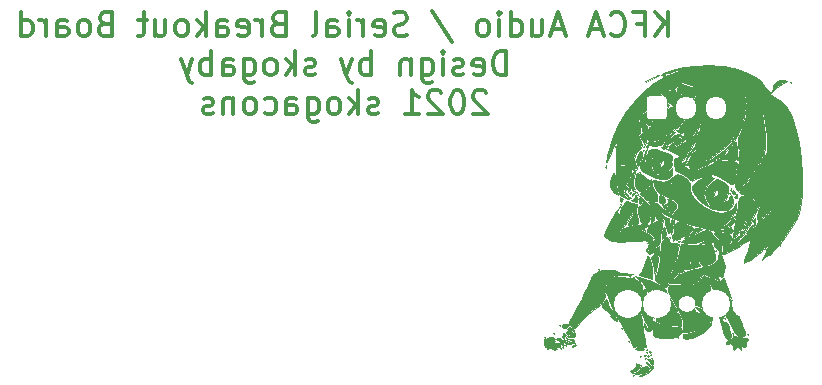
<source format=gbr>
%TF.GenerationSoftware,KiCad,Pcbnew,(5.1.9)-1*%
%TF.CreationDate,2021-04-12T00:41:26-05:00*%
%TF.ProjectId,KFChickenShim,4b464368-6963-46b6-956e-5368696d2e6b,rev?*%
%TF.SameCoordinates,Original*%
%TF.FileFunction,Legend,Bot*%
%TF.FilePolarity,Positive*%
%FSLAX46Y46*%
G04 Gerber Fmt 4.6, Leading zero omitted, Abs format (unit mm)*
G04 Created by KiCad (PCBNEW (5.1.9)-1) date 2021-04-12 00:41:26*
%MOMM*%
%LPD*%
G01*
G04 APERTURE LIST*
%ADD10C,0.300000*%
%ADD11C,0.010000*%
%ADD12R,3.500000X3.500000*%
%ADD13O,1.700000X1.950000*%
%ADD14C,1.800000*%
%ADD15C,2.700000*%
%ADD16C,2.082800*%
%ADD17C,5.283200*%
%ADD18C,1.402080*%
%ADD19C,2.385060*%
%ADD20C,6.400000*%
G04 APERTURE END LIST*
D10*
X110311952Y-114063761D02*
X110311952Y-112063761D01*
X109169095Y-114063761D02*
X110026238Y-112920904D01*
X109169095Y-112063761D02*
X110311952Y-113206619D01*
X107645285Y-113016142D02*
X108311952Y-113016142D01*
X108311952Y-114063761D02*
X108311952Y-112063761D01*
X107359571Y-112063761D01*
X105454809Y-113873285D02*
X105550047Y-113968523D01*
X105835761Y-114063761D01*
X106026238Y-114063761D01*
X106311952Y-113968523D01*
X106502428Y-113778047D01*
X106597666Y-113587571D01*
X106692904Y-113206619D01*
X106692904Y-112920904D01*
X106597666Y-112539952D01*
X106502428Y-112349476D01*
X106311952Y-112159000D01*
X106026238Y-112063761D01*
X105835761Y-112063761D01*
X105550047Y-112159000D01*
X105454809Y-112254238D01*
X104692904Y-113492333D02*
X103740523Y-113492333D01*
X104883380Y-114063761D02*
X104216714Y-112063761D01*
X103550047Y-114063761D01*
X101454809Y-113492333D02*
X100502428Y-113492333D01*
X101645285Y-114063761D02*
X100978619Y-112063761D01*
X100311952Y-114063761D01*
X98788142Y-112730428D02*
X98788142Y-114063761D01*
X99645285Y-112730428D02*
X99645285Y-113778047D01*
X99550047Y-113968523D01*
X99359571Y-114063761D01*
X99073857Y-114063761D01*
X98883380Y-113968523D01*
X98788142Y-113873285D01*
X96978619Y-114063761D02*
X96978619Y-112063761D01*
X96978619Y-113968523D02*
X97169095Y-114063761D01*
X97550047Y-114063761D01*
X97740523Y-113968523D01*
X97835761Y-113873285D01*
X97931000Y-113682809D01*
X97931000Y-113111380D01*
X97835761Y-112920904D01*
X97740523Y-112825666D01*
X97550047Y-112730428D01*
X97169095Y-112730428D01*
X96978619Y-112825666D01*
X96026238Y-114063761D02*
X96026238Y-112730428D01*
X96026238Y-112063761D02*
X96121476Y-112159000D01*
X96026238Y-112254238D01*
X95931000Y-112159000D01*
X96026238Y-112063761D01*
X96026238Y-112254238D01*
X94788142Y-114063761D02*
X94978619Y-113968523D01*
X95073857Y-113873285D01*
X95169095Y-113682809D01*
X95169095Y-113111380D01*
X95073857Y-112920904D01*
X94978619Y-112825666D01*
X94788142Y-112730428D01*
X94502428Y-112730428D01*
X94311952Y-112825666D01*
X94216714Y-112920904D01*
X94121476Y-113111380D01*
X94121476Y-113682809D01*
X94216714Y-113873285D01*
X94311952Y-113968523D01*
X94502428Y-114063761D01*
X94788142Y-114063761D01*
X90311952Y-111968523D02*
X92026238Y-114539952D01*
X88216714Y-113968523D02*
X87931000Y-114063761D01*
X87454809Y-114063761D01*
X87264333Y-113968523D01*
X87169095Y-113873285D01*
X87073857Y-113682809D01*
X87073857Y-113492333D01*
X87169095Y-113301857D01*
X87264333Y-113206619D01*
X87454809Y-113111380D01*
X87835761Y-113016142D01*
X88026238Y-112920904D01*
X88121476Y-112825666D01*
X88216714Y-112635190D01*
X88216714Y-112444714D01*
X88121476Y-112254238D01*
X88026238Y-112159000D01*
X87835761Y-112063761D01*
X87359571Y-112063761D01*
X87073857Y-112159000D01*
X85454809Y-113968523D02*
X85645285Y-114063761D01*
X86026238Y-114063761D01*
X86216714Y-113968523D01*
X86311952Y-113778047D01*
X86311952Y-113016142D01*
X86216714Y-112825666D01*
X86026238Y-112730428D01*
X85645285Y-112730428D01*
X85454809Y-112825666D01*
X85359571Y-113016142D01*
X85359571Y-113206619D01*
X86311952Y-113397095D01*
X84502428Y-114063761D02*
X84502428Y-112730428D01*
X84502428Y-113111380D02*
X84407190Y-112920904D01*
X84311952Y-112825666D01*
X84121476Y-112730428D01*
X83931000Y-112730428D01*
X83264333Y-114063761D02*
X83264333Y-112730428D01*
X83264333Y-112063761D02*
X83359571Y-112159000D01*
X83264333Y-112254238D01*
X83169095Y-112159000D01*
X83264333Y-112063761D01*
X83264333Y-112254238D01*
X81454809Y-114063761D02*
X81454809Y-113016142D01*
X81550047Y-112825666D01*
X81740523Y-112730428D01*
X82121476Y-112730428D01*
X82311952Y-112825666D01*
X81454809Y-113968523D02*
X81645285Y-114063761D01*
X82121476Y-114063761D01*
X82311952Y-113968523D01*
X82407190Y-113778047D01*
X82407190Y-113587571D01*
X82311952Y-113397095D01*
X82121476Y-113301857D01*
X81645285Y-113301857D01*
X81454809Y-113206619D01*
X80216714Y-114063761D02*
X80407190Y-113968523D01*
X80502428Y-113778047D01*
X80502428Y-112063761D01*
X77264333Y-113016142D02*
X76978619Y-113111380D01*
X76883380Y-113206619D01*
X76788142Y-113397095D01*
X76788142Y-113682809D01*
X76883380Y-113873285D01*
X76978619Y-113968523D01*
X77169095Y-114063761D01*
X77931000Y-114063761D01*
X77931000Y-112063761D01*
X77264333Y-112063761D01*
X77073857Y-112159000D01*
X76978619Y-112254238D01*
X76883380Y-112444714D01*
X76883380Y-112635190D01*
X76978619Y-112825666D01*
X77073857Y-112920904D01*
X77264333Y-113016142D01*
X77931000Y-113016142D01*
X75931000Y-114063761D02*
X75931000Y-112730428D01*
X75931000Y-113111380D02*
X75835761Y-112920904D01*
X75740523Y-112825666D01*
X75550047Y-112730428D01*
X75359571Y-112730428D01*
X73931000Y-113968523D02*
X74121476Y-114063761D01*
X74502428Y-114063761D01*
X74692904Y-113968523D01*
X74788142Y-113778047D01*
X74788142Y-113016142D01*
X74692904Y-112825666D01*
X74502428Y-112730428D01*
X74121476Y-112730428D01*
X73931000Y-112825666D01*
X73835761Y-113016142D01*
X73835761Y-113206619D01*
X74788142Y-113397095D01*
X72121476Y-114063761D02*
X72121476Y-113016142D01*
X72216714Y-112825666D01*
X72407190Y-112730428D01*
X72788142Y-112730428D01*
X72978619Y-112825666D01*
X72121476Y-113968523D02*
X72311952Y-114063761D01*
X72788142Y-114063761D01*
X72978619Y-113968523D01*
X73073857Y-113778047D01*
X73073857Y-113587571D01*
X72978619Y-113397095D01*
X72788142Y-113301857D01*
X72311952Y-113301857D01*
X72121476Y-113206619D01*
X71169095Y-114063761D02*
X71169095Y-112063761D01*
X70978619Y-113301857D02*
X70407190Y-114063761D01*
X70407190Y-112730428D02*
X71169095Y-113492333D01*
X69264333Y-114063761D02*
X69454809Y-113968523D01*
X69550047Y-113873285D01*
X69645285Y-113682809D01*
X69645285Y-113111380D01*
X69550047Y-112920904D01*
X69454809Y-112825666D01*
X69264333Y-112730428D01*
X68978619Y-112730428D01*
X68788142Y-112825666D01*
X68692904Y-112920904D01*
X68597666Y-113111380D01*
X68597666Y-113682809D01*
X68692904Y-113873285D01*
X68788142Y-113968523D01*
X68978619Y-114063761D01*
X69264333Y-114063761D01*
X66883380Y-112730428D02*
X66883380Y-114063761D01*
X67740523Y-112730428D02*
X67740523Y-113778047D01*
X67645285Y-113968523D01*
X67454809Y-114063761D01*
X67169095Y-114063761D01*
X66978619Y-113968523D01*
X66883380Y-113873285D01*
X66216714Y-112730428D02*
X65454809Y-112730428D01*
X65931000Y-112063761D02*
X65931000Y-113778047D01*
X65835761Y-113968523D01*
X65645285Y-114063761D01*
X65454809Y-114063761D01*
X62597666Y-113016142D02*
X62311952Y-113111380D01*
X62216714Y-113206619D01*
X62121476Y-113397095D01*
X62121476Y-113682809D01*
X62216714Y-113873285D01*
X62311952Y-113968523D01*
X62502428Y-114063761D01*
X63264333Y-114063761D01*
X63264333Y-112063761D01*
X62597666Y-112063761D01*
X62407190Y-112159000D01*
X62311952Y-112254238D01*
X62216714Y-112444714D01*
X62216714Y-112635190D01*
X62311952Y-112825666D01*
X62407190Y-112920904D01*
X62597666Y-113016142D01*
X63264333Y-113016142D01*
X60978619Y-114063761D02*
X61169095Y-113968523D01*
X61264333Y-113873285D01*
X61359571Y-113682809D01*
X61359571Y-113111380D01*
X61264333Y-112920904D01*
X61169095Y-112825666D01*
X60978619Y-112730428D01*
X60692904Y-112730428D01*
X60502428Y-112825666D01*
X60407190Y-112920904D01*
X60311952Y-113111380D01*
X60311952Y-113682809D01*
X60407190Y-113873285D01*
X60502428Y-113968523D01*
X60692904Y-114063761D01*
X60978619Y-114063761D01*
X58597666Y-114063761D02*
X58597666Y-113016142D01*
X58692904Y-112825666D01*
X58883380Y-112730428D01*
X59264333Y-112730428D01*
X59454809Y-112825666D01*
X58597666Y-113968523D02*
X58788142Y-114063761D01*
X59264333Y-114063761D01*
X59454809Y-113968523D01*
X59550047Y-113778047D01*
X59550047Y-113587571D01*
X59454809Y-113397095D01*
X59264333Y-113301857D01*
X58788142Y-113301857D01*
X58597666Y-113206619D01*
X57645285Y-114063761D02*
X57645285Y-112730428D01*
X57645285Y-113111380D02*
X57550047Y-112920904D01*
X57454809Y-112825666D01*
X57264333Y-112730428D01*
X57073857Y-112730428D01*
X55550047Y-114063761D02*
X55550047Y-112063761D01*
X55550047Y-113968523D02*
X55740523Y-114063761D01*
X56121476Y-114063761D01*
X56311952Y-113968523D01*
X56407190Y-113873285D01*
X56502428Y-113682809D01*
X56502428Y-113111380D01*
X56407190Y-112920904D01*
X56311952Y-112825666D01*
X56121476Y-112730428D01*
X55740523Y-112730428D01*
X55550047Y-112825666D01*
X96597666Y-117363761D02*
X96597666Y-115363761D01*
X96121476Y-115363761D01*
X95835761Y-115459000D01*
X95645285Y-115649476D01*
X95550047Y-115839952D01*
X95454809Y-116220904D01*
X95454809Y-116506619D01*
X95550047Y-116887571D01*
X95645285Y-117078047D01*
X95835761Y-117268523D01*
X96121476Y-117363761D01*
X96597666Y-117363761D01*
X93835761Y-117268523D02*
X94026238Y-117363761D01*
X94407190Y-117363761D01*
X94597666Y-117268523D01*
X94692904Y-117078047D01*
X94692904Y-116316142D01*
X94597666Y-116125666D01*
X94407190Y-116030428D01*
X94026238Y-116030428D01*
X93835761Y-116125666D01*
X93740523Y-116316142D01*
X93740523Y-116506619D01*
X94692904Y-116697095D01*
X92978619Y-117268523D02*
X92788142Y-117363761D01*
X92407190Y-117363761D01*
X92216714Y-117268523D01*
X92121476Y-117078047D01*
X92121476Y-116982809D01*
X92216714Y-116792333D01*
X92407190Y-116697095D01*
X92692904Y-116697095D01*
X92883380Y-116601857D01*
X92978619Y-116411380D01*
X92978619Y-116316142D01*
X92883380Y-116125666D01*
X92692904Y-116030428D01*
X92407190Y-116030428D01*
X92216714Y-116125666D01*
X91264333Y-117363761D02*
X91264333Y-116030428D01*
X91264333Y-115363761D02*
X91359571Y-115459000D01*
X91264333Y-115554238D01*
X91169095Y-115459000D01*
X91264333Y-115363761D01*
X91264333Y-115554238D01*
X89454809Y-116030428D02*
X89454809Y-117649476D01*
X89550047Y-117839952D01*
X89645285Y-117935190D01*
X89835761Y-118030428D01*
X90121476Y-118030428D01*
X90311952Y-117935190D01*
X89454809Y-117268523D02*
X89645285Y-117363761D01*
X90026238Y-117363761D01*
X90216714Y-117268523D01*
X90311952Y-117173285D01*
X90407190Y-116982809D01*
X90407190Y-116411380D01*
X90311952Y-116220904D01*
X90216714Y-116125666D01*
X90026238Y-116030428D01*
X89645285Y-116030428D01*
X89454809Y-116125666D01*
X88502428Y-116030428D02*
X88502428Y-117363761D01*
X88502428Y-116220904D02*
X88407190Y-116125666D01*
X88216714Y-116030428D01*
X87931000Y-116030428D01*
X87740523Y-116125666D01*
X87645285Y-116316142D01*
X87645285Y-117363761D01*
X85169095Y-117363761D02*
X85169095Y-115363761D01*
X85169095Y-116125666D02*
X84978619Y-116030428D01*
X84597666Y-116030428D01*
X84407190Y-116125666D01*
X84311952Y-116220904D01*
X84216714Y-116411380D01*
X84216714Y-116982809D01*
X84311952Y-117173285D01*
X84407190Y-117268523D01*
X84597666Y-117363761D01*
X84978619Y-117363761D01*
X85169095Y-117268523D01*
X83550047Y-116030428D02*
X83073857Y-117363761D01*
X82597666Y-116030428D02*
X83073857Y-117363761D01*
X83264333Y-117839952D01*
X83359571Y-117935190D01*
X83550047Y-118030428D01*
X80407190Y-117268523D02*
X80216714Y-117363761D01*
X79835761Y-117363761D01*
X79645285Y-117268523D01*
X79550047Y-117078047D01*
X79550047Y-116982809D01*
X79645285Y-116792333D01*
X79835761Y-116697095D01*
X80121476Y-116697095D01*
X80311952Y-116601857D01*
X80407190Y-116411380D01*
X80407190Y-116316142D01*
X80311952Y-116125666D01*
X80121476Y-116030428D01*
X79835761Y-116030428D01*
X79645285Y-116125666D01*
X78692904Y-117363761D02*
X78692904Y-115363761D01*
X78502428Y-116601857D02*
X77931000Y-117363761D01*
X77931000Y-116030428D02*
X78692904Y-116792333D01*
X76788142Y-117363761D02*
X76978619Y-117268523D01*
X77073857Y-117173285D01*
X77169095Y-116982809D01*
X77169095Y-116411380D01*
X77073857Y-116220904D01*
X76978619Y-116125666D01*
X76788142Y-116030428D01*
X76502428Y-116030428D01*
X76311952Y-116125666D01*
X76216714Y-116220904D01*
X76121476Y-116411380D01*
X76121476Y-116982809D01*
X76216714Y-117173285D01*
X76311952Y-117268523D01*
X76502428Y-117363761D01*
X76788142Y-117363761D01*
X74407190Y-116030428D02*
X74407190Y-117649476D01*
X74502428Y-117839952D01*
X74597666Y-117935190D01*
X74788142Y-118030428D01*
X75073857Y-118030428D01*
X75264333Y-117935190D01*
X74407190Y-117268523D02*
X74597666Y-117363761D01*
X74978619Y-117363761D01*
X75169095Y-117268523D01*
X75264333Y-117173285D01*
X75359571Y-116982809D01*
X75359571Y-116411380D01*
X75264333Y-116220904D01*
X75169095Y-116125666D01*
X74978619Y-116030428D01*
X74597666Y-116030428D01*
X74407190Y-116125666D01*
X72597666Y-117363761D02*
X72597666Y-116316142D01*
X72692904Y-116125666D01*
X72883380Y-116030428D01*
X73264333Y-116030428D01*
X73454809Y-116125666D01*
X72597666Y-117268523D02*
X72788142Y-117363761D01*
X73264333Y-117363761D01*
X73454809Y-117268523D01*
X73550047Y-117078047D01*
X73550047Y-116887571D01*
X73454809Y-116697095D01*
X73264333Y-116601857D01*
X72788142Y-116601857D01*
X72597666Y-116506619D01*
X71645285Y-117363761D02*
X71645285Y-115363761D01*
X71645285Y-116125666D02*
X71454809Y-116030428D01*
X71073857Y-116030428D01*
X70883380Y-116125666D01*
X70788142Y-116220904D01*
X70692904Y-116411380D01*
X70692904Y-116982809D01*
X70788142Y-117173285D01*
X70883380Y-117268523D01*
X71073857Y-117363761D01*
X71454809Y-117363761D01*
X71645285Y-117268523D01*
X70026238Y-116030428D02*
X69550047Y-117363761D01*
X69073857Y-116030428D02*
X69550047Y-117363761D01*
X69740523Y-117839952D01*
X69835761Y-117935190D01*
X70026238Y-118030428D01*
X94931000Y-118854238D02*
X94835761Y-118759000D01*
X94645285Y-118663761D01*
X94169095Y-118663761D01*
X93978619Y-118759000D01*
X93883380Y-118854238D01*
X93788142Y-119044714D01*
X93788142Y-119235190D01*
X93883380Y-119520904D01*
X95026238Y-120663761D01*
X93788142Y-120663761D01*
X92550047Y-118663761D02*
X92359571Y-118663761D01*
X92169095Y-118759000D01*
X92073857Y-118854238D01*
X91978619Y-119044714D01*
X91883380Y-119425666D01*
X91883380Y-119901857D01*
X91978619Y-120282809D01*
X92073857Y-120473285D01*
X92169095Y-120568523D01*
X92359571Y-120663761D01*
X92550047Y-120663761D01*
X92740523Y-120568523D01*
X92835761Y-120473285D01*
X92931000Y-120282809D01*
X93026238Y-119901857D01*
X93026238Y-119425666D01*
X92931000Y-119044714D01*
X92835761Y-118854238D01*
X92740523Y-118759000D01*
X92550047Y-118663761D01*
X91121476Y-118854238D02*
X91026238Y-118759000D01*
X90835761Y-118663761D01*
X90359571Y-118663761D01*
X90169095Y-118759000D01*
X90073857Y-118854238D01*
X89978619Y-119044714D01*
X89978619Y-119235190D01*
X90073857Y-119520904D01*
X91216714Y-120663761D01*
X89978619Y-120663761D01*
X88073857Y-120663761D02*
X89216714Y-120663761D01*
X88645285Y-120663761D02*
X88645285Y-118663761D01*
X88835761Y-118949476D01*
X89026238Y-119139952D01*
X89216714Y-119235190D01*
X85788142Y-120568523D02*
X85597666Y-120663761D01*
X85216714Y-120663761D01*
X85026238Y-120568523D01*
X84931000Y-120378047D01*
X84931000Y-120282809D01*
X85026238Y-120092333D01*
X85216714Y-119997095D01*
X85502428Y-119997095D01*
X85692904Y-119901857D01*
X85788142Y-119711380D01*
X85788142Y-119616142D01*
X85692904Y-119425666D01*
X85502428Y-119330428D01*
X85216714Y-119330428D01*
X85026238Y-119425666D01*
X84073857Y-120663761D02*
X84073857Y-118663761D01*
X83883380Y-119901857D02*
X83311952Y-120663761D01*
X83311952Y-119330428D02*
X84073857Y-120092333D01*
X82169095Y-120663761D02*
X82359571Y-120568523D01*
X82454809Y-120473285D01*
X82550047Y-120282809D01*
X82550047Y-119711380D01*
X82454809Y-119520904D01*
X82359571Y-119425666D01*
X82169095Y-119330428D01*
X81883380Y-119330428D01*
X81692904Y-119425666D01*
X81597666Y-119520904D01*
X81502428Y-119711380D01*
X81502428Y-120282809D01*
X81597666Y-120473285D01*
X81692904Y-120568523D01*
X81883380Y-120663761D01*
X82169095Y-120663761D01*
X79788142Y-119330428D02*
X79788142Y-120949476D01*
X79883380Y-121139952D01*
X79978619Y-121235190D01*
X80169095Y-121330428D01*
X80454809Y-121330428D01*
X80645285Y-121235190D01*
X79788142Y-120568523D02*
X79978619Y-120663761D01*
X80359571Y-120663761D01*
X80550047Y-120568523D01*
X80645285Y-120473285D01*
X80740523Y-120282809D01*
X80740523Y-119711380D01*
X80645285Y-119520904D01*
X80550047Y-119425666D01*
X80359571Y-119330428D01*
X79978619Y-119330428D01*
X79788142Y-119425666D01*
X77978619Y-120663761D02*
X77978619Y-119616142D01*
X78073857Y-119425666D01*
X78264333Y-119330428D01*
X78645285Y-119330428D01*
X78835761Y-119425666D01*
X77978619Y-120568523D02*
X78169095Y-120663761D01*
X78645285Y-120663761D01*
X78835761Y-120568523D01*
X78931000Y-120378047D01*
X78931000Y-120187571D01*
X78835761Y-119997095D01*
X78645285Y-119901857D01*
X78169095Y-119901857D01*
X77978619Y-119806619D01*
X76169095Y-120568523D02*
X76359571Y-120663761D01*
X76740523Y-120663761D01*
X76931000Y-120568523D01*
X77026238Y-120473285D01*
X77121476Y-120282809D01*
X77121476Y-119711380D01*
X77026238Y-119520904D01*
X76931000Y-119425666D01*
X76740523Y-119330428D01*
X76359571Y-119330428D01*
X76169095Y-119425666D01*
X75026238Y-120663761D02*
X75216714Y-120568523D01*
X75311952Y-120473285D01*
X75407190Y-120282809D01*
X75407190Y-119711380D01*
X75311952Y-119520904D01*
X75216714Y-119425666D01*
X75026238Y-119330428D01*
X74740523Y-119330428D01*
X74550047Y-119425666D01*
X74454809Y-119520904D01*
X74359571Y-119711380D01*
X74359571Y-120282809D01*
X74454809Y-120473285D01*
X74550047Y-120568523D01*
X74740523Y-120663761D01*
X75026238Y-120663761D01*
X73502428Y-119330428D02*
X73502428Y-120663761D01*
X73502428Y-119520904D02*
X73407190Y-119425666D01*
X73216714Y-119330428D01*
X72931000Y-119330428D01*
X72740523Y-119425666D01*
X72645285Y-119616142D01*
X72645285Y-120663761D01*
X71788142Y-120568523D02*
X71597666Y-120663761D01*
X71216714Y-120663761D01*
X71026238Y-120568523D01*
X70931000Y-120378047D01*
X70931000Y-120282809D01*
X71026238Y-120092333D01*
X71216714Y-119997095D01*
X71502428Y-119997095D01*
X71692904Y-119901857D01*
X71788142Y-119711380D01*
X71788142Y-119616142D01*
X71692904Y-119425666D01*
X71502428Y-119330428D01*
X71216714Y-119330428D01*
X71026238Y-119425666D01*
D11*
%TO.C,G\u002A\u002A\u002A*%
G36*
X109897333Y-124587000D02*
G01*
X109939667Y-124629334D01*
X109982000Y-124587000D01*
X109939667Y-124544667D01*
X109897333Y-124587000D01*
G37*
X109897333Y-124587000D02*
X109939667Y-124629334D01*
X109982000Y-124587000D01*
X109939667Y-124544667D01*
X109897333Y-124587000D01*
G36*
X114469333Y-127127000D02*
G01*
X114511667Y-127169334D01*
X114554000Y-127127000D01*
X114511667Y-127084667D01*
X114469333Y-127127000D01*
G37*
X114469333Y-127127000D02*
X114511667Y-127169334D01*
X114554000Y-127127000D01*
X114511667Y-127084667D01*
X114469333Y-127127000D01*
G36*
X114905749Y-123816915D02*
G01*
X114814855Y-123902166D01*
X114833501Y-123951176D01*
X114845337Y-123952000D01*
X114916949Y-123891863D01*
X114943085Y-123854252D01*
X114953064Y-123796315D01*
X114905749Y-123816915D01*
G37*
X114905749Y-123816915D02*
X114814855Y-123902166D01*
X114833501Y-123951176D01*
X114845337Y-123952000D01*
X114916949Y-123891863D01*
X114943085Y-123854252D01*
X114953064Y-123796315D01*
X114905749Y-123816915D01*
G36*
X117590997Y-129568710D02*
G01*
X117535191Y-129772881D01*
X117540725Y-129934963D01*
X117549572Y-130073185D01*
X117495198Y-130059731D01*
X117414458Y-130049716D01*
X117293421Y-130157882D01*
X117119841Y-130397522D01*
X116979517Y-130619500D01*
X116937378Y-130702875D01*
X116974719Y-130709183D01*
X117116644Y-130632639D01*
X117236763Y-130560214D01*
X117511875Y-130336772D01*
X117651446Y-130061873D01*
X117684092Y-129736066D01*
X117675502Y-129541021D01*
X117646615Y-129494794D01*
X117590997Y-129568710D01*
G37*
X117590997Y-129568710D02*
X117535191Y-129772881D01*
X117540725Y-129934963D01*
X117549572Y-130073185D01*
X117495198Y-130059731D01*
X117414458Y-130049716D01*
X117293421Y-130157882D01*
X117119841Y-130397522D01*
X116979517Y-130619500D01*
X116937378Y-130702875D01*
X116974719Y-130709183D01*
X117116644Y-130632639D01*
X117236763Y-130560214D01*
X117511875Y-130336772D01*
X117651446Y-130061873D01*
X117684092Y-129736066D01*
X117675502Y-129541021D01*
X117646615Y-129494794D01*
X117590997Y-129568710D01*
G36*
X112437333Y-135001000D02*
G01*
X112479667Y-135043334D01*
X112522000Y-135001000D01*
X112479667Y-134958667D01*
X112437333Y-135001000D01*
G37*
X112437333Y-135001000D02*
X112479667Y-135043334D01*
X112522000Y-135001000D01*
X112479667Y-134958667D01*
X112437333Y-135001000D01*
G36*
X112587591Y-137006153D02*
G01*
X112630729Y-137082400D01*
X112754063Y-137211827D01*
X112838700Y-137244667D01*
X112937623Y-137297807D01*
X112945333Y-137329334D01*
X113009087Y-137403505D01*
X113154618Y-137395382D01*
X113252590Y-137349204D01*
X113241530Y-137282398D01*
X113091251Y-137178601D01*
X112938786Y-137103566D01*
X112705632Y-137002210D01*
X112597924Y-136970382D01*
X112587591Y-137006153D01*
G37*
X112587591Y-137006153D02*
X112630729Y-137082400D01*
X112754063Y-137211827D01*
X112838700Y-137244667D01*
X112937623Y-137297807D01*
X112945333Y-137329334D01*
X113009087Y-137403505D01*
X113154618Y-137395382D01*
X113252590Y-137349204D01*
X113241530Y-137282398D01*
X113091251Y-137178601D01*
X112938786Y-137103566D01*
X112705632Y-137002210D01*
X112597924Y-136970382D01*
X112587591Y-137006153D01*
G36*
X109377194Y-117392749D02*
G01*
X109304667Y-117432667D01*
X109236898Y-117499754D01*
X109262333Y-117514741D01*
X109401473Y-117472584D01*
X109474000Y-117432667D01*
X109541769Y-117365579D01*
X109516333Y-117350593D01*
X109377194Y-117392749D01*
G37*
X109377194Y-117392749D02*
X109304667Y-117432667D01*
X109236898Y-117499754D01*
X109262333Y-117514741D01*
X109401473Y-117472584D01*
X109474000Y-117432667D01*
X109541769Y-117365579D01*
X109516333Y-117350593D01*
X109377194Y-117392749D01*
G36*
X109050667Y-117559667D02*
G01*
X109093000Y-117602000D01*
X109135333Y-117559667D01*
X109093000Y-117517334D01*
X109050667Y-117559667D01*
G37*
X109050667Y-117559667D02*
X109093000Y-117602000D01*
X109135333Y-117559667D01*
X109093000Y-117517334D01*
X109050667Y-117559667D01*
G36*
X108881333Y-117644334D02*
G01*
X108923667Y-117686667D01*
X108966000Y-117644334D01*
X108923667Y-117602000D01*
X108881333Y-117644334D01*
G37*
X108881333Y-117644334D02*
X108923667Y-117686667D01*
X108966000Y-117644334D01*
X108923667Y-117602000D01*
X108881333Y-117644334D01*
G36*
X108712000Y-117729000D02*
G01*
X108754333Y-117771334D01*
X108796667Y-117729000D01*
X108754333Y-117686667D01*
X108712000Y-117729000D01*
G37*
X108712000Y-117729000D02*
X108754333Y-117771334D01*
X108796667Y-117729000D01*
X108754333Y-117686667D01*
X108712000Y-117729000D01*
G36*
X108542667Y-117813667D02*
G01*
X108585000Y-117856000D01*
X108627333Y-117813667D01*
X108585000Y-117771334D01*
X108542667Y-117813667D01*
G37*
X108542667Y-117813667D02*
X108585000Y-117856000D01*
X108627333Y-117813667D01*
X108585000Y-117771334D01*
X108542667Y-117813667D01*
G36*
X108373333Y-117898334D02*
G01*
X108415667Y-117940667D01*
X108458000Y-117898334D01*
X108415667Y-117856000D01*
X108373333Y-117898334D01*
G37*
X108373333Y-117898334D02*
X108415667Y-117940667D01*
X108458000Y-117898334D01*
X108415667Y-117856000D01*
X108373333Y-117898334D01*
G36*
X120650000Y-117983000D02*
G01*
X120692333Y-118025334D01*
X120734667Y-117983000D01*
X120692333Y-117940667D01*
X120650000Y-117983000D01*
G37*
X120650000Y-117983000D02*
X120692333Y-118025334D01*
X120734667Y-117983000D01*
X120692333Y-117940667D01*
X120650000Y-117983000D01*
G36*
X119495757Y-117875938D02*
G01*
X119317828Y-118067572D01*
X119306483Y-118093752D01*
X119224434Y-118330114D01*
X119162095Y-118559536D01*
X119131937Y-118729251D01*
X119142546Y-118787334D01*
X119216448Y-118732014D01*
X119365546Y-118591172D01*
X119463493Y-118492212D01*
X119717144Y-118270077D01*
X120000259Y-118076692D01*
X120078220Y-118034470D01*
X120406905Y-117871850D01*
X120147452Y-117814864D01*
X119782194Y-117788420D01*
X119495757Y-117875938D01*
G37*
X119495757Y-117875938D02*
X119317828Y-118067572D01*
X119306483Y-118093752D01*
X119224434Y-118330114D01*
X119162095Y-118559536D01*
X119131937Y-118729251D01*
X119142546Y-118787334D01*
X119216448Y-118732014D01*
X119365546Y-118591172D01*
X119463493Y-118492212D01*
X119717144Y-118270077D01*
X120000259Y-118076692D01*
X120078220Y-118034470D01*
X120406905Y-117871850D01*
X120147452Y-117814864D01*
X119782194Y-117788420D01*
X119495757Y-117875938D01*
G36*
X118956667Y-118829667D02*
G01*
X118999000Y-118872000D01*
X119041333Y-118829667D01*
X118999000Y-118787334D01*
X118956667Y-118829667D01*
G37*
X118956667Y-118829667D02*
X118999000Y-118872000D01*
X119041333Y-118829667D01*
X118999000Y-118787334D01*
X118956667Y-118829667D01*
G36*
X105748667Y-123401667D02*
G01*
X105791000Y-123444000D01*
X105833333Y-123401667D01*
X105791000Y-123359334D01*
X105748667Y-123401667D01*
G37*
X105748667Y-123401667D02*
X105791000Y-123444000D01*
X105833333Y-123401667D01*
X105791000Y-123359334D01*
X105748667Y-123401667D01*
G36*
X110791954Y-122212423D02*
G01*
X110578337Y-122340373D01*
X110428553Y-122441151D01*
X109944023Y-122723171D01*
X109448333Y-122921229D01*
X108994331Y-123015543D01*
X108880425Y-123020667D01*
X108640256Y-123048670D01*
X108547269Y-123119466D01*
X108591314Y-123213233D01*
X108762243Y-123310151D01*
X109049906Y-123390399D01*
X109071833Y-123394464D01*
X109305340Y-123414075D01*
X109389145Y-123362567D01*
X109389333Y-123358173D01*
X109441201Y-123304540D01*
X109475638Y-123318012D01*
X109589467Y-123299520D01*
X109792117Y-123188115D01*
X110049921Y-123007804D01*
X110329213Y-122782598D01*
X110596327Y-122536505D01*
X110654776Y-122477113D01*
X110830506Y-122280845D01*
X110876121Y-122192597D01*
X110791954Y-122212423D01*
G37*
X110791954Y-122212423D02*
X110578337Y-122340373D01*
X110428553Y-122441151D01*
X109944023Y-122723171D01*
X109448333Y-122921229D01*
X108994331Y-123015543D01*
X108880425Y-123020667D01*
X108640256Y-123048670D01*
X108547269Y-123119466D01*
X108591314Y-123213233D01*
X108762243Y-123310151D01*
X109049906Y-123390399D01*
X109071833Y-123394464D01*
X109305340Y-123414075D01*
X109389145Y-123362567D01*
X109389333Y-123358173D01*
X109441201Y-123304540D01*
X109475638Y-123318012D01*
X109589467Y-123299520D01*
X109792117Y-123188115D01*
X110049921Y-123007804D01*
X110329213Y-122782598D01*
X110596327Y-122536505D01*
X110654776Y-122477113D01*
X110830506Y-122280845D01*
X110876121Y-122192597D01*
X110791954Y-122212423D01*
G36*
X108232222Y-123387556D02*
G01*
X108222089Y-123488035D01*
X108232222Y-123500445D01*
X108282557Y-123488822D01*
X108288667Y-123444000D01*
X108257689Y-123374310D01*
X108232222Y-123387556D01*
G37*
X108232222Y-123387556D02*
X108222089Y-123488035D01*
X108232222Y-123500445D01*
X108282557Y-123488822D01*
X108288667Y-123444000D01*
X108257689Y-123374310D01*
X108232222Y-123387556D01*
G36*
X108470184Y-123336194D02*
G01*
X108458000Y-123396670D01*
X108502205Y-123512512D01*
X108542667Y-123528667D01*
X108624910Y-123467899D01*
X108627333Y-123448997D01*
X108565789Y-123334330D01*
X108542667Y-123317000D01*
X108470184Y-123336194D01*
G37*
X108470184Y-123336194D02*
X108458000Y-123396670D01*
X108502205Y-123512512D01*
X108542667Y-123528667D01*
X108624910Y-123467899D01*
X108627333Y-123448997D01*
X108565789Y-123334330D01*
X108542667Y-123317000D01*
X108470184Y-123336194D01*
G36*
X111123786Y-122348538D02*
G01*
X110870558Y-122475307D01*
X110530916Y-122714291D01*
X110113443Y-123060608D01*
X109855000Y-123293922D01*
X109867128Y-123314762D01*
X109991591Y-123280936D01*
X110186916Y-123208611D01*
X110411632Y-123113954D01*
X110624267Y-123013131D01*
X110744000Y-122947371D01*
X111021667Y-122766017D01*
X111164118Y-122630498D01*
X111190394Y-122516794D01*
X111149102Y-122436315D01*
X111140626Y-122404293D01*
X111233506Y-122474165D01*
X111318734Y-122549674D01*
X111485562Y-122719581D01*
X111581538Y-122850925D01*
X111590667Y-122880296D01*
X111539166Y-122892867D01*
X111424538Y-122811900D01*
X111309870Y-122723423D01*
X111211376Y-122723447D01*
X111068470Y-122822057D01*
X110994708Y-122883444D01*
X110815859Y-123023761D01*
X110692456Y-123102216D01*
X110674004Y-123107994D01*
X110589038Y-123171291D01*
X110464881Y-123319661D01*
X110378408Y-123450874D01*
X110379517Y-123508937D01*
X110489713Y-123497875D01*
X110730501Y-123421710D01*
X110828667Y-123387727D01*
X111213080Y-123223699D01*
X111496473Y-123041511D01*
X111652846Y-122860094D01*
X111675333Y-122771269D01*
X111629420Y-122615672D01*
X111526269Y-122497378D01*
X111417766Y-122468846D01*
X111392377Y-122485179D01*
X111340072Y-122478577D01*
X111336667Y-122451170D01*
X111282016Y-122338865D01*
X111123786Y-122348538D01*
G37*
X111123786Y-122348538D02*
X110870558Y-122475307D01*
X110530916Y-122714291D01*
X110113443Y-123060608D01*
X109855000Y-123293922D01*
X109867128Y-123314762D01*
X109991591Y-123280936D01*
X110186916Y-123208611D01*
X110411632Y-123113954D01*
X110624267Y-123013131D01*
X110744000Y-122947371D01*
X111021667Y-122766017D01*
X111164118Y-122630498D01*
X111190394Y-122516794D01*
X111149102Y-122436315D01*
X111140626Y-122404293D01*
X111233506Y-122474165D01*
X111318734Y-122549674D01*
X111485562Y-122719581D01*
X111581538Y-122850925D01*
X111590667Y-122880296D01*
X111539166Y-122892867D01*
X111424538Y-122811900D01*
X111309870Y-122723423D01*
X111211376Y-122723447D01*
X111068470Y-122822057D01*
X110994708Y-122883444D01*
X110815859Y-123023761D01*
X110692456Y-123102216D01*
X110674004Y-123107994D01*
X110589038Y-123171291D01*
X110464881Y-123319661D01*
X110378408Y-123450874D01*
X110379517Y-123508937D01*
X110489713Y-123497875D01*
X110730501Y-123421710D01*
X110828667Y-123387727D01*
X111213080Y-123223699D01*
X111496473Y-123041511D01*
X111652846Y-122860094D01*
X111675333Y-122771269D01*
X111629420Y-122615672D01*
X111526269Y-122497378D01*
X111417766Y-122468846D01*
X111392377Y-122485179D01*
X111340072Y-122478577D01*
X111336667Y-122451170D01*
X111282016Y-122338865D01*
X111123786Y-122348538D01*
G36*
X110101120Y-123357289D02*
G01*
X109981110Y-123388825D01*
X109778665Y-123452826D01*
X109727006Y-123502163D01*
X109787344Y-123541317D01*
X109962021Y-123597625D01*
X110072255Y-123566214D01*
X110183811Y-123454891D01*
X110263220Y-123358638D01*
X110244385Y-123328949D01*
X110101120Y-123357289D01*
G37*
X110101120Y-123357289D02*
X109981110Y-123388825D01*
X109778665Y-123452826D01*
X109727006Y-123502163D01*
X109787344Y-123541317D01*
X109962021Y-123597625D01*
X110072255Y-123566214D01*
X110183811Y-123454891D01*
X110263220Y-123358638D01*
X110244385Y-123328949D01*
X110101120Y-123357289D01*
G36*
X108147556Y-123726222D02*
G01*
X108159178Y-123776557D01*
X108204000Y-123782667D01*
X108273690Y-123751689D01*
X108260445Y-123726222D01*
X108159965Y-123716089D01*
X108147556Y-123726222D01*
G37*
X108147556Y-123726222D02*
X108159178Y-123776557D01*
X108204000Y-123782667D01*
X108273690Y-123751689D01*
X108260445Y-123726222D01*
X108159965Y-123716089D01*
X108147556Y-123726222D01*
G36*
X115882010Y-123144650D02*
G01*
X115767962Y-123288125D01*
X115558438Y-123568628D01*
X115341636Y-123848217D01*
X115263696Y-123945267D01*
X115126192Y-124120809D01*
X115092857Y-124196378D01*
X115156942Y-124199945D01*
X115205025Y-124188348D01*
X115397312Y-124202655D01*
X115673376Y-124305335D01*
X115796356Y-124367920D01*
X116209797Y-124594012D01*
X116143167Y-123870839D01*
X116110412Y-123527395D01*
X116081193Y-123242399D01*
X116060405Y-123062904D01*
X116056102Y-123034125D01*
X116001566Y-123031935D01*
X115882010Y-123144650D01*
G37*
X115882010Y-123144650D02*
X115767962Y-123288125D01*
X115558438Y-123568628D01*
X115341636Y-123848217D01*
X115263696Y-123945267D01*
X115126192Y-124120809D01*
X115092857Y-124196378D01*
X115156942Y-124199945D01*
X115205025Y-124188348D01*
X115397312Y-124202655D01*
X115673376Y-124305335D01*
X115796356Y-124367920D01*
X116209797Y-124594012D01*
X116143167Y-123870839D01*
X116110412Y-123527395D01*
X116081193Y-123242399D01*
X116060405Y-123062904D01*
X116056102Y-123034125D01*
X116001566Y-123031935D01*
X115882010Y-123144650D01*
G36*
X107959476Y-123826974D02*
G01*
X107825792Y-123967502D01*
X107816794Y-123977888D01*
X107654484Y-124281721D01*
X107607867Y-124641893D01*
X107662725Y-124918742D01*
X107732282Y-125034606D01*
X107806601Y-125011095D01*
X107894126Y-124838733D01*
X107990416Y-124550998D01*
X108062098Y-124259553D01*
X108093060Y-124015428D01*
X108082282Y-123894832D01*
X108031552Y-123806949D01*
X107959476Y-123826974D01*
G37*
X107959476Y-123826974D02*
X107825792Y-123967502D01*
X107816794Y-123977888D01*
X107654484Y-124281721D01*
X107607867Y-124641893D01*
X107662725Y-124918742D01*
X107732282Y-125034606D01*
X107806601Y-125011095D01*
X107894126Y-124838733D01*
X107990416Y-124550998D01*
X108062098Y-124259553D01*
X108093060Y-124015428D01*
X108082282Y-123894832D01*
X108031552Y-123806949D01*
X107959476Y-123826974D01*
G36*
X105013497Y-125036792D02*
G01*
X105003403Y-125169116D01*
X105020181Y-125199070D01*
X105058663Y-125173819D01*
X105064649Y-125087945D01*
X105043972Y-124997602D01*
X105013497Y-125036792D01*
G37*
X105013497Y-125036792D02*
X105003403Y-125169116D01*
X105020181Y-125199070D01*
X105058663Y-125173819D01*
X105064649Y-125087945D01*
X105043972Y-124997602D01*
X105013497Y-125036792D01*
G36*
X107865333Y-125603000D02*
G01*
X107907667Y-125645334D01*
X107950000Y-125603000D01*
X107907667Y-125560667D01*
X107865333Y-125603000D01*
G37*
X107865333Y-125603000D02*
X107907667Y-125645334D01*
X107950000Y-125603000D01*
X107907667Y-125560667D01*
X107865333Y-125603000D01*
G36*
X109638793Y-123826441D02*
G01*
X109393043Y-123982240D01*
X109192388Y-124251133D01*
X109050659Y-124586437D01*
X108981686Y-124941471D01*
X108999300Y-125269554D01*
X109117331Y-125524002D01*
X109131263Y-125539500D01*
X109380952Y-125688768D01*
X109708411Y-125722774D01*
X110038947Y-125645119D01*
X110200115Y-125530241D01*
X110381362Y-125332277D01*
X110436576Y-125256509D01*
X110564761Y-125051418D01*
X110601957Y-124911956D01*
X110559296Y-124768674D01*
X110525623Y-124701023D01*
X110462455Y-124537930D01*
X110468133Y-124500985D01*
X110047441Y-124500985D01*
X110046294Y-124636337D01*
X109938982Y-124884655D01*
X109937493Y-124887538D01*
X109809506Y-125077507D01*
X109706055Y-125129019D01*
X109648623Y-125036604D01*
X109643333Y-124962434D01*
X109687965Y-124723682D01*
X109798686Y-124536759D01*
X109940737Y-124460015D01*
X109942646Y-124460000D01*
X110047441Y-124500985D01*
X110468133Y-124500985D01*
X110474293Y-124460913D01*
X110480770Y-124460000D01*
X110581415Y-124526179D01*
X110603260Y-124565834D01*
X110633548Y-124568265D01*
X110651663Y-124435235D01*
X110652649Y-124406926D01*
X110640647Y-124246435D01*
X110569083Y-124135591D01*
X110399684Y-124033612D01*
X110231516Y-123958144D01*
X109956950Y-123861888D01*
X109727584Y-123819676D01*
X109638793Y-123826441D01*
G37*
X109638793Y-123826441D02*
X109393043Y-123982240D01*
X109192388Y-124251133D01*
X109050659Y-124586437D01*
X108981686Y-124941471D01*
X108999300Y-125269554D01*
X109117331Y-125524002D01*
X109131263Y-125539500D01*
X109380952Y-125688768D01*
X109708411Y-125722774D01*
X110038947Y-125645119D01*
X110200115Y-125530241D01*
X110381362Y-125332277D01*
X110436576Y-125256509D01*
X110564761Y-125051418D01*
X110601957Y-124911956D01*
X110559296Y-124768674D01*
X110525623Y-124701023D01*
X110462455Y-124537930D01*
X110468133Y-124500985D01*
X110047441Y-124500985D01*
X110046294Y-124636337D01*
X109938982Y-124884655D01*
X109937493Y-124887538D01*
X109809506Y-125077507D01*
X109706055Y-125129019D01*
X109648623Y-125036604D01*
X109643333Y-124962434D01*
X109687965Y-124723682D01*
X109798686Y-124536759D01*
X109940737Y-124460015D01*
X109942646Y-124460000D01*
X110047441Y-124500985D01*
X110468133Y-124500985D01*
X110474293Y-124460913D01*
X110480770Y-124460000D01*
X110581415Y-124526179D01*
X110603260Y-124565834D01*
X110633548Y-124568265D01*
X110651663Y-124435235D01*
X110652649Y-124406926D01*
X110640647Y-124246435D01*
X110569083Y-124135591D01*
X110399684Y-124033612D01*
X110231516Y-123958144D01*
X109956950Y-123861888D01*
X109727584Y-123819676D01*
X109638793Y-123826441D01*
G36*
X108430231Y-123689722D02*
G01*
X108342783Y-123893380D01*
X108233477Y-124190998D01*
X108150461Y-124439558D01*
X108022325Y-124854035D01*
X107962921Y-125146099D01*
X107988483Y-125354327D01*
X108115246Y-125517297D01*
X108359445Y-125673586D01*
X108737313Y-125861772D01*
X108751945Y-125868825D01*
X109246051Y-126059557D01*
X109712025Y-126150661D01*
X110114106Y-126138069D01*
X110363000Y-126052161D01*
X110554479Y-125907535D01*
X110640814Y-125719099D01*
X110658037Y-125494345D01*
X110659333Y-125216356D01*
X110372702Y-125502988D01*
X110034242Y-125754351D01*
X109685411Y-125858726D01*
X109353262Y-125814318D01*
X109064847Y-125619329D01*
X109039515Y-125591550D01*
X108854165Y-125262031D01*
X108822023Y-124889423D01*
X108907601Y-124604655D01*
X108423556Y-124604655D01*
X108412051Y-124635184D01*
X108330317Y-124710258D01*
X108290323Y-124624751D01*
X108288667Y-124582003D01*
X108330323Y-124494801D01*
X108374715Y-124503187D01*
X108423556Y-124604655D01*
X108907601Y-124604655D01*
X108940186Y-124496230D01*
X109205747Y-124104957D01*
X109235671Y-124071806D01*
X109565456Y-123714031D01*
X109220467Y-123655746D01*
X108926244Y-123639775D01*
X108727532Y-123729681D01*
X108582175Y-123951744D01*
X108528132Y-124087314D01*
X108442544Y-124276552D01*
X108365611Y-124372414D01*
X108354712Y-124375334D01*
X108323943Y-124306046D01*
X108344077Y-124136275D01*
X108404133Y-123923155D01*
X108472691Y-123761500D01*
X108506633Y-123642236D01*
X108482146Y-123614058D01*
X108430231Y-123689722D01*
G37*
X108430231Y-123689722D02*
X108342783Y-123893380D01*
X108233477Y-124190998D01*
X108150461Y-124439558D01*
X108022325Y-124854035D01*
X107962921Y-125146099D01*
X107988483Y-125354327D01*
X108115246Y-125517297D01*
X108359445Y-125673586D01*
X108737313Y-125861772D01*
X108751945Y-125868825D01*
X109246051Y-126059557D01*
X109712025Y-126150661D01*
X110114106Y-126138069D01*
X110363000Y-126052161D01*
X110554479Y-125907535D01*
X110640814Y-125719099D01*
X110658037Y-125494345D01*
X110659333Y-125216356D01*
X110372702Y-125502988D01*
X110034242Y-125754351D01*
X109685411Y-125858726D01*
X109353262Y-125814318D01*
X109064847Y-125619329D01*
X109039515Y-125591550D01*
X108854165Y-125262031D01*
X108822023Y-124889423D01*
X108907601Y-124604655D01*
X108423556Y-124604655D01*
X108412051Y-124635184D01*
X108330317Y-124710258D01*
X108290323Y-124624751D01*
X108288667Y-124582003D01*
X108330323Y-124494801D01*
X108374715Y-124503187D01*
X108423556Y-124604655D01*
X108907601Y-124604655D01*
X108940186Y-124496230D01*
X109205747Y-124104957D01*
X109235671Y-124071806D01*
X109565456Y-123714031D01*
X109220467Y-123655746D01*
X108926244Y-123639775D01*
X108727532Y-123729681D01*
X108582175Y-123951744D01*
X108528132Y-124087314D01*
X108442544Y-124276552D01*
X108365611Y-124372414D01*
X108354712Y-124375334D01*
X108323943Y-124306046D01*
X108344077Y-124136275D01*
X108404133Y-123923155D01*
X108472691Y-123761500D01*
X108506633Y-123642236D01*
X108482146Y-123614058D01*
X108430231Y-123689722D01*
G36*
X107353533Y-125557738D02*
G01*
X107265270Y-125678684D01*
X107155272Y-125940331D01*
X107137822Y-125987971D01*
X107025074Y-126274300D01*
X106917285Y-126506953D01*
X106851016Y-126616973D01*
X106802106Y-126717496D01*
X106883374Y-126791759D01*
X106972830Y-126829335D01*
X107208492Y-126928472D01*
X107369442Y-127006480D01*
X107487903Y-127058207D01*
X107484732Y-126998597D01*
X107448409Y-126927308D01*
X107370936Y-126647053D01*
X107370492Y-126288172D01*
X107446722Y-125922660D01*
X107453452Y-125902876D01*
X107506585Y-125699395D01*
X107476554Y-125589810D01*
X107434723Y-125556169D01*
X107353533Y-125557738D01*
G37*
X107353533Y-125557738D02*
X107265270Y-125678684D01*
X107155272Y-125940331D01*
X107137822Y-125987971D01*
X107025074Y-126274300D01*
X106917285Y-126506953D01*
X106851016Y-126616973D01*
X106802106Y-126717496D01*
X106883374Y-126791759D01*
X106972830Y-126829335D01*
X107208492Y-126928472D01*
X107369442Y-127006480D01*
X107487903Y-127058207D01*
X107484732Y-126998597D01*
X107448409Y-126927308D01*
X107370936Y-126647053D01*
X107370492Y-126288172D01*
X107446722Y-125922660D01*
X107453452Y-125902876D01*
X107506585Y-125699395D01*
X107476554Y-125589810D01*
X107434723Y-125556169D01*
X107353533Y-125557738D01*
G36*
X107272667Y-127127000D02*
G01*
X107315000Y-127169334D01*
X107357333Y-127127000D01*
X107315000Y-127084667D01*
X107272667Y-127127000D01*
G37*
X107272667Y-127127000D02*
X107315000Y-127169334D01*
X107357333Y-127127000D01*
X107315000Y-127084667D01*
X107272667Y-127127000D01*
G36*
X115596830Y-126984125D02*
G01*
X115586736Y-127116449D01*
X115603514Y-127146403D01*
X115641996Y-127121152D01*
X115647983Y-127035278D01*
X115627305Y-126944936D01*
X115596830Y-126984125D01*
G37*
X115596830Y-126984125D02*
X115586736Y-127116449D01*
X115603514Y-127146403D01*
X115641996Y-127121152D01*
X115647983Y-127035278D01*
X115627305Y-126944936D01*
X115596830Y-126984125D01*
G36*
X106866370Y-126963767D02*
G01*
X106743594Y-127004641D01*
X106632124Y-127058346D01*
X106667674Y-127063693D01*
X106800619Y-127038957D01*
X106963641Y-127015306D01*
X106989335Y-127051190D01*
X106938419Y-127121676D01*
X106882312Y-127226579D01*
X106930280Y-127244288D01*
X107039493Y-127171833D01*
X107078395Y-127131391D01*
X107119188Y-127019048D01*
X107035016Y-126958064D01*
X106866370Y-126963767D01*
G37*
X106866370Y-126963767D02*
X106743594Y-127004641D01*
X106632124Y-127058346D01*
X106667674Y-127063693D01*
X106800619Y-127038957D01*
X106963641Y-127015306D01*
X106989335Y-127051190D01*
X106938419Y-127121676D01*
X106882312Y-127226579D01*
X106930280Y-127244288D01*
X107039493Y-127171833D01*
X107078395Y-127131391D01*
X107119188Y-127019048D01*
X107035016Y-126958064D01*
X106866370Y-126963767D01*
G36*
X107442000Y-127211667D02*
G01*
X107484333Y-127254000D01*
X107526667Y-127211667D01*
X107484333Y-127169334D01*
X107442000Y-127211667D01*
G37*
X107442000Y-127211667D02*
X107484333Y-127254000D01*
X107526667Y-127211667D01*
X107484333Y-127169334D01*
X107442000Y-127211667D01*
G36*
X107611333Y-127296334D02*
G01*
X107653667Y-127338667D01*
X107696000Y-127296334D01*
X107653667Y-127254000D01*
X107611333Y-127296334D01*
G37*
X107611333Y-127296334D02*
X107653667Y-127338667D01*
X107696000Y-127296334D01*
X107653667Y-127254000D01*
X107611333Y-127296334D01*
G36*
X107610714Y-125858630D02*
G01*
X107488281Y-126325873D01*
X107498630Y-126720020D01*
X107639042Y-127026771D01*
X107868181Y-127213139D01*
X108069789Y-127309626D01*
X108194553Y-127317339D01*
X108316535Y-127224324D01*
X108409367Y-127125797D01*
X108597948Y-126828466D01*
X108678933Y-126493170D01*
X108659101Y-126271756D01*
X108563982Y-126149272D01*
X108361985Y-125996075D01*
X108154440Y-125876063D01*
X107693409Y-125641125D01*
X107610714Y-125858630D01*
G37*
X107610714Y-125858630D02*
X107488281Y-126325873D01*
X107498630Y-126720020D01*
X107639042Y-127026771D01*
X107868181Y-127213139D01*
X108069789Y-127309626D01*
X108194553Y-127317339D01*
X108316535Y-127224324D01*
X108409367Y-127125797D01*
X108597948Y-126828466D01*
X108678933Y-126493170D01*
X108659101Y-126271756D01*
X108563982Y-126149272D01*
X108361985Y-125996075D01*
X108154440Y-125876063D01*
X107693409Y-125641125D01*
X107610714Y-125858630D01*
G36*
X107103333Y-127296334D02*
G01*
X107022563Y-127372416D01*
X107018667Y-127385997D01*
X107084173Y-127422363D01*
X107103333Y-127423334D01*
X107184747Y-127358246D01*
X107188000Y-127333670D01*
X107136130Y-127283104D01*
X107103333Y-127296334D01*
G37*
X107103333Y-127296334D02*
X107022563Y-127372416D01*
X107018667Y-127385997D01*
X107084173Y-127422363D01*
X107103333Y-127423334D01*
X107184747Y-127358246D01*
X107188000Y-127333670D01*
X107136130Y-127283104D01*
X107103333Y-127296334D01*
G36*
X115485333Y-127381000D02*
G01*
X115527667Y-127423334D01*
X115570000Y-127381000D01*
X115527667Y-127338667D01*
X115485333Y-127381000D01*
G37*
X115485333Y-127381000D02*
X115527667Y-127423334D01*
X115570000Y-127381000D01*
X115527667Y-127338667D01*
X115485333Y-127381000D01*
G36*
X105679654Y-125646106D02*
G01*
X105623908Y-125748017D01*
X105556758Y-125897296D01*
X105410271Y-126357301D01*
X105398266Y-126764902D01*
X105517198Y-127099980D01*
X105763521Y-127342418D01*
X105816682Y-127372389D01*
X106049010Y-127492531D01*
X105932097Y-126717099D01*
X105859363Y-126235919D01*
X105805477Y-125905102D01*
X105762713Y-125707775D01*
X105723347Y-125627068D01*
X105679654Y-125646106D01*
G37*
X105679654Y-125646106D02*
X105623908Y-125748017D01*
X105556758Y-125897296D01*
X105410271Y-126357301D01*
X105398266Y-126764902D01*
X105517198Y-127099980D01*
X105763521Y-127342418D01*
X105816682Y-127372389D01*
X106049010Y-127492531D01*
X105932097Y-126717099D01*
X105859363Y-126235919D01*
X105805477Y-125905102D01*
X105762713Y-125707775D01*
X105723347Y-125627068D01*
X105679654Y-125646106D01*
G36*
X115741313Y-127151353D02*
G01*
X115739333Y-127230861D01*
X115776315Y-127403385D01*
X115861220Y-127476593D01*
X115954991Y-127416877D01*
X115955168Y-127416590D01*
X115948693Y-127290790D01*
X115876352Y-127185399D01*
X115773125Y-127098292D01*
X115741313Y-127151353D01*
G37*
X115741313Y-127151353D02*
X115739333Y-127230861D01*
X115776315Y-127403385D01*
X115861220Y-127476593D01*
X115954991Y-127416877D01*
X115955168Y-127416590D01*
X115948693Y-127290790D01*
X115876352Y-127185399D01*
X115773125Y-127098292D01*
X115741313Y-127151353D01*
G36*
X107279037Y-127407142D02*
G01*
X107242049Y-127465667D01*
X107235362Y-127574935D01*
X107264957Y-127592667D01*
X107372935Y-127534855D01*
X107442000Y-127465667D01*
X107502141Y-127365205D01*
X107428619Y-127338738D01*
X107419092Y-127338667D01*
X107279037Y-127407142D01*
G37*
X107279037Y-127407142D02*
X107242049Y-127465667D01*
X107235362Y-127574935D01*
X107264957Y-127592667D01*
X107372935Y-127534855D01*
X107442000Y-127465667D01*
X107502141Y-127365205D01*
X107428619Y-127338738D01*
X107419092Y-127338667D01*
X107279037Y-127407142D01*
G36*
X107724222Y-127451556D02*
G01*
X107714089Y-127552035D01*
X107724222Y-127564445D01*
X107774557Y-127552822D01*
X107780667Y-127508000D01*
X107749689Y-127438310D01*
X107724222Y-127451556D01*
G37*
X107724222Y-127451556D02*
X107714089Y-127552035D01*
X107724222Y-127564445D01*
X107774557Y-127552822D01*
X107780667Y-127508000D01*
X107749689Y-127438310D01*
X107724222Y-127451556D01*
G36*
X107895113Y-127657020D02*
G01*
X107885015Y-127763070D01*
X107844694Y-127790418D01*
X107788332Y-127829621D01*
X107839170Y-127839983D01*
X107970652Y-127790021D01*
X107988718Y-127767850D01*
X107975369Y-127660792D01*
X107938300Y-127627769D01*
X107878364Y-127616406D01*
X107895113Y-127657020D01*
G37*
X107895113Y-127657020D02*
X107885015Y-127763070D01*
X107844694Y-127790418D01*
X107788332Y-127829621D01*
X107839170Y-127839983D01*
X107970652Y-127790021D01*
X107988718Y-127767850D01*
X107975369Y-127660792D01*
X107938300Y-127627769D01*
X107878364Y-127616406D01*
X107895113Y-127657020D01*
G36*
X116092150Y-127460722D02*
G01*
X116018129Y-127531586D01*
X115927000Y-127679788D01*
X115960273Y-127762807D01*
X116070174Y-127808234D01*
X116104811Y-127791634D01*
X116152706Y-127667332D01*
X116162667Y-127560413D01*
X116151993Y-127441926D01*
X116092150Y-127460722D01*
G37*
X116092150Y-127460722D02*
X116018129Y-127531586D01*
X115927000Y-127679788D01*
X115960273Y-127762807D01*
X116070174Y-127808234D01*
X116104811Y-127791634D01*
X116152706Y-127667332D01*
X116162667Y-127560413D01*
X116151993Y-127441926D01*
X116092150Y-127460722D01*
G36*
X106222330Y-127803188D02*
G01*
X106236648Y-127892681D01*
X106276580Y-128060511D01*
X106327730Y-128079919D01*
X106421100Y-127979571D01*
X106469482Y-127868150D01*
X106370452Y-127777679D01*
X106359245Y-127771586D01*
X106244177Y-127728536D01*
X106222330Y-127803188D01*
G37*
X106222330Y-127803188D02*
X106236648Y-127892681D01*
X106276580Y-128060511D01*
X106327730Y-128079919D01*
X106421100Y-127979571D01*
X106469482Y-127868150D01*
X106370452Y-127777679D01*
X106359245Y-127771586D01*
X106244177Y-127728536D01*
X106222330Y-127803188D01*
G36*
X108802254Y-126299836D02*
G01*
X108797963Y-126439673D01*
X108745977Y-126766516D01*
X108611193Y-127055806D01*
X108421400Y-127277562D01*
X108204386Y-127401803D01*
X107987941Y-127398547D01*
X107933646Y-127372188D01*
X107925056Y-127389670D01*
X108014529Y-127502878D01*
X108151104Y-127653329D01*
X108364441Y-127860426D01*
X108549517Y-127969866D01*
X108781581Y-128018008D01*
X108930613Y-128029946D01*
X109191895Y-128041902D01*
X109328783Y-128021149D01*
X109385820Y-127946587D01*
X109406843Y-127804334D01*
X109355111Y-127498577D01*
X109198833Y-127220130D01*
X109050164Y-126951589D01*
X108970076Y-126691140D01*
X108964704Y-126627464D01*
X108938141Y-126397725D01*
X108881333Y-126238000D01*
X108827667Y-126196884D01*
X108802254Y-126299836D01*
G37*
X108802254Y-126299836D02*
X108797963Y-126439673D01*
X108745977Y-126766516D01*
X108611193Y-127055806D01*
X108421400Y-127277562D01*
X108204386Y-127401803D01*
X107987941Y-127398547D01*
X107933646Y-127372188D01*
X107925056Y-127389670D01*
X108014529Y-127502878D01*
X108151104Y-127653329D01*
X108364441Y-127860426D01*
X108549517Y-127969866D01*
X108781581Y-128018008D01*
X108930613Y-128029946D01*
X109191895Y-128041902D01*
X109328783Y-128021149D01*
X109385820Y-127946587D01*
X109406843Y-127804334D01*
X109355111Y-127498577D01*
X109198833Y-127220130D01*
X109050164Y-126951589D01*
X108970076Y-126691140D01*
X108964704Y-126627464D01*
X108938141Y-126397725D01*
X108881333Y-126238000D01*
X108827667Y-126196884D01*
X108802254Y-126299836D01*
G36*
X107522849Y-127567494D02*
G01*
X107486072Y-127693655D01*
X107370682Y-127890456D01*
X107243538Y-127947655D01*
X107159833Y-127974109D01*
X107219981Y-128017565D01*
X107378500Y-128071575D01*
X107582442Y-128127203D01*
X107671482Y-128115392D01*
X107690816Y-128023860D01*
X107690049Y-127986909D01*
X107651631Y-127749033D01*
X107615084Y-127635000D01*
X107561923Y-127530109D01*
X107522849Y-127567494D01*
G37*
X107522849Y-127567494D02*
X107486072Y-127693655D01*
X107370682Y-127890456D01*
X107243538Y-127947655D01*
X107159833Y-127974109D01*
X107219981Y-128017565D01*
X107378500Y-128071575D01*
X107582442Y-128127203D01*
X107671482Y-128115392D01*
X107690816Y-128023860D01*
X107690049Y-127986909D01*
X107651631Y-127749033D01*
X107615084Y-127635000D01*
X107561923Y-127530109D01*
X107522849Y-127567494D01*
G36*
X107954036Y-127883968D02*
G01*
X107844991Y-128104684D01*
X107838801Y-128121834D01*
X107839479Y-128242992D01*
X107959204Y-128254761D01*
X108186351Y-128156305D01*
X108319835Y-128069667D01*
X108312536Y-127994016D01*
X108219657Y-127903170D01*
X108072476Y-127820499D01*
X107954036Y-127883968D01*
G37*
X107954036Y-127883968D02*
X107844991Y-128104684D01*
X107838801Y-128121834D01*
X107839479Y-128242992D01*
X107959204Y-128254761D01*
X108186351Y-128156305D01*
X108319835Y-128069667D01*
X108312536Y-127994016D01*
X108219657Y-127903170D01*
X108072476Y-127820499D01*
X107954036Y-127883968D01*
G36*
X109638466Y-127553156D02*
G01*
X109561634Y-127671790D01*
X109518818Y-127879322D01*
X109571691Y-128088916D01*
X109694737Y-128236939D01*
X109801513Y-128270000D01*
X109961655Y-128208161D01*
X110015550Y-128135360D01*
X110026613Y-127982317D01*
X109943874Y-127982317D01*
X109897333Y-128058334D01*
X109769848Y-128165056D01*
X109707266Y-128185334D01*
X109681460Y-128134350D01*
X109728000Y-128058334D01*
X109855486Y-127951611D01*
X109918067Y-127931334D01*
X109943874Y-127982317D01*
X110026613Y-127982317D01*
X110027923Y-127964195D01*
X110004738Y-127902526D01*
X109945634Y-127774802D01*
X109940963Y-127747889D01*
X109886112Y-127645052D01*
X109862593Y-127620889D01*
X109826499Y-127610729D01*
X109853211Y-127667151D01*
X109871073Y-127750040D01*
X109803285Y-127741234D01*
X109709739Y-127650004D01*
X109706833Y-127603250D01*
X109702974Y-127512545D01*
X109638466Y-127553156D01*
G37*
X109638466Y-127553156D02*
X109561634Y-127671790D01*
X109518818Y-127879322D01*
X109571691Y-128088916D01*
X109694737Y-128236939D01*
X109801513Y-128270000D01*
X109961655Y-128208161D01*
X110015550Y-128135360D01*
X110026613Y-127982317D01*
X109943874Y-127982317D01*
X109897333Y-128058334D01*
X109769848Y-128165056D01*
X109707266Y-128185334D01*
X109681460Y-128134350D01*
X109728000Y-128058334D01*
X109855486Y-127951611D01*
X109918067Y-127931334D01*
X109943874Y-127982317D01*
X110026613Y-127982317D01*
X110027923Y-127964195D01*
X110004738Y-127902526D01*
X109945634Y-127774802D01*
X109940963Y-127747889D01*
X109886112Y-127645052D01*
X109862593Y-127620889D01*
X109826499Y-127610729D01*
X109853211Y-127667151D01*
X109871073Y-127750040D01*
X109803285Y-127741234D01*
X109709739Y-127650004D01*
X109706833Y-127603250D01*
X109702974Y-127512545D01*
X109638466Y-127553156D01*
G36*
X106256667Y-128312334D02*
G01*
X106299000Y-128354667D01*
X106341333Y-128312334D01*
X106299000Y-128270000D01*
X106256667Y-128312334D01*
G37*
X106256667Y-128312334D02*
X106299000Y-128354667D01*
X106341333Y-128312334D01*
X106299000Y-128270000D01*
X106256667Y-128312334D01*
G36*
X114326863Y-126203249D02*
G01*
X114161342Y-126300966D01*
X114126468Y-126325657D01*
X113832455Y-126616227D01*
X113632149Y-126979000D01*
X113530908Y-127374905D01*
X113534092Y-127764872D01*
X113647061Y-128109832D01*
X113848668Y-128350816D01*
X114158189Y-128501125D01*
X114492548Y-128484184D01*
X114781746Y-128348147D01*
X115056816Y-128084379D01*
X115264868Y-127716463D01*
X115376451Y-127305365D01*
X115380588Y-127220213D01*
X114620361Y-127220213D01*
X114515485Y-127447516D01*
X114501929Y-127468646D01*
X114366078Y-127614712D01*
X114229954Y-127677379D01*
X114141815Y-127641072D01*
X114130667Y-127588462D01*
X114175765Y-127413866D01*
X114283612Y-127215577D01*
X114413038Y-127056822D01*
X114513841Y-127000000D01*
X114620084Y-127060383D01*
X114620361Y-127220213D01*
X115380588Y-127220213D01*
X115386623Y-127096029D01*
X115357028Y-126871002D01*
X115268940Y-126695510D01*
X115092759Y-126536775D01*
X114798883Y-126362022D01*
X114656912Y-126288026D01*
X114462457Y-126201036D01*
X114326863Y-126203249D01*
G37*
X114326863Y-126203249D02*
X114161342Y-126300966D01*
X114126468Y-126325657D01*
X113832455Y-126616227D01*
X113632149Y-126979000D01*
X113530908Y-127374905D01*
X113534092Y-127764872D01*
X113647061Y-128109832D01*
X113848668Y-128350816D01*
X114158189Y-128501125D01*
X114492548Y-128484184D01*
X114781746Y-128348147D01*
X115056816Y-128084379D01*
X115264868Y-127716463D01*
X115376451Y-127305365D01*
X115380588Y-127220213D01*
X114620361Y-127220213D01*
X114515485Y-127447516D01*
X114501929Y-127468646D01*
X114366078Y-127614712D01*
X114229954Y-127677379D01*
X114141815Y-127641072D01*
X114130667Y-127588462D01*
X114175765Y-127413866D01*
X114283612Y-127215577D01*
X114413038Y-127056822D01*
X114513841Y-127000000D01*
X114620084Y-127060383D01*
X114620361Y-127220213D01*
X115380588Y-127220213D01*
X115386623Y-127096029D01*
X115357028Y-126871002D01*
X115268940Y-126695510D01*
X115092759Y-126536775D01*
X114798883Y-126362022D01*
X114656912Y-126288026D01*
X114462457Y-126201036D01*
X114326863Y-126203249D01*
G36*
X110248969Y-127870490D02*
G01*
X110303733Y-127948267D01*
X110389593Y-128114685D01*
X110387498Y-128308118D01*
X110317413Y-128479310D01*
X110199304Y-128579004D01*
X110055900Y-128559679D01*
X110024306Y-128491756D01*
X110136858Y-128428119D01*
X110281432Y-128319117D01*
X110320667Y-128215637D01*
X110302989Y-128134457D01*
X110228092Y-128164510D01*
X110115268Y-128264112D01*
X109927213Y-128390719D01*
X109797768Y-128391317D01*
X109763461Y-128395383D01*
X109834701Y-128495675D01*
X109839954Y-128501710D01*
X110035145Y-128665469D01*
X110242121Y-128780536D01*
X110414914Y-128885341D01*
X110489907Y-128996684D01*
X110490000Y-128999939D01*
X110539181Y-129105854D01*
X110574667Y-129116667D01*
X110653212Y-129049740D01*
X110659333Y-129010033D01*
X110724122Y-128885839D01*
X110828667Y-128797649D01*
X110962233Y-128627144D01*
X110994178Y-128396706D01*
X110933204Y-128222759D01*
X110787303Y-128080336D01*
X110579357Y-127942416D01*
X110385343Y-127856154D01*
X110327228Y-127846667D01*
X110248969Y-127870490D01*
G37*
X110248969Y-127870490D02*
X110303733Y-127948267D01*
X110389593Y-128114685D01*
X110387498Y-128308118D01*
X110317413Y-128479310D01*
X110199304Y-128579004D01*
X110055900Y-128559679D01*
X110024306Y-128491756D01*
X110136858Y-128428119D01*
X110281432Y-128319117D01*
X110320667Y-128215637D01*
X110302989Y-128134457D01*
X110228092Y-128164510D01*
X110115268Y-128264112D01*
X109927213Y-128390719D01*
X109797768Y-128391317D01*
X109763461Y-128395383D01*
X109834701Y-128495675D01*
X109839954Y-128501710D01*
X110035145Y-128665469D01*
X110242121Y-128780536D01*
X110414914Y-128885341D01*
X110489907Y-128996684D01*
X110490000Y-128999939D01*
X110539181Y-129105854D01*
X110574667Y-129116667D01*
X110653212Y-129049740D01*
X110659333Y-129010033D01*
X110724122Y-128885839D01*
X110828667Y-128797649D01*
X110962233Y-128627144D01*
X110994178Y-128396706D01*
X110933204Y-128222759D01*
X110787303Y-128080336D01*
X110579357Y-127942416D01*
X110385343Y-127856154D01*
X110327228Y-127846667D01*
X110248969Y-127870490D01*
G36*
X115993333Y-129074334D02*
G01*
X116035667Y-129116667D01*
X116078000Y-129074334D01*
X116035667Y-129032000D01*
X115993333Y-129074334D01*
G37*
X115993333Y-129074334D02*
X116035667Y-129116667D01*
X116078000Y-129074334D01*
X116035667Y-129032000D01*
X115993333Y-129074334D01*
G36*
X108943673Y-129429962D02*
G01*
X108828090Y-129675101D01*
X108819345Y-129792064D01*
X108918813Y-129785156D01*
X109036280Y-129720017D01*
X109111419Y-129587152D01*
X109119786Y-129403813D01*
X109090679Y-129159000D01*
X108943673Y-129429962D01*
G37*
X108943673Y-129429962D02*
X108828090Y-129675101D01*
X108819345Y-129792064D01*
X108918813Y-129785156D01*
X109036280Y-129720017D01*
X109111419Y-129587152D01*
X109119786Y-129403813D01*
X109090679Y-129159000D01*
X108943673Y-129429962D01*
G36*
X115570000Y-130259667D02*
G01*
X115612333Y-130302000D01*
X115654667Y-130259667D01*
X115612333Y-130217334D01*
X115570000Y-130259667D01*
G37*
X115570000Y-130259667D02*
X115612333Y-130302000D01*
X115654667Y-130259667D01*
X115612333Y-130217334D01*
X115570000Y-130259667D01*
G36*
X108288667Y-130513667D02*
G01*
X108331000Y-130556000D01*
X108373333Y-130513667D01*
X108331000Y-130471334D01*
X108288667Y-130513667D01*
G37*
X108288667Y-130513667D02*
X108331000Y-130556000D01*
X108373333Y-130513667D01*
X108331000Y-130471334D01*
X108288667Y-130513667D01*
G36*
X108107861Y-128295147D02*
G01*
X107890173Y-128422206D01*
X107745913Y-128542285D01*
X107721766Y-128578976D01*
X107719162Y-128713759D01*
X107753788Y-128960147D01*
X107818236Y-129266400D01*
X107823024Y-129286099D01*
X107901144Y-129592190D01*
X107965299Y-129769111D01*
X108041372Y-129852268D01*
X108155250Y-129877068D01*
X108256236Y-129878667D01*
X108432022Y-129861282D01*
X108565432Y-129785424D01*
X108702534Y-129615535D01*
X108804712Y-129455334D01*
X108996880Y-129173651D01*
X109130543Y-129047487D01*
X109204464Y-129077618D01*
X109220000Y-129194409D01*
X109247526Y-129445483D01*
X109343461Y-129553395D01*
X109527847Y-129537260D01*
X109566225Y-129524678D01*
X109842986Y-129473530D01*
X110010415Y-129550166D01*
X110066667Y-129753739D01*
X110066667Y-129753851D01*
X110087947Y-129986046D01*
X110141814Y-130262147D01*
X110213305Y-130524427D01*
X110287460Y-130715154D01*
X110331080Y-130774103D01*
X110367269Y-130720181D01*
X110393697Y-130535369D01*
X110405201Y-130258044D01*
X110405333Y-130222330D01*
X110407506Y-129917254D01*
X110413217Y-129681209D01*
X110421255Y-129563111D01*
X110421700Y-129561167D01*
X110361162Y-129503743D01*
X110193667Y-129455334D01*
X110019696Y-129399823D01*
X109949454Y-129328334D01*
X109884986Y-129240500D01*
X109715813Y-129091680D01*
X109478987Y-128914401D01*
X109184343Y-128702934D01*
X108901052Y-128490908D01*
X108729165Y-128355504D01*
X108449996Y-128125871D01*
X108107861Y-128295147D01*
G37*
X108107861Y-128295147D02*
X107890173Y-128422206D01*
X107745913Y-128542285D01*
X107721766Y-128578976D01*
X107719162Y-128713759D01*
X107753788Y-128960147D01*
X107818236Y-129266400D01*
X107823024Y-129286099D01*
X107901144Y-129592190D01*
X107965299Y-129769111D01*
X108041372Y-129852268D01*
X108155250Y-129877068D01*
X108256236Y-129878667D01*
X108432022Y-129861282D01*
X108565432Y-129785424D01*
X108702534Y-129615535D01*
X108804712Y-129455334D01*
X108996880Y-129173651D01*
X109130543Y-129047487D01*
X109204464Y-129077618D01*
X109220000Y-129194409D01*
X109247526Y-129445483D01*
X109343461Y-129553395D01*
X109527847Y-129537260D01*
X109566225Y-129524678D01*
X109842986Y-129473530D01*
X110010415Y-129550166D01*
X110066667Y-129753739D01*
X110066667Y-129753851D01*
X110087947Y-129986046D01*
X110141814Y-130262147D01*
X110213305Y-130524427D01*
X110287460Y-130715154D01*
X110331080Y-130774103D01*
X110367269Y-130720181D01*
X110393697Y-130535369D01*
X110405201Y-130258044D01*
X110405333Y-130222330D01*
X110407506Y-129917254D01*
X110413217Y-129681209D01*
X110421255Y-129563111D01*
X110421700Y-129561167D01*
X110361162Y-129503743D01*
X110193667Y-129455334D01*
X110019696Y-129399823D01*
X109949454Y-129328334D01*
X109884986Y-129240500D01*
X109715813Y-129091680D01*
X109478987Y-128914401D01*
X109184343Y-128702934D01*
X108901052Y-128490908D01*
X108729165Y-128355504D01*
X108449996Y-128125871D01*
X108107861Y-128295147D01*
G36*
X110565425Y-129668282D02*
G01*
X110530519Y-129816232D01*
X110503028Y-130087266D01*
X110501899Y-130400409D01*
X110505358Y-130458195D01*
X110532333Y-130822245D01*
X110713065Y-130263540D01*
X110805416Y-129968945D01*
X110845395Y-129794236D01*
X110834593Y-129698798D01*
X110774604Y-129642013D01*
X110738226Y-129621577D01*
X110627660Y-129588666D01*
X110565425Y-129668282D01*
G37*
X110565425Y-129668282D02*
X110530519Y-129816232D01*
X110503028Y-130087266D01*
X110501899Y-130400409D01*
X110505358Y-130458195D01*
X110532333Y-130822245D01*
X110713065Y-130263540D01*
X110805416Y-129968945D01*
X110845395Y-129794236D01*
X110834593Y-129698798D01*
X110774604Y-129642013D01*
X110738226Y-129621577D01*
X110627660Y-129588666D01*
X110565425Y-129668282D01*
G36*
X110940896Y-125801091D02*
G01*
X110800621Y-125914953D01*
X110700185Y-126022048D01*
X110356092Y-126282170D01*
X109943126Y-126388293D01*
X109464662Y-126339565D01*
X109453581Y-126336785D01*
X109230184Y-126288548D01*
X109087474Y-126273623D01*
X109066160Y-126278952D01*
X109058722Y-126374597D01*
X109079320Y-126574482D01*
X109091615Y-126653136D01*
X109184890Y-126964550D01*
X109335355Y-127224061D01*
X109512629Y-127388258D01*
X109630640Y-127423334D01*
X109813827Y-127469773D01*
X109941995Y-127538286D01*
X110135895Y-127642191D01*
X110388597Y-127743880D01*
X110419068Y-127754066D01*
X110708573Y-127892889D01*
X110958064Y-128090264D01*
X111123965Y-128305324D01*
X111167333Y-128455844D01*
X111116833Y-128624367D01*
X110990550Y-128831556D01*
X110826310Y-129032046D01*
X110661941Y-129180471D01*
X110535268Y-129231468D01*
X110523135Y-129228422D01*
X110416585Y-129125025D01*
X110405333Y-129074454D01*
X110333492Y-128973220D01*
X110204523Y-128915290D01*
X110035782Y-128825372D01*
X109820469Y-128649379D01*
X109686307Y-128513560D01*
X109457343Y-128290122D01*
X109246769Y-128171824D01*
X108998118Y-128120437D01*
X108775186Y-128102743D01*
X108642988Y-128106610D01*
X108627333Y-128115391D01*
X108694929Y-128200731D01*
X108876947Y-128351322D01*
X109142235Y-128545918D01*
X109459640Y-128763273D01*
X109798011Y-128982141D01*
X110126195Y-129181276D01*
X110413040Y-129339431D01*
X110447667Y-129356865D01*
X110924516Y-129570241D01*
X111490462Y-129786514D01*
X112108735Y-129995077D01*
X112742568Y-130185319D01*
X113355189Y-130346633D01*
X113909832Y-130468409D01*
X114369725Y-130540038D01*
X114599049Y-130554674D01*
X114833826Y-130577177D01*
X115138683Y-130632796D01*
X115290404Y-130668744D01*
X115542957Y-130730187D01*
X115676501Y-130740076D01*
X115735472Y-130691116D01*
X115761375Y-130591435D01*
X115752052Y-130440268D01*
X115619407Y-130368084D01*
X115582305Y-130360204D01*
X115331102Y-130357662D01*
X115166607Y-130395181D01*
X114922212Y-130462350D01*
X114763500Y-130454735D01*
X114723333Y-130399551D01*
X114796795Y-130346134D01*
X114966040Y-130320869D01*
X115201589Y-130279359D01*
X115476919Y-130185429D01*
X115534128Y-130159817D01*
X115760722Y-130023146D01*
X115879433Y-129849534D01*
X115928316Y-129672682D01*
X115972642Y-129414076D01*
X115962130Y-129297487D01*
X115885941Y-129322583D01*
X115733235Y-129489029D01*
X115595858Y-129662445D01*
X115384916Y-129913335D01*
X115183450Y-130116716D01*
X115045525Y-130221856D01*
X114986250Y-130228322D01*
X115048446Y-130127393D01*
X115228115Y-129925390D01*
X115242875Y-129909845D01*
X115647848Y-129439904D01*
X115919438Y-129023322D01*
X116051598Y-128670536D01*
X116061743Y-128496738D01*
X116035667Y-128227667D01*
X115853524Y-128535843D01*
X115597994Y-128814099D01*
X115246109Y-128975092D01*
X114820941Y-129021604D01*
X114345560Y-128956417D01*
X113843038Y-128782313D01*
X113336448Y-128502076D01*
X112919301Y-128181994D01*
X112522916Y-127780771D01*
X112277370Y-127400250D01*
X112169776Y-127017910D01*
X112162479Y-126859421D01*
X112144878Y-126597081D01*
X112070952Y-126431603D01*
X110645686Y-126431603D01*
X110625085Y-126478918D01*
X110539835Y-126569812D01*
X110490824Y-126551166D01*
X110490000Y-126539330D01*
X110550137Y-126467718D01*
X110587749Y-126441582D01*
X110645686Y-126431603D01*
X112070952Y-126431603D01*
X112058010Y-126402634D01*
X111881796Y-126207302D01*
X111630781Y-126010602D01*
X111354555Y-125859805D01*
X111279234Y-125832163D01*
X111077346Y-125781065D01*
X110940896Y-125801091D01*
G37*
X110940896Y-125801091D02*
X110800621Y-125914953D01*
X110700185Y-126022048D01*
X110356092Y-126282170D01*
X109943126Y-126388293D01*
X109464662Y-126339565D01*
X109453581Y-126336785D01*
X109230184Y-126288548D01*
X109087474Y-126273623D01*
X109066160Y-126278952D01*
X109058722Y-126374597D01*
X109079320Y-126574482D01*
X109091615Y-126653136D01*
X109184890Y-126964550D01*
X109335355Y-127224061D01*
X109512629Y-127388258D01*
X109630640Y-127423334D01*
X109813827Y-127469773D01*
X109941995Y-127538286D01*
X110135895Y-127642191D01*
X110388597Y-127743880D01*
X110419068Y-127754066D01*
X110708573Y-127892889D01*
X110958064Y-128090264D01*
X111123965Y-128305324D01*
X111167333Y-128455844D01*
X111116833Y-128624367D01*
X110990550Y-128831556D01*
X110826310Y-129032046D01*
X110661941Y-129180471D01*
X110535268Y-129231468D01*
X110523135Y-129228422D01*
X110416585Y-129125025D01*
X110405333Y-129074454D01*
X110333492Y-128973220D01*
X110204523Y-128915290D01*
X110035782Y-128825372D01*
X109820469Y-128649379D01*
X109686307Y-128513560D01*
X109457343Y-128290122D01*
X109246769Y-128171824D01*
X108998118Y-128120437D01*
X108775186Y-128102743D01*
X108642988Y-128106610D01*
X108627333Y-128115391D01*
X108694929Y-128200731D01*
X108876947Y-128351322D01*
X109142235Y-128545918D01*
X109459640Y-128763273D01*
X109798011Y-128982141D01*
X110126195Y-129181276D01*
X110413040Y-129339431D01*
X110447667Y-129356865D01*
X110924516Y-129570241D01*
X111490462Y-129786514D01*
X112108735Y-129995077D01*
X112742568Y-130185319D01*
X113355189Y-130346633D01*
X113909832Y-130468409D01*
X114369725Y-130540038D01*
X114599049Y-130554674D01*
X114833826Y-130577177D01*
X115138683Y-130632796D01*
X115290404Y-130668744D01*
X115542957Y-130730187D01*
X115676501Y-130740076D01*
X115735472Y-130691116D01*
X115761375Y-130591435D01*
X115752052Y-130440268D01*
X115619407Y-130368084D01*
X115582305Y-130360204D01*
X115331102Y-130357662D01*
X115166607Y-130395181D01*
X114922212Y-130462350D01*
X114763500Y-130454735D01*
X114723333Y-130399551D01*
X114796795Y-130346134D01*
X114966040Y-130320869D01*
X115201589Y-130279359D01*
X115476919Y-130185429D01*
X115534128Y-130159817D01*
X115760722Y-130023146D01*
X115879433Y-129849534D01*
X115928316Y-129672682D01*
X115972642Y-129414076D01*
X115962130Y-129297487D01*
X115885941Y-129322583D01*
X115733235Y-129489029D01*
X115595858Y-129662445D01*
X115384916Y-129913335D01*
X115183450Y-130116716D01*
X115045525Y-130221856D01*
X114986250Y-130228322D01*
X115048446Y-130127393D01*
X115228115Y-129925390D01*
X115242875Y-129909845D01*
X115647848Y-129439904D01*
X115919438Y-129023322D01*
X116051598Y-128670536D01*
X116061743Y-128496738D01*
X116035667Y-128227667D01*
X115853524Y-128535843D01*
X115597994Y-128814099D01*
X115246109Y-128975092D01*
X114820941Y-129021604D01*
X114345560Y-128956417D01*
X113843038Y-128782313D01*
X113336448Y-128502076D01*
X112919301Y-128181994D01*
X112522916Y-127780771D01*
X112277370Y-127400250D01*
X112169776Y-127017910D01*
X112162479Y-126859421D01*
X112144878Y-126597081D01*
X112070952Y-126431603D01*
X110645686Y-126431603D01*
X110625085Y-126478918D01*
X110539835Y-126569812D01*
X110490824Y-126551166D01*
X110490000Y-126539330D01*
X110550137Y-126467718D01*
X110587749Y-126441582D01*
X110645686Y-126431603D01*
X112070952Y-126431603D01*
X112058010Y-126402634D01*
X111881796Y-126207302D01*
X111630781Y-126010602D01*
X111354555Y-125859805D01*
X111279234Y-125832163D01*
X111077346Y-125781065D01*
X110940896Y-125801091D01*
G36*
X116492974Y-130615278D02*
G01*
X116420548Y-130718082D01*
X116358410Y-130865859D01*
X116394294Y-130877475D01*
X116503032Y-130765621D01*
X116570360Y-130639791D01*
X116562592Y-130589036D01*
X116492974Y-130615278D01*
G37*
X116492974Y-130615278D02*
X116420548Y-130718082D01*
X116358410Y-130865859D01*
X116394294Y-130877475D01*
X116503032Y-130765621D01*
X116570360Y-130639791D01*
X116562592Y-130589036D01*
X116492974Y-130615278D01*
G36*
X110405333Y-131106334D02*
G01*
X110447667Y-131148667D01*
X110490000Y-131106334D01*
X110447667Y-131064000D01*
X110405333Y-131106334D01*
G37*
X110405333Y-131106334D02*
X110447667Y-131148667D01*
X110490000Y-131106334D01*
X110447667Y-131064000D01*
X110405333Y-131106334D01*
G36*
X109913404Y-130318037D02*
G01*
X109874214Y-130508206D01*
X109829882Y-130749162D01*
X109790043Y-130986259D01*
X109764331Y-131164855D01*
X109761984Y-131230517D01*
X109824991Y-131180920D01*
X109965968Y-131064790D01*
X109973450Y-131058562D01*
X110097950Y-130937774D01*
X110134770Y-130817052D01*
X110097405Y-130627093D01*
X110073415Y-130545136D01*
X110003978Y-130342564D01*
X109950449Y-130237395D01*
X109937816Y-130233296D01*
X109913404Y-130318037D01*
G37*
X109913404Y-130318037D02*
X109874214Y-130508206D01*
X109829882Y-130749162D01*
X109790043Y-130986259D01*
X109764331Y-131164855D01*
X109761984Y-131230517D01*
X109824991Y-131180920D01*
X109965968Y-131064790D01*
X109973450Y-131058562D01*
X110097950Y-130937774D01*
X110134770Y-130817052D01*
X110097405Y-130627093D01*
X110073415Y-130545136D01*
X110003978Y-130342564D01*
X109950449Y-130237395D01*
X109937816Y-130233296D01*
X109913404Y-130318037D01*
G36*
X112576849Y-130317707D02*
G01*
X112424877Y-130566596D01*
X112198310Y-130790299D01*
X111976584Y-130954643D01*
X111743824Y-131123563D01*
X111656966Y-131209381D01*
X111716578Y-131212321D01*
X111923226Y-131132608D01*
X112158269Y-131026541D01*
X112471535Y-130868460D01*
X112775962Y-130695593D01*
X112903638Y-130614308D01*
X113208404Y-130407214D01*
X112898884Y-130349147D01*
X112695698Y-130317950D01*
X112583476Y-130314028D01*
X112576849Y-130317707D01*
G37*
X112576849Y-130317707D02*
X112424877Y-130566596D01*
X112198310Y-130790299D01*
X111976584Y-130954643D01*
X111743824Y-131123563D01*
X111656966Y-131209381D01*
X111716578Y-131212321D01*
X111923226Y-131132608D01*
X112158269Y-131026541D01*
X112471535Y-130868460D01*
X112775962Y-130695593D01*
X112903638Y-130614308D01*
X113208404Y-130407214D01*
X112898884Y-130349147D01*
X112695698Y-130317950D01*
X112583476Y-130314028D01*
X112576849Y-130317707D01*
G36*
X111019882Y-129863622D02*
G01*
X110922017Y-130031603D01*
X110838493Y-130267113D01*
X110786726Y-130519871D01*
X110784130Y-130739598D01*
X110787370Y-130758461D01*
X110810150Y-130920631D01*
X110781515Y-130934080D01*
X110750434Y-130894667D01*
X110692470Y-130846886D01*
X110665646Y-130935750D01*
X110660630Y-131085167D01*
X110681929Y-131291003D01*
X110736797Y-131397977D01*
X110753059Y-131402667D01*
X110809672Y-131341080D01*
X110798049Y-131275667D01*
X110792943Y-131166477D01*
X110824269Y-131148667D01*
X110917581Y-131214856D01*
X110931190Y-131244568D01*
X111030451Y-131299981D01*
X111171078Y-131274374D01*
X111311784Y-131221733D01*
X111299766Y-131180836D01*
X111209667Y-131142090D01*
X111141477Y-131099696D01*
X111220950Y-131077027D01*
X111384927Y-131069951D01*
X111648410Y-131033116D01*
X111890148Y-130911973D01*
X112083427Y-130761069D01*
X112280177Y-130573601D01*
X112408672Y-130414609D01*
X112437333Y-130345983D01*
X112356809Y-130264000D01*
X112124034Y-130151261D01*
X111752205Y-130013078D01*
X111254517Y-129854765D01*
X111114675Y-129813450D01*
X111019882Y-129863622D01*
G37*
X111019882Y-129863622D02*
X110922017Y-130031603D01*
X110838493Y-130267113D01*
X110786726Y-130519871D01*
X110784130Y-130739598D01*
X110787370Y-130758461D01*
X110810150Y-130920631D01*
X110781515Y-130934080D01*
X110750434Y-130894667D01*
X110692470Y-130846886D01*
X110665646Y-130935750D01*
X110660630Y-131085167D01*
X110681929Y-131291003D01*
X110736797Y-131397977D01*
X110753059Y-131402667D01*
X110809672Y-131341080D01*
X110798049Y-131275667D01*
X110792943Y-131166477D01*
X110824269Y-131148667D01*
X110917581Y-131214856D01*
X110931190Y-131244568D01*
X111030451Y-131299981D01*
X111171078Y-131274374D01*
X111311784Y-131221733D01*
X111299766Y-131180836D01*
X111209667Y-131142090D01*
X111141477Y-131099696D01*
X111220950Y-131077027D01*
X111384927Y-131069951D01*
X111648410Y-131033116D01*
X111890148Y-130911973D01*
X112083427Y-130761069D01*
X112280177Y-130573601D01*
X112408672Y-130414609D01*
X112437333Y-130345983D01*
X112356809Y-130264000D01*
X112124034Y-130151261D01*
X111752205Y-130013078D01*
X111254517Y-129854765D01*
X111114675Y-129813450D01*
X111019882Y-129863622D01*
G36*
X111105597Y-131436181D02*
G01*
X111130848Y-131474663D01*
X111216722Y-131480649D01*
X111307065Y-131459972D01*
X111267875Y-131429497D01*
X111135551Y-131419403D01*
X111105597Y-131436181D01*
G37*
X111105597Y-131436181D02*
X111130848Y-131474663D01*
X111216722Y-131480649D01*
X111307065Y-131459972D01*
X111267875Y-131429497D01*
X111135551Y-131419403D01*
X111105597Y-131436181D01*
G36*
X106670400Y-128085388D02*
G01*
X106547233Y-128258336D01*
X106418140Y-128484178D01*
X106312218Y-128710999D01*
X106258569Y-128886886D01*
X106256667Y-128912598D01*
X106216685Y-129069022D01*
X106143778Y-129116667D01*
X106001088Y-129079470D01*
X105980469Y-128956558D01*
X106080000Y-128730945D01*
X106096818Y-128701511D01*
X106196455Y-128525192D01*
X106210046Y-128482207D01*
X106139047Y-128560917D01*
X106110008Y-128596103D01*
X105978022Y-128783742D01*
X105804011Y-129068051D01*
X105606272Y-129414534D01*
X105403101Y-129788692D01*
X105212794Y-130156029D01*
X105053648Y-130482047D01*
X104943959Y-130732251D01*
X104902022Y-130872142D01*
X104902000Y-130873770D01*
X104981645Y-131085282D01*
X105201324Y-131266330D01*
X105532152Y-131398293D01*
X105794455Y-131449095D01*
X106058293Y-131464885D01*
X106440409Y-131465813D01*
X106890472Y-131452652D01*
X107358153Y-131426174D01*
X107377589Y-131424771D01*
X107926904Y-131389246D01*
X108318694Y-131375150D01*
X108563479Y-131383074D01*
X108671779Y-131413612D01*
X108654117Y-131467357D01*
X108615718Y-131494512D01*
X108539581Y-131575182D01*
X108545119Y-131602527D01*
X108627650Y-131579052D01*
X108782438Y-131471086D01*
X108827279Y-131433734D01*
X108980529Y-131292174D01*
X109017240Y-131199117D01*
X108950723Y-131094379D01*
X108911945Y-131050928D01*
X108733960Y-130899866D01*
X108489558Y-130743106D01*
X108426836Y-130709503D01*
X108099338Y-130542358D01*
X108379945Y-130252846D01*
X108508107Y-130115612D01*
X108567230Y-130024876D01*
X108539234Y-129977197D01*
X108406043Y-129969135D01*
X108149578Y-129997249D01*
X107751763Y-130058101D01*
X107537990Y-130092624D01*
X107125125Y-130168285D01*
X106834169Y-130247347D01*
X106618183Y-130346070D01*
X106439199Y-130473283D01*
X106203485Y-130654622D01*
X106086810Y-130717676D01*
X106092807Y-130668076D01*
X106225109Y-130511454D01*
X106369662Y-130365500D01*
X106595970Y-130110685D01*
X106848599Y-129773479D01*
X107076731Y-129422235D01*
X107098376Y-129385283D01*
X107265266Y-129109863D01*
X107402127Y-128908377D01*
X107487204Y-128811891D01*
X107501633Y-128809411D01*
X107480884Y-128896592D01*
X107387744Y-129092202D01*
X107239677Y-129361144D01*
X107159132Y-129497818D01*
X106973675Y-129820762D01*
X106882853Y-130017462D01*
X106882206Y-130098982D01*
X106916560Y-130099371D01*
X107091956Y-130057909D01*
X107342456Y-130009090D01*
X107399667Y-129999061D01*
X107624873Y-129956199D01*
X107769910Y-129920620D01*
X107787772Y-129913574D01*
X107792414Y-129824612D01*
X107759197Y-129614978D01*
X107695141Y-129327277D01*
X107683468Y-129280657D01*
X107606771Y-128958189D01*
X107576623Y-128752071D01*
X107591270Y-128616355D01*
X107648957Y-128505091D01*
X107653614Y-128498382D01*
X107712433Y-128397589D01*
X107695385Y-128327780D01*
X107574417Y-128263460D01*
X107321477Y-128179138D01*
X107292252Y-128170000D01*
X107026559Y-128089188D01*
X106831144Y-128033736D01*
X106758540Y-128017247D01*
X106670400Y-128085388D01*
G37*
X106670400Y-128085388D02*
X106547233Y-128258336D01*
X106418140Y-128484178D01*
X106312218Y-128710999D01*
X106258569Y-128886886D01*
X106256667Y-128912598D01*
X106216685Y-129069022D01*
X106143778Y-129116667D01*
X106001088Y-129079470D01*
X105980469Y-128956558D01*
X106080000Y-128730945D01*
X106096818Y-128701511D01*
X106196455Y-128525192D01*
X106210046Y-128482207D01*
X106139047Y-128560917D01*
X106110008Y-128596103D01*
X105978022Y-128783742D01*
X105804011Y-129068051D01*
X105606272Y-129414534D01*
X105403101Y-129788692D01*
X105212794Y-130156029D01*
X105053648Y-130482047D01*
X104943959Y-130732251D01*
X104902022Y-130872142D01*
X104902000Y-130873770D01*
X104981645Y-131085282D01*
X105201324Y-131266330D01*
X105532152Y-131398293D01*
X105794455Y-131449095D01*
X106058293Y-131464885D01*
X106440409Y-131465813D01*
X106890472Y-131452652D01*
X107358153Y-131426174D01*
X107377589Y-131424771D01*
X107926904Y-131389246D01*
X108318694Y-131375150D01*
X108563479Y-131383074D01*
X108671779Y-131413612D01*
X108654117Y-131467357D01*
X108615718Y-131494512D01*
X108539581Y-131575182D01*
X108545119Y-131602527D01*
X108627650Y-131579052D01*
X108782438Y-131471086D01*
X108827279Y-131433734D01*
X108980529Y-131292174D01*
X109017240Y-131199117D01*
X108950723Y-131094379D01*
X108911945Y-131050928D01*
X108733960Y-130899866D01*
X108489558Y-130743106D01*
X108426836Y-130709503D01*
X108099338Y-130542358D01*
X108379945Y-130252846D01*
X108508107Y-130115612D01*
X108567230Y-130024876D01*
X108539234Y-129977197D01*
X108406043Y-129969135D01*
X108149578Y-129997249D01*
X107751763Y-130058101D01*
X107537990Y-130092624D01*
X107125125Y-130168285D01*
X106834169Y-130247347D01*
X106618183Y-130346070D01*
X106439199Y-130473283D01*
X106203485Y-130654622D01*
X106086810Y-130717676D01*
X106092807Y-130668076D01*
X106225109Y-130511454D01*
X106369662Y-130365500D01*
X106595970Y-130110685D01*
X106848599Y-129773479D01*
X107076731Y-129422235D01*
X107098376Y-129385283D01*
X107265266Y-129109863D01*
X107402127Y-128908377D01*
X107487204Y-128811891D01*
X107501633Y-128809411D01*
X107480884Y-128896592D01*
X107387744Y-129092202D01*
X107239677Y-129361144D01*
X107159132Y-129497818D01*
X106973675Y-129820762D01*
X106882853Y-130017462D01*
X106882206Y-130098982D01*
X106916560Y-130099371D01*
X107091956Y-130057909D01*
X107342456Y-130009090D01*
X107399667Y-129999061D01*
X107624873Y-129956199D01*
X107769910Y-129920620D01*
X107787772Y-129913574D01*
X107792414Y-129824612D01*
X107759197Y-129614978D01*
X107695141Y-129327277D01*
X107683468Y-129280657D01*
X107606771Y-128958189D01*
X107576623Y-128752071D01*
X107591270Y-128616355D01*
X107648957Y-128505091D01*
X107653614Y-128498382D01*
X107712433Y-128397589D01*
X107695385Y-128327780D01*
X107574417Y-128263460D01*
X107321477Y-128179138D01*
X107292252Y-128170000D01*
X107026559Y-128089188D01*
X106831144Y-128033736D01*
X106758540Y-128017247D01*
X106670400Y-128085388D01*
G36*
X118533333Y-132122334D02*
G01*
X118575667Y-132164667D01*
X118618000Y-132122334D01*
X118575667Y-132080000D01*
X118533333Y-132122334D01*
G37*
X118533333Y-132122334D02*
X118575667Y-132164667D01*
X118618000Y-132122334D01*
X118575667Y-132080000D01*
X118533333Y-132122334D01*
G36*
X114328222Y-132192889D02*
G01*
X114318089Y-132293369D01*
X114328222Y-132305778D01*
X114378557Y-132294156D01*
X114384667Y-132249334D01*
X114353689Y-132179643D01*
X114328222Y-132192889D01*
G37*
X114328222Y-132192889D02*
X114318089Y-132293369D01*
X114328222Y-132305778D01*
X114378557Y-132294156D01*
X114384667Y-132249334D01*
X114353689Y-132179643D01*
X114328222Y-132192889D01*
G36*
X109641684Y-129628506D02*
G01*
X109512516Y-129663913D01*
X109219565Y-129779364D01*
X108942984Y-129933966D01*
X108720146Y-130100727D01*
X108588423Y-130252657D01*
X108572656Y-130342694D01*
X108558815Y-130493302D01*
X108527528Y-130537273D01*
X108508401Y-130624608D01*
X108603904Y-130675564D01*
X108767320Y-130769003D01*
X108963414Y-130933911D01*
X109002361Y-130973099D01*
X109237869Y-131218917D01*
X109012527Y-131414849D01*
X108805818Y-131619015D01*
X108597637Y-131859800D01*
X108575046Y-131888909D01*
X108444729Y-132070237D01*
X108410907Y-132184098D01*
X108466469Y-132296965D01*
X108523454Y-132371139D01*
X108655796Y-132507311D01*
X108781089Y-132518892D01*
X108888501Y-132473549D01*
X109081484Y-132312792D01*
X109166190Y-132200850D01*
X108687410Y-132200850D01*
X108669667Y-132249334D01*
X108576057Y-132299652D01*
X108523555Y-132264088D01*
X108482590Y-132128483D01*
X108500333Y-132080000D01*
X108593943Y-132029682D01*
X108646446Y-132065246D01*
X108687410Y-132200850D01*
X109166190Y-132200850D01*
X109285277Y-132043475D01*
X109468189Y-131720953D01*
X109598533Y-131400581D01*
X109644804Y-131152412D01*
X109663481Y-130913755D01*
X109710835Y-130584436D01*
X109771804Y-130259698D01*
X109833675Y-129959822D01*
X109878508Y-129727690D01*
X109897234Y-129610419D01*
X109897333Y-129607581D01*
X109825240Y-129594720D01*
X109641684Y-129628506D01*
G37*
X109641684Y-129628506D02*
X109512516Y-129663913D01*
X109219565Y-129779364D01*
X108942984Y-129933966D01*
X108720146Y-130100727D01*
X108588423Y-130252657D01*
X108572656Y-130342694D01*
X108558815Y-130493302D01*
X108527528Y-130537273D01*
X108508401Y-130624608D01*
X108603904Y-130675564D01*
X108767320Y-130769003D01*
X108963414Y-130933911D01*
X109002361Y-130973099D01*
X109237869Y-131218917D01*
X109012527Y-131414849D01*
X108805818Y-131619015D01*
X108597637Y-131859800D01*
X108575046Y-131888909D01*
X108444729Y-132070237D01*
X108410907Y-132184098D01*
X108466469Y-132296965D01*
X108523454Y-132371139D01*
X108655796Y-132507311D01*
X108781089Y-132518892D01*
X108888501Y-132473549D01*
X109081484Y-132312792D01*
X109166190Y-132200850D01*
X108687410Y-132200850D01*
X108669667Y-132249334D01*
X108576057Y-132299652D01*
X108523555Y-132264088D01*
X108482590Y-132128483D01*
X108500333Y-132080000D01*
X108593943Y-132029682D01*
X108646446Y-132065246D01*
X108687410Y-132200850D01*
X109166190Y-132200850D01*
X109285277Y-132043475D01*
X109468189Y-131720953D01*
X109598533Y-131400581D01*
X109644804Y-131152412D01*
X109663481Y-130913755D01*
X109710835Y-130584436D01*
X109771804Y-130259698D01*
X109833675Y-129959822D01*
X109878508Y-129727690D01*
X109897234Y-129610419D01*
X109897333Y-129607581D01*
X109825240Y-129594720D01*
X109641684Y-129628506D01*
G36*
X112916325Y-116565759D02*
G01*
X112347874Y-116598207D01*
X111887112Y-116655484D01*
X111675333Y-116696860D01*
X111282940Y-116791762D01*
X110882429Y-116900541D01*
X110501935Y-117013937D01*
X110169592Y-117122690D01*
X109913534Y-117217541D01*
X109761895Y-117289229D01*
X109742810Y-117328495D01*
X109750203Y-117330477D01*
X109852753Y-117389817D01*
X109851639Y-117438105D01*
X109872154Y-117478664D01*
X109942368Y-117462248D01*
X110027448Y-117400773D01*
X109977827Y-117345421D01*
X109971337Y-117287579D01*
X110120365Y-117229944D01*
X110161228Y-117220608D01*
X110385973Y-117162907D01*
X110703206Y-117069637D01*
X111045417Y-116960675D01*
X111055262Y-116957405D01*
X111371115Y-116859138D01*
X111639351Y-116787801D01*
X111806954Y-116757332D01*
X111817262Y-116757076D01*
X111811333Y-116782039D01*
X111670531Y-116847828D01*
X111421101Y-116943176D01*
X111221294Y-117012913D01*
X110151896Y-117462844D01*
X109149372Y-118059422D01*
X108225814Y-118789069D01*
X107393314Y-119638204D01*
X106663962Y-120593249D01*
X106049852Y-121640623D01*
X105563075Y-122766747D01*
X105281482Y-123683509D01*
X105176895Y-124120272D01*
X105110608Y-124451812D01*
X105082587Y-124667235D01*
X105092800Y-124755643D01*
X105141214Y-124706141D01*
X105227794Y-124507832D01*
X105283520Y-124354816D01*
X105436678Y-123954966D01*
X105597325Y-123599575D01*
X105749059Y-123319738D01*
X105875476Y-123146550D01*
X105942649Y-123105333D01*
X105982928Y-123168728D01*
X105965407Y-123249643D01*
X105899787Y-123538622D01*
X105864031Y-123963585D01*
X105857095Y-124494027D01*
X105877937Y-125099443D01*
X105925515Y-125749327D01*
X105998787Y-126413175D01*
X106095369Y-127052797D01*
X106160373Y-127361500D01*
X106232890Y-127540441D01*
X106331176Y-127628853D01*
X106370648Y-127644304D01*
X106514978Y-127676802D01*
X106559048Y-127668590D01*
X106614125Y-127694388D01*
X106719518Y-127789423D01*
X106852943Y-127886167D01*
X106936261Y-127843003D01*
X106936838Y-127842076D01*
X107052772Y-127785403D01*
X107115034Y-127802778D01*
X107137040Y-127796749D01*
X107049464Y-127704615D01*
X107006545Y-127665459D01*
X106824843Y-127478264D01*
X106694442Y-127301483D01*
X106691619Y-127296334D01*
X106620678Y-127201442D01*
X106597908Y-127248543D01*
X106650280Y-127392144D01*
X106779425Y-127566043D01*
X106878913Y-127697984D01*
X106878393Y-127761086D01*
X106870237Y-127762000D01*
X106757263Y-127701191D01*
X106613677Y-127554389D01*
X106609668Y-127549327D01*
X106493987Y-127308672D01*
X106516071Y-127090427D01*
X106669315Y-126937868D01*
X106705309Y-126922541D01*
X106820184Y-126867970D01*
X106780895Y-126823740D01*
X106732415Y-126803918D01*
X106644518Y-126753366D01*
X106653364Y-126670848D01*
X106756267Y-126514479D01*
X106873609Y-126300427D01*
X106995258Y-126001192D01*
X107062054Y-125793705D01*
X107143571Y-125526133D01*
X107208653Y-125392617D01*
X107281054Y-125362717D01*
X107370533Y-125398398D01*
X107518210Y-125455554D01*
X107578828Y-125452061D01*
X107541197Y-125396338D01*
X107385702Y-125313555D01*
X107157965Y-125220769D01*
X106903608Y-125135036D01*
X106668253Y-125073414D01*
X106510572Y-125052667D01*
X106255445Y-125084667D01*
X106060601Y-125151195D01*
X105935856Y-125210656D01*
X105939133Y-125175415D01*
X105987350Y-125114304D01*
X106139996Y-124980488D01*
X106334190Y-124920460D01*
X106594706Y-124936611D01*
X106946318Y-125031336D01*
X107413800Y-125207026D01*
X107556390Y-125265848D01*
X107654920Y-125298101D01*
X107665155Y-125252229D01*
X107590706Y-125094693D01*
X107577557Y-125069213D01*
X107488005Y-124807224D01*
X107443188Y-124502134D01*
X107442000Y-124453035D01*
X107467630Y-124195086D01*
X107569893Y-123996707D01*
X107727615Y-123829625D01*
X107974494Y-123555891D01*
X108077252Y-123317446D01*
X108044976Y-123077460D01*
X107956113Y-122903557D01*
X107812780Y-122617726D01*
X107796107Y-122413291D01*
X107895249Y-122268973D01*
X107956606Y-122186031D01*
X107963888Y-122051841D01*
X107917096Y-121818276D01*
X107895249Y-121732155D01*
X107817004Y-121405967D01*
X107798470Y-121186286D01*
X107853976Y-121016480D01*
X107997850Y-120839918D01*
X108161667Y-120679245D01*
X108395171Y-120430281D01*
X108513163Y-120229343D01*
X108542667Y-120053192D01*
X108589509Y-119733702D01*
X108720770Y-119529983D01*
X108905479Y-119464195D01*
X109112316Y-119441207D01*
X109373554Y-119385481D01*
X109410500Y-119375548D01*
X109635878Y-119284134D01*
X109723721Y-119161882D01*
X109728000Y-119116454D01*
X109761363Y-118878044D01*
X109880440Y-118721626D01*
X110113711Y-118625568D01*
X110443569Y-118572981D01*
X110740417Y-118536352D01*
X110913759Y-118490295D01*
X111008767Y-118410510D01*
X111070614Y-118272698D01*
X111085801Y-118227504D01*
X111176675Y-118037476D01*
X111277052Y-117942986D01*
X111291981Y-117940667D01*
X111462793Y-117967583D01*
X111718819Y-118036688D01*
X112009152Y-118130520D01*
X112282886Y-118231615D01*
X112489115Y-118322509D01*
X112574646Y-118380685D01*
X112576591Y-118439708D01*
X112472389Y-118413482D01*
X112284604Y-118345791D01*
X112029519Y-118261604D01*
X111754934Y-118175609D01*
X111508653Y-118102500D01*
X111338478Y-118056965D01*
X111289393Y-118049922D01*
X111255999Y-118131636D01*
X111178111Y-118332982D01*
X111070733Y-118615053D01*
X111037628Y-118702667D01*
X110916577Y-119011272D01*
X110810516Y-119259874D01*
X110738599Y-119404118D01*
X110728703Y-119418100D01*
X110668367Y-119449949D01*
X110666636Y-119354497D01*
X110719456Y-119161757D01*
X110787445Y-118983281D01*
X110863458Y-118783870D01*
X110894847Y-118665207D01*
X110892934Y-118654046D01*
X110803778Y-118651011D01*
X110597696Y-118666984D01*
X110405795Y-118688212D01*
X110136572Y-118728787D01*
X109989575Y-118784566D01*
X109918174Y-118883480D01*
X109886989Y-118999000D01*
X109851307Y-119243392D01*
X109826824Y-119552124D01*
X109822684Y-119660164D01*
X109793236Y-119904108D01*
X109736995Y-120010948D01*
X109679222Y-119973686D01*
X109645180Y-119785328D01*
X109643333Y-119709834D01*
X109632507Y-119547169D01*
X109567340Y-119487002D01*
X109398803Y-119498561D01*
X109325833Y-119510557D01*
X109011813Y-119566577D01*
X108828575Y-119630235D01*
X108740959Y-119742874D01*
X108713805Y-119945843D01*
X108712000Y-120232372D01*
X108700714Y-120534211D01*
X108670511Y-120742526D01*
X108627333Y-120819334D01*
X108560691Y-120747748D01*
X108542667Y-120633391D01*
X108532498Y-120532848D01*
X108481858Y-120526827D01*
X108360551Y-120625651D01*
X108246333Y-120734667D01*
X108055126Y-120961306D01*
X107965017Y-121197505D01*
X107971409Y-121485106D01*
X108069702Y-121865948D01*
X108109087Y-121983500D01*
X108180886Y-122224773D01*
X108206798Y-122386203D01*
X108190990Y-122428000D01*
X108123889Y-122361173D01*
X108119333Y-122325191D01*
X108075597Y-122288129D01*
X107979112Y-122362602D01*
X107906740Y-122453936D01*
X107902196Y-122553327D01*
X107975850Y-122707355D01*
X108099512Y-122903476D01*
X108360134Y-123304128D01*
X108404827Y-123014231D01*
X108453094Y-122635797D01*
X108482907Y-122267248D01*
X108492984Y-121948295D01*
X108482040Y-121718654D01*
X108449968Y-121618703D01*
X108375179Y-121499913D01*
X108373333Y-121478548D01*
X108424725Y-121459053D01*
X108545302Y-121541385D01*
X108680623Y-121627444D01*
X108800516Y-121604217D01*
X108924334Y-121455441D01*
X109071428Y-121164853D01*
X109117369Y-121060606D01*
X109216321Y-120789921D01*
X109226055Y-120628284D01*
X109194573Y-120573773D01*
X109141207Y-120493189D01*
X109225457Y-120499449D01*
X109440416Y-120591145D01*
X109551997Y-120646597D01*
X109760298Y-120745174D01*
X109878010Y-120764416D01*
X109962659Y-120707064D01*
X109996470Y-120667764D01*
X110109822Y-120495257D01*
X110234986Y-120257451D01*
X110255184Y-120213801D01*
X110338707Y-120009430D01*
X110343958Y-119890397D01*
X110267366Y-119790076D01*
X110230672Y-119756178D01*
X110083350Y-119603851D01*
X110061052Y-119537970D01*
X110143845Y-119557452D01*
X110311794Y-119661214D01*
X110450841Y-119768132D01*
X110835014Y-120082933D01*
X111093127Y-119837300D01*
X111335526Y-119583287D01*
X111450925Y-119388671D01*
X111452861Y-119218384D01*
X111385018Y-119080968D01*
X111273198Y-118893987D01*
X111266075Y-118836381D01*
X111360617Y-118906881D01*
X111553791Y-119104217D01*
X111624490Y-119181309D01*
X111996979Y-119591667D01*
X112386490Y-119318245D01*
X112632148Y-119160048D01*
X112753664Y-119108899D01*
X112743832Y-119156981D01*
X112595443Y-119296476D01*
X112462947Y-119401167D01*
X112170345Y-119582781D01*
X111947498Y-119623012D01*
X111775450Y-119524711D01*
X111759939Y-119506927D01*
X111685984Y-119452654D01*
X111592896Y-119483398D01*
X111448344Y-119617783D01*
X111319043Y-119760927D01*
X111053005Y-120021313D01*
X110838741Y-120131912D01*
X110661453Y-120098636D01*
X110599540Y-120048340D01*
X110519819Y-120034139D01*
X110423898Y-120156176D01*
X110342367Y-120323507D01*
X110169437Y-120654116D01*
X110002452Y-120832636D01*
X109821503Y-120874326D01*
X109679176Y-120831781D01*
X109523223Y-120763496D01*
X109428339Y-120759003D01*
X109353563Y-120845281D01*
X109257937Y-121049309D01*
X109220728Y-121133740D01*
X109056746Y-121458458D01*
X108899902Y-121687284D01*
X108769193Y-121795601D01*
X108711926Y-121792954D01*
X108668363Y-121845420D01*
X108621201Y-122019199D01*
X108578981Y-122266707D01*
X108550240Y-122540360D01*
X108542667Y-122736151D01*
X108575185Y-122882867D01*
X108705741Y-122933377D01*
X108781300Y-122936000D01*
X109261390Y-122864961D01*
X109795888Y-122664387D01*
X110357559Y-122353097D01*
X110919167Y-121949909D01*
X111453479Y-121473639D01*
X111933259Y-120943106D01*
X112210774Y-120566464D01*
X112366093Y-120347111D01*
X112477638Y-120213382D01*
X112521954Y-120193286D01*
X112522000Y-120194815D01*
X112468249Y-120342583D01*
X112323609Y-120578583D01*
X112113002Y-120867508D01*
X111861349Y-121174050D01*
X111718930Y-121332579D01*
X111509024Y-121570938D01*
X111337205Y-121788487D01*
X111259252Y-121906450D01*
X111156890Y-122030034D01*
X111078419Y-122044375D01*
X111002464Y-122027430D01*
X110998000Y-122039299D01*
X111064500Y-122105443D01*
X111224788Y-122202747D01*
X111228161Y-122204519D01*
X111399906Y-122278296D01*
X111500951Y-122255249D01*
X111562617Y-122186056D01*
X111636088Y-122101296D01*
X111637112Y-122162097D01*
X111621413Y-122227945D01*
X111621711Y-122394602D01*
X111667958Y-122465775D01*
X111745407Y-122589456D01*
X111760000Y-122686997D01*
X111780550Y-122808657D01*
X111853845Y-122833614D01*
X111997352Y-122754133D01*
X112228536Y-122562480D01*
X112404620Y-122401590D01*
X112645909Y-122171074D01*
X112796186Y-121993645D01*
X112885663Y-121811515D01*
X112944548Y-121566899D01*
X112991106Y-121279756D01*
X113041503Y-120972411D01*
X113075042Y-120823915D01*
X113095015Y-120824988D01*
X113104538Y-120960052D01*
X113084410Y-121339675D01*
X113014209Y-121815587D01*
X112906034Y-122326570D01*
X112771985Y-122811408D01*
X112693513Y-123039697D01*
X112545679Y-123360577D01*
X112335592Y-123729688D01*
X112116816Y-124055697D01*
X111929815Y-124315083D01*
X111790077Y-124523395D01*
X111722597Y-124642976D01*
X111719933Y-124653588D01*
X111646131Y-124759470D01*
X111482721Y-124850405D01*
X111332513Y-124882037D01*
X111320502Y-124828816D01*
X111420192Y-124680329D01*
X111618234Y-124455483D01*
X111676749Y-124394486D01*
X111910675Y-124099984D01*
X111322346Y-124099984D01*
X111307688Y-124118517D01*
X111197428Y-124072697D01*
X111028763Y-123957989D01*
X111021103Y-123952000D01*
X110899636Y-123838903D01*
X110884181Y-123783728D01*
X110892536Y-123782667D01*
X110995137Y-123822340D01*
X111133673Y-123914904D01*
X111259093Y-124020679D01*
X111322346Y-124099984D01*
X111910675Y-124099984D01*
X112196850Y-123739704D01*
X112583990Y-122981079D01*
X112723671Y-122577094D01*
X112843537Y-122175854D01*
X112409425Y-122555604D01*
X112019121Y-122856726D01*
X111572956Y-123137256D01*
X111120713Y-123370375D01*
X110712178Y-123529265D01*
X110513136Y-123577121D01*
X110166875Y-123632491D01*
X110756624Y-123927530D01*
X111048686Y-124078057D01*
X111209341Y-124178051D01*
X111260808Y-124248196D01*
X111225310Y-124309177D01*
X111193593Y-124334284D01*
X111018385Y-124397443D01*
X110940520Y-124362763D01*
X110865433Y-124366450D01*
X110820017Y-124499832D01*
X110807668Y-124725324D01*
X110831780Y-125005337D01*
X110866013Y-125187601D01*
X110934150Y-125412008D01*
X111041717Y-125534743D01*
X111246719Y-125614296D01*
X111305079Y-125630322D01*
X111612091Y-125763512D01*
X111923021Y-125979172D01*
X111997044Y-126045722D01*
X112329625Y-126365000D01*
X112607667Y-126174500D01*
X112859850Y-126049205D01*
X113115428Y-125990603D01*
X113148354Y-125989981D01*
X113411000Y-125995961D01*
X113064496Y-126150182D01*
X112756543Y-126335278D01*
X112513138Y-126571137D01*
X112372504Y-126815876D01*
X112352667Y-126930124D01*
X112428565Y-127253718D01*
X112640071Y-127606555D01*
X112962904Y-127962117D01*
X113372785Y-128293888D01*
X113845432Y-128575350D01*
X113870422Y-128587698D01*
X114236971Y-128727326D01*
X114619865Y-128807959D01*
X114976210Y-128827249D01*
X115263108Y-128782846D01*
X115436878Y-128673483D01*
X115538907Y-128574424D01*
X115588142Y-128570364D01*
X115651835Y-128553232D01*
X115716625Y-128422350D01*
X115767084Y-128232495D01*
X115787782Y-128038442D01*
X115772349Y-127916408D01*
X115706425Y-127712145D01*
X115669804Y-127559686D01*
X115663954Y-127529167D01*
X115622809Y-127530295D01*
X115552451Y-127621410D01*
X115496071Y-127739427D01*
X115486630Y-127788164D01*
X115543631Y-127820430D01*
X115591167Y-127804178D01*
X115610795Y-127809950D01*
X115515889Y-127894728D01*
X115502961Y-127905015D01*
X115320090Y-128050304D01*
X115079425Y-128242478D01*
X114965783Y-128333500D01*
X114601121Y-128545875D01*
X114252276Y-128608105D01*
X113937700Y-128539356D01*
X113675848Y-128358797D01*
X113485171Y-128085594D01*
X113384122Y-127738915D01*
X113391156Y-127337928D01*
X113524724Y-126901799D01*
X113545267Y-126857989D01*
X113711949Y-126590602D01*
X113915981Y-126361665D01*
X113982049Y-126307916D01*
X114141243Y-126184059D01*
X114171415Y-126115516D01*
X114087448Y-126068356D01*
X114087173Y-126068260D01*
X113954767Y-125947988D01*
X113919023Y-125836141D01*
X113920004Y-125729504D01*
X113972324Y-125699703D01*
X114117584Y-125741212D01*
X114251131Y-125792036D01*
X114492171Y-125905027D01*
X114808656Y-126079478D01*
X115137047Y-126280116D01*
X115176446Y-126305724D01*
X115479474Y-126495317D01*
X115673942Y-126591744D01*
X115785262Y-126605404D01*
X115826937Y-126571914D01*
X115871289Y-126443242D01*
X115932498Y-126195198D01*
X116001093Y-125875684D01*
X116011552Y-125821731D01*
X114765667Y-125821731D01*
X114554000Y-125765624D01*
X114338991Y-125693993D01*
X114215333Y-125637667D01*
X114130908Y-125579521D01*
X114198214Y-125566259D01*
X114215333Y-125566242D01*
X114378270Y-125608256D01*
X114554000Y-125694199D01*
X114765667Y-125821731D01*
X116011552Y-125821731D01*
X116067606Y-125532602D01*
X116122566Y-125213853D01*
X116156505Y-124967341D01*
X116162839Y-124872750D01*
X116082376Y-124753227D01*
X115840470Y-124673844D01*
X115435819Y-124634282D01*
X115171361Y-124629334D01*
X114891236Y-124616982D01*
X114759349Y-124576688D01*
X114746557Y-124523500D01*
X114777030Y-124469616D01*
X114843042Y-124444640D01*
X114978590Y-124449177D01*
X115217671Y-124483834D01*
X115527667Y-124537422D01*
X115775295Y-124574232D01*
X115944286Y-124586296D01*
X115985167Y-124579573D01*
X115956768Y-124523310D01*
X115813395Y-124453803D01*
X115606890Y-124386906D01*
X115389094Y-124338473D01*
X115211846Y-124324359D01*
X115169881Y-124330233D01*
X115027464Y-124347464D01*
X115022210Y-124286812D01*
X115026462Y-124279672D01*
X115034946Y-124213427D01*
X114942196Y-124233856D01*
X114923729Y-124204606D01*
X115004448Y-124076989D01*
X115167549Y-123876009D01*
X115231289Y-123803745D01*
X115762162Y-123128875D01*
X116202186Y-122400079D01*
X116498592Y-121739958D01*
X116416667Y-121739958D01*
X116369691Y-121914057D01*
X116245711Y-122178054D01*
X116070144Y-122487000D01*
X115868408Y-122795948D01*
X115678688Y-123044943D01*
X115440287Y-123327731D01*
X115166317Y-123652886D01*
X114993803Y-123857723D01*
X114825754Y-124073114D01*
X114730175Y-124228153D01*
X114726813Y-124290554D01*
X114729003Y-124290667D01*
X114782772Y-124323281D01*
X114723333Y-124417667D01*
X114595848Y-124524390D01*
X114533266Y-124544667D01*
X114507460Y-124493684D01*
X114554000Y-124417667D01*
X114611968Y-124315360D01*
X114604269Y-124305022D01*
X114536066Y-124305022D01*
X114484155Y-124399771D01*
X114480435Y-124404290D01*
X114422106Y-124523146D01*
X114432188Y-124563966D01*
X114401538Y-124634991D01*
X114246400Y-124750799D01*
X113999318Y-124892820D01*
X113692839Y-125042483D01*
X113359511Y-125181219D01*
X113332835Y-125191224D01*
X113004015Y-125310212D01*
X112807978Y-125370570D01*
X112720539Y-125377188D01*
X112717512Y-125334956D01*
X112729641Y-125313181D01*
X112840379Y-125240027D01*
X113021840Y-125181459D01*
X113234252Y-125104838D01*
X113506984Y-124968438D01*
X113661349Y-124877001D01*
X113891334Y-124746421D01*
X114066448Y-124674718D01*
X114130296Y-124671438D01*
X114232484Y-124654935D01*
X114264898Y-124617633D01*
X114276459Y-124558722D01*
X114207249Y-124588472D01*
X114169761Y-124586434D01*
X114238581Y-124487304D01*
X114249622Y-124474554D01*
X114379948Y-124354240D01*
X114488380Y-124293787D01*
X114536066Y-124305022D01*
X114604269Y-124305022D01*
X114593578Y-124290667D01*
X114593359Y-124238534D01*
X114681000Y-124121334D01*
X114783618Y-123989638D01*
X114758075Y-123964400D01*
X114607154Y-124044712D01*
X114333642Y-124229668D01*
X114321363Y-124238397D01*
X114003820Y-124445189D01*
X113641348Y-124650487D01*
X113258255Y-124844469D01*
X112878845Y-125017315D01*
X112527426Y-125159203D01*
X112228302Y-125260312D01*
X112005781Y-125310823D01*
X111884168Y-125300914D01*
X111887000Y-125222000D01*
X111861077Y-125155360D01*
X111764997Y-125137334D01*
X111622591Y-125114053D01*
X111612576Y-125030862D01*
X111735581Y-124867738D01*
X111774759Y-124825290D01*
X111879624Y-124684687D01*
X111855452Y-124629592D01*
X111848642Y-124629334D01*
X111841720Y-124574510D01*
X111933493Y-124431695D01*
X112080702Y-124258016D01*
X112297246Y-124002393D01*
X112483993Y-123746682D01*
X112563395Y-123615148D01*
X112666590Y-123451018D01*
X112743848Y-123389222D01*
X112753998Y-123393776D01*
X112759734Y-123433953D01*
X112724661Y-123521874D01*
X112637684Y-123675942D01*
X112487709Y-123914565D01*
X112263639Y-124256146D01*
X111960844Y-124709460D01*
X111828856Y-124928468D01*
X111811026Y-125028885D01*
X111908951Y-125018627D01*
X112013158Y-124968451D01*
X112140263Y-124910398D01*
X112146463Y-124958350D01*
X112105293Y-125040285D01*
X112056875Y-125155508D01*
X112114085Y-125176065D01*
X112247051Y-125142043D01*
X113006443Y-124861780D01*
X113755572Y-124477355D01*
X114464618Y-124011442D01*
X115103760Y-123486717D01*
X115643179Y-122925855D01*
X116053055Y-122351531D01*
X116148653Y-122175298D01*
X116278174Y-121928763D01*
X116373303Y-121771823D01*
X116415922Y-121733908D01*
X116416667Y-121739958D01*
X116498592Y-121739958D01*
X116541019Y-121645472D01*
X116768317Y-120893166D01*
X116873739Y-120171278D01*
X116846942Y-119507921D01*
X116835880Y-119441944D01*
X116754824Y-119097042D01*
X116646863Y-118764111D01*
X116573365Y-118593232D01*
X116480872Y-118383227D01*
X116445463Y-118241497D01*
X116451875Y-118215903D01*
X116507960Y-118261037D01*
X116607889Y-118425225D01*
X116718375Y-118648284D01*
X116933247Y-119319531D01*
X116994273Y-120052587D01*
X116902033Y-120839787D01*
X116657104Y-121673468D01*
X116453046Y-122158680D01*
X116303413Y-122494303D01*
X116219261Y-122735910D01*
X116188403Y-122939956D01*
X116198653Y-123162896D01*
X116212143Y-123274667D01*
X116249750Y-123526042D01*
X116281433Y-123627058D01*
X116316449Y-123596007D01*
X116340672Y-123528667D01*
X116377255Y-123445107D01*
X116385826Y-123518294D01*
X116372853Y-123698000D01*
X116348226Y-123976305D01*
X116317016Y-124345347D01*
X116285823Y-124727043D01*
X116284718Y-124740854D01*
X116234329Y-125181529D01*
X116155724Y-125670556D01*
X116077035Y-126052388D01*
X116000664Y-126407602D01*
X115975551Y-126629079D01*
X115999586Y-126743787D01*
X116021291Y-126765071D01*
X116062917Y-126818446D01*
X115995685Y-126829370D01*
X115941300Y-126863639D01*
X116018567Y-126974538D01*
X116064249Y-127021167D01*
X116257461Y-127211667D01*
X116677175Y-126746000D01*
X117070232Y-126270429D01*
X117477273Y-125710399D01*
X117858356Y-125125249D01*
X118173537Y-124574321D01*
X118272915Y-124375334D01*
X118390035Y-124114584D01*
X118465642Y-123894201D01*
X118508719Y-123663420D01*
X118528251Y-123371481D01*
X118533222Y-122967621D01*
X118533267Y-122904305D01*
X118511746Y-122401603D01*
X118452832Y-121803848D01*
X118365088Y-121168481D01*
X118257081Y-120552946D01*
X118137374Y-120014686D01*
X118063205Y-119751791D01*
X118033191Y-119642554D01*
X118070420Y-119682592D01*
X118108537Y-119741125D01*
X118165329Y-119880995D01*
X118246238Y-120146528D01*
X118339874Y-120497817D01*
X118422743Y-120841792D01*
X118540726Y-121423598D01*
X118611645Y-121964012D01*
X118645162Y-122548225D01*
X118650647Y-122851334D01*
X118660333Y-123909667D01*
X118246934Y-124671667D01*
X117944452Y-125213229D01*
X117678695Y-125646234D01*
X117417423Y-126016777D01*
X117128397Y-126370955D01*
X116820844Y-126710670D01*
X116597027Y-126956626D01*
X116430668Y-127152381D01*
X116346087Y-127268681D01*
X116341331Y-127287437D01*
X116431538Y-127343021D01*
X116607399Y-127439959D01*
X116628333Y-127451106D01*
X116882333Y-127585887D01*
X116659772Y-127589277D01*
X116521667Y-127616791D01*
X116415134Y-127709933D01*
X116331294Y-127891772D01*
X116261265Y-128185376D01*
X116196166Y-128613813D01*
X116163596Y-128878088D01*
X116097659Y-129351164D01*
X116006545Y-129892650D01*
X115906744Y-130406829D01*
X115875322Y-130551497D01*
X115683441Y-131405152D01*
X115882343Y-131218293D01*
X116042498Y-131038843D01*
X116234340Y-130784465D01*
X116342449Y-130624384D01*
X116513070Y-130373485D01*
X116625558Y-130238891D01*
X116669701Y-130230116D01*
X116638362Y-130348731D01*
X116632342Y-130436258D01*
X116677409Y-130424833D01*
X116731340Y-130309950D01*
X116719755Y-130246740D01*
X116731077Y-130111297D01*
X116807557Y-129880982D01*
X116915392Y-129641471D01*
X117059209Y-129323237D01*
X117218875Y-128920174D01*
X117363799Y-128510296D01*
X117386748Y-128439334D01*
X117538107Y-127972193D01*
X117645018Y-127664514D01*
X117708982Y-127512775D01*
X117731501Y-127513459D01*
X117714075Y-127663045D01*
X117711681Y-127677334D01*
X117658732Y-127893085D01*
X117557250Y-128228743D01*
X117420482Y-128646552D01*
X117261675Y-129108757D01*
X117094075Y-129577603D01*
X116930929Y-130015335D01*
X116785483Y-130384197D01*
X116670984Y-130646434D01*
X116667252Y-130654137D01*
X116515553Y-130911335D01*
X116390670Y-131007271D01*
X116357219Y-131003384D01*
X116233986Y-131037943D01*
X116051665Y-131187316D01*
X115940420Y-131307413D01*
X115727029Y-131532953D01*
X115577694Y-131642311D01*
X115505787Y-131629121D01*
X115517941Y-131508500D01*
X115601226Y-131205896D01*
X115625288Y-131021767D01*
X115586278Y-130914564D01*
X115480345Y-130842738D01*
X115455151Y-130830942D01*
X115256602Y-130769252D01*
X114963489Y-130709983D01*
X114730309Y-130677058D01*
X114444096Y-130650478D01*
X114287859Y-130656968D01*
X114224426Y-130702467D01*
X114215333Y-130759317D01*
X114275212Y-130897002D01*
X114426122Y-131079436D01*
X114506497Y-131155486D01*
X114793042Y-131503797D01*
X114940645Y-131906067D01*
X114939680Y-132296499D01*
X114910575Y-132488054D01*
X114945564Y-132548797D01*
X115076822Y-132514216D01*
X115121792Y-132497349D01*
X115385202Y-132378407D01*
X115731597Y-132196318D01*
X116104091Y-131983376D01*
X116445796Y-131771875D01*
X116662136Y-131622904D01*
X116855414Y-131500413D01*
X116996505Y-131449478D01*
X117024068Y-131454106D01*
X117077798Y-131436812D01*
X117074931Y-131398377D01*
X117117320Y-131280474D01*
X117153083Y-131259500D01*
X117214566Y-131301350D01*
X117213603Y-131487483D01*
X117152276Y-131805626D01*
X117032670Y-132243508D01*
X116931112Y-132566834D01*
X116834158Y-132878577D01*
X116769107Y-133118051D01*
X116745357Y-133249083D01*
X116750227Y-133263077D01*
X116843394Y-133224451D01*
X117041383Y-133125502D01*
X117294142Y-132991513D01*
X117605118Y-132792210D01*
X117955063Y-132521854D01*
X118271395Y-132236792D01*
X118288975Y-132219187D01*
X118513164Y-132005635D01*
X118685031Y-131866161D01*
X118778064Y-131821230D01*
X118787267Y-131834585D01*
X118752766Y-131966912D01*
X118662334Y-132200528D01*
X118535467Y-132485116D01*
X118534065Y-132488081D01*
X118280930Y-133023162D01*
X118631038Y-132723482D01*
X118839238Y-132566487D01*
X119003425Y-132480553D01*
X119066655Y-132476650D01*
X119114204Y-132476396D01*
X119100255Y-132445507D01*
X119123810Y-132344994D01*
X119239036Y-132188745D01*
X119403603Y-132018056D01*
X119575182Y-131874222D01*
X119711444Y-131798539D01*
X119758741Y-131803111D01*
X119795368Y-131812321D01*
X119781196Y-131781300D01*
X119794179Y-131661174D01*
X119893576Y-131491051D01*
X119898366Y-131484966D01*
X120211243Y-131064567D01*
X120542549Y-130574652D01*
X120855224Y-130073282D01*
X121112206Y-129618515D01*
X121196781Y-129450867D01*
X121366273Y-129044283D01*
X121493625Y-128606764D01*
X121558086Y-128246338D01*
X119727691Y-128246338D01*
X119722298Y-128263215D01*
X119597185Y-128427012D01*
X119374184Y-128657975D01*
X119091044Y-128921894D01*
X118785515Y-129184562D01*
X118495344Y-129411771D01*
X118325741Y-129528769D01*
X117943875Y-129853976D01*
X117744842Y-130146698D01*
X117550249Y-130437457D01*
X117276586Y-130649431D01*
X117153480Y-130715087D01*
X116868757Y-130891347D01*
X116614412Y-131106255D01*
X116529597Y-131201921D01*
X116359796Y-131394803D01*
X116229640Y-131487845D01*
X116165372Y-131464058D01*
X116162667Y-131439434D01*
X116204064Y-131305933D01*
X116295312Y-131170052D01*
X116386996Y-131099200D01*
X116409912Y-131102159D01*
X116502771Y-131066301D01*
X116651652Y-130900447D01*
X116842683Y-130628834D01*
X117061989Y-130275701D01*
X117295695Y-129865284D01*
X117529927Y-129421823D01*
X117750812Y-128969554D01*
X117944474Y-128532716D01*
X118079572Y-128185334D01*
X118174877Y-127937655D01*
X118245173Y-127792359D01*
X118276947Y-127776707D01*
X118277548Y-127785898D01*
X118249023Y-127931346D01*
X118171534Y-128186435D01*
X118059869Y-128503932D01*
X118018696Y-128612652D01*
X117880518Y-129002952D01*
X117816131Y-129274818D01*
X117818905Y-129458834D01*
X117828196Y-129491512D01*
X117898333Y-129694516D01*
X118361963Y-129384425D01*
X118664128Y-129161530D01*
X119007198Y-128877608D01*
X119310817Y-128599879D01*
X119523098Y-128399522D01*
X119669588Y-128275512D01*
X119727691Y-128246338D01*
X121558086Y-128246338D01*
X121582136Y-128111871D01*
X121635105Y-127533165D01*
X121655829Y-126844207D01*
X121647609Y-126018557D01*
X121643729Y-125868446D01*
X121550572Y-124377293D01*
X121356774Y-123017540D01*
X121061356Y-121783682D01*
X120759307Y-120904000D01*
X120536809Y-120394879D01*
X120313108Y-120015395D01*
X120058658Y-119728242D01*
X119743909Y-119496114D01*
X119562765Y-119393299D01*
X119210641Y-119180350D01*
X118955370Y-118950091D01*
X118736706Y-118653078D01*
X118525045Y-118350105D01*
X118291372Y-118056614D01*
X118150816Y-117902461D01*
X117816090Y-117638923D01*
X117347276Y-117371646D01*
X116778463Y-117116674D01*
X116143736Y-116890049D01*
X115765035Y-116779578D01*
X115410919Y-116690259D01*
X115098545Y-116628189D01*
X114781785Y-116588553D01*
X114414513Y-116566536D01*
X113950601Y-116557324D01*
X113622667Y-116555955D01*
X112916325Y-116565759D01*
G37*
X112916325Y-116565759D02*
X112347874Y-116598207D01*
X111887112Y-116655484D01*
X111675333Y-116696860D01*
X111282940Y-116791762D01*
X110882429Y-116900541D01*
X110501935Y-117013937D01*
X110169592Y-117122690D01*
X109913534Y-117217541D01*
X109761895Y-117289229D01*
X109742810Y-117328495D01*
X109750203Y-117330477D01*
X109852753Y-117389817D01*
X109851639Y-117438105D01*
X109872154Y-117478664D01*
X109942368Y-117462248D01*
X110027448Y-117400773D01*
X109977827Y-117345421D01*
X109971337Y-117287579D01*
X110120365Y-117229944D01*
X110161228Y-117220608D01*
X110385973Y-117162907D01*
X110703206Y-117069637D01*
X111045417Y-116960675D01*
X111055262Y-116957405D01*
X111371115Y-116859138D01*
X111639351Y-116787801D01*
X111806954Y-116757332D01*
X111817262Y-116757076D01*
X111811333Y-116782039D01*
X111670531Y-116847828D01*
X111421101Y-116943176D01*
X111221294Y-117012913D01*
X110151896Y-117462844D01*
X109149372Y-118059422D01*
X108225814Y-118789069D01*
X107393314Y-119638204D01*
X106663962Y-120593249D01*
X106049852Y-121640623D01*
X105563075Y-122766747D01*
X105281482Y-123683509D01*
X105176895Y-124120272D01*
X105110608Y-124451812D01*
X105082587Y-124667235D01*
X105092800Y-124755643D01*
X105141214Y-124706141D01*
X105227794Y-124507832D01*
X105283520Y-124354816D01*
X105436678Y-123954966D01*
X105597325Y-123599575D01*
X105749059Y-123319738D01*
X105875476Y-123146550D01*
X105942649Y-123105333D01*
X105982928Y-123168728D01*
X105965407Y-123249643D01*
X105899787Y-123538622D01*
X105864031Y-123963585D01*
X105857095Y-124494027D01*
X105877937Y-125099443D01*
X105925515Y-125749327D01*
X105998787Y-126413175D01*
X106095369Y-127052797D01*
X106160373Y-127361500D01*
X106232890Y-127540441D01*
X106331176Y-127628853D01*
X106370648Y-127644304D01*
X106514978Y-127676802D01*
X106559048Y-127668590D01*
X106614125Y-127694388D01*
X106719518Y-127789423D01*
X106852943Y-127886167D01*
X106936261Y-127843003D01*
X106936838Y-127842076D01*
X107052772Y-127785403D01*
X107115034Y-127802778D01*
X107137040Y-127796749D01*
X107049464Y-127704615D01*
X107006545Y-127665459D01*
X106824843Y-127478264D01*
X106694442Y-127301483D01*
X106691619Y-127296334D01*
X106620678Y-127201442D01*
X106597908Y-127248543D01*
X106650280Y-127392144D01*
X106779425Y-127566043D01*
X106878913Y-127697984D01*
X106878393Y-127761086D01*
X106870237Y-127762000D01*
X106757263Y-127701191D01*
X106613677Y-127554389D01*
X106609668Y-127549327D01*
X106493987Y-127308672D01*
X106516071Y-127090427D01*
X106669315Y-126937868D01*
X106705309Y-126922541D01*
X106820184Y-126867970D01*
X106780895Y-126823740D01*
X106732415Y-126803918D01*
X106644518Y-126753366D01*
X106653364Y-126670848D01*
X106756267Y-126514479D01*
X106873609Y-126300427D01*
X106995258Y-126001192D01*
X107062054Y-125793705D01*
X107143571Y-125526133D01*
X107208653Y-125392617D01*
X107281054Y-125362717D01*
X107370533Y-125398398D01*
X107518210Y-125455554D01*
X107578828Y-125452061D01*
X107541197Y-125396338D01*
X107385702Y-125313555D01*
X107157965Y-125220769D01*
X106903608Y-125135036D01*
X106668253Y-125073414D01*
X106510572Y-125052667D01*
X106255445Y-125084667D01*
X106060601Y-125151195D01*
X105935856Y-125210656D01*
X105939133Y-125175415D01*
X105987350Y-125114304D01*
X106139996Y-124980488D01*
X106334190Y-124920460D01*
X106594706Y-124936611D01*
X106946318Y-125031336D01*
X107413800Y-125207026D01*
X107556390Y-125265848D01*
X107654920Y-125298101D01*
X107665155Y-125252229D01*
X107590706Y-125094693D01*
X107577557Y-125069213D01*
X107488005Y-124807224D01*
X107443188Y-124502134D01*
X107442000Y-124453035D01*
X107467630Y-124195086D01*
X107569893Y-123996707D01*
X107727615Y-123829625D01*
X107974494Y-123555891D01*
X108077252Y-123317446D01*
X108044976Y-123077460D01*
X107956113Y-122903557D01*
X107812780Y-122617726D01*
X107796107Y-122413291D01*
X107895249Y-122268973D01*
X107956606Y-122186031D01*
X107963888Y-122051841D01*
X107917096Y-121818276D01*
X107895249Y-121732155D01*
X107817004Y-121405967D01*
X107798470Y-121186286D01*
X107853976Y-121016480D01*
X107997850Y-120839918D01*
X108161667Y-120679245D01*
X108395171Y-120430281D01*
X108513163Y-120229343D01*
X108542667Y-120053192D01*
X108589509Y-119733702D01*
X108720770Y-119529983D01*
X108905479Y-119464195D01*
X109112316Y-119441207D01*
X109373554Y-119385481D01*
X109410500Y-119375548D01*
X109635878Y-119284134D01*
X109723721Y-119161882D01*
X109728000Y-119116454D01*
X109761363Y-118878044D01*
X109880440Y-118721626D01*
X110113711Y-118625568D01*
X110443569Y-118572981D01*
X110740417Y-118536352D01*
X110913759Y-118490295D01*
X111008767Y-118410510D01*
X111070614Y-118272698D01*
X111085801Y-118227504D01*
X111176675Y-118037476D01*
X111277052Y-117942986D01*
X111291981Y-117940667D01*
X111462793Y-117967583D01*
X111718819Y-118036688D01*
X112009152Y-118130520D01*
X112282886Y-118231615D01*
X112489115Y-118322509D01*
X112574646Y-118380685D01*
X112576591Y-118439708D01*
X112472389Y-118413482D01*
X112284604Y-118345791D01*
X112029519Y-118261604D01*
X111754934Y-118175609D01*
X111508653Y-118102500D01*
X111338478Y-118056965D01*
X111289393Y-118049922D01*
X111255999Y-118131636D01*
X111178111Y-118332982D01*
X111070733Y-118615053D01*
X111037628Y-118702667D01*
X110916577Y-119011272D01*
X110810516Y-119259874D01*
X110738599Y-119404118D01*
X110728703Y-119418100D01*
X110668367Y-119449949D01*
X110666636Y-119354497D01*
X110719456Y-119161757D01*
X110787445Y-118983281D01*
X110863458Y-118783870D01*
X110894847Y-118665207D01*
X110892934Y-118654046D01*
X110803778Y-118651011D01*
X110597696Y-118666984D01*
X110405795Y-118688212D01*
X110136572Y-118728787D01*
X109989575Y-118784566D01*
X109918174Y-118883480D01*
X109886989Y-118999000D01*
X109851307Y-119243392D01*
X109826824Y-119552124D01*
X109822684Y-119660164D01*
X109793236Y-119904108D01*
X109736995Y-120010948D01*
X109679222Y-119973686D01*
X109645180Y-119785328D01*
X109643333Y-119709834D01*
X109632507Y-119547169D01*
X109567340Y-119487002D01*
X109398803Y-119498561D01*
X109325833Y-119510557D01*
X109011813Y-119566577D01*
X108828575Y-119630235D01*
X108740959Y-119742874D01*
X108713805Y-119945843D01*
X108712000Y-120232372D01*
X108700714Y-120534211D01*
X108670511Y-120742526D01*
X108627333Y-120819334D01*
X108560691Y-120747748D01*
X108542667Y-120633391D01*
X108532498Y-120532848D01*
X108481858Y-120526827D01*
X108360551Y-120625651D01*
X108246333Y-120734667D01*
X108055126Y-120961306D01*
X107965017Y-121197505D01*
X107971409Y-121485106D01*
X108069702Y-121865948D01*
X108109087Y-121983500D01*
X108180886Y-122224773D01*
X108206798Y-122386203D01*
X108190990Y-122428000D01*
X108123889Y-122361173D01*
X108119333Y-122325191D01*
X108075597Y-122288129D01*
X107979112Y-122362602D01*
X107906740Y-122453936D01*
X107902196Y-122553327D01*
X107975850Y-122707355D01*
X108099512Y-122903476D01*
X108360134Y-123304128D01*
X108404827Y-123014231D01*
X108453094Y-122635797D01*
X108482907Y-122267248D01*
X108492984Y-121948295D01*
X108482040Y-121718654D01*
X108449968Y-121618703D01*
X108375179Y-121499913D01*
X108373333Y-121478548D01*
X108424725Y-121459053D01*
X108545302Y-121541385D01*
X108680623Y-121627444D01*
X108800516Y-121604217D01*
X108924334Y-121455441D01*
X109071428Y-121164853D01*
X109117369Y-121060606D01*
X109216321Y-120789921D01*
X109226055Y-120628284D01*
X109194573Y-120573773D01*
X109141207Y-120493189D01*
X109225457Y-120499449D01*
X109440416Y-120591145D01*
X109551997Y-120646597D01*
X109760298Y-120745174D01*
X109878010Y-120764416D01*
X109962659Y-120707064D01*
X109996470Y-120667764D01*
X110109822Y-120495257D01*
X110234986Y-120257451D01*
X110255184Y-120213801D01*
X110338707Y-120009430D01*
X110343958Y-119890397D01*
X110267366Y-119790076D01*
X110230672Y-119756178D01*
X110083350Y-119603851D01*
X110061052Y-119537970D01*
X110143845Y-119557452D01*
X110311794Y-119661214D01*
X110450841Y-119768132D01*
X110835014Y-120082933D01*
X111093127Y-119837300D01*
X111335526Y-119583287D01*
X111450925Y-119388671D01*
X111452861Y-119218384D01*
X111385018Y-119080968D01*
X111273198Y-118893987D01*
X111266075Y-118836381D01*
X111360617Y-118906881D01*
X111553791Y-119104217D01*
X111624490Y-119181309D01*
X111996979Y-119591667D01*
X112386490Y-119318245D01*
X112632148Y-119160048D01*
X112753664Y-119108899D01*
X112743832Y-119156981D01*
X112595443Y-119296476D01*
X112462947Y-119401167D01*
X112170345Y-119582781D01*
X111947498Y-119623012D01*
X111775450Y-119524711D01*
X111759939Y-119506927D01*
X111685984Y-119452654D01*
X111592896Y-119483398D01*
X111448344Y-119617783D01*
X111319043Y-119760927D01*
X111053005Y-120021313D01*
X110838741Y-120131912D01*
X110661453Y-120098636D01*
X110599540Y-120048340D01*
X110519819Y-120034139D01*
X110423898Y-120156176D01*
X110342367Y-120323507D01*
X110169437Y-120654116D01*
X110002452Y-120832636D01*
X109821503Y-120874326D01*
X109679176Y-120831781D01*
X109523223Y-120763496D01*
X109428339Y-120759003D01*
X109353563Y-120845281D01*
X109257937Y-121049309D01*
X109220728Y-121133740D01*
X109056746Y-121458458D01*
X108899902Y-121687284D01*
X108769193Y-121795601D01*
X108711926Y-121792954D01*
X108668363Y-121845420D01*
X108621201Y-122019199D01*
X108578981Y-122266707D01*
X108550240Y-122540360D01*
X108542667Y-122736151D01*
X108575185Y-122882867D01*
X108705741Y-122933377D01*
X108781300Y-122936000D01*
X109261390Y-122864961D01*
X109795888Y-122664387D01*
X110357559Y-122353097D01*
X110919167Y-121949909D01*
X111453479Y-121473639D01*
X111933259Y-120943106D01*
X112210774Y-120566464D01*
X112366093Y-120347111D01*
X112477638Y-120213382D01*
X112521954Y-120193286D01*
X112522000Y-120194815D01*
X112468249Y-120342583D01*
X112323609Y-120578583D01*
X112113002Y-120867508D01*
X111861349Y-121174050D01*
X111718930Y-121332579D01*
X111509024Y-121570938D01*
X111337205Y-121788487D01*
X111259252Y-121906450D01*
X111156890Y-122030034D01*
X111078419Y-122044375D01*
X111002464Y-122027430D01*
X110998000Y-122039299D01*
X111064500Y-122105443D01*
X111224788Y-122202747D01*
X111228161Y-122204519D01*
X111399906Y-122278296D01*
X111500951Y-122255249D01*
X111562617Y-122186056D01*
X111636088Y-122101296D01*
X111637112Y-122162097D01*
X111621413Y-122227945D01*
X111621711Y-122394602D01*
X111667958Y-122465775D01*
X111745407Y-122589456D01*
X111760000Y-122686997D01*
X111780550Y-122808657D01*
X111853845Y-122833614D01*
X111997352Y-122754133D01*
X112228536Y-122562480D01*
X112404620Y-122401590D01*
X112645909Y-122171074D01*
X112796186Y-121993645D01*
X112885663Y-121811515D01*
X112944548Y-121566899D01*
X112991106Y-121279756D01*
X113041503Y-120972411D01*
X113075042Y-120823915D01*
X113095015Y-120824988D01*
X113104538Y-120960052D01*
X113084410Y-121339675D01*
X113014209Y-121815587D01*
X112906034Y-122326570D01*
X112771985Y-122811408D01*
X112693513Y-123039697D01*
X112545679Y-123360577D01*
X112335592Y-123729688D01*
X112116816Y-124055697D01*
X111929815Y-124315083D01*
X111790077Y-124523395D01*
X111722597Y-124642976D01*
X111719933Y-124653588D01*
X111646131Y-124759470D01*
X111482721Y-124850405D01*
X111332513Y-124882037D01*
X111320502Y-124828816D01*
X111420192Y-124680329D01*
X111618234Y-124455483D01*
X111676749Y-124394486D01*
X111910675Y-124099984D01*
X111322346Y-124099984D01*
X111307688Y-124118517D01*
X111197428Y-124072697D01*
X111028763Y-123957989D01*
X111021103Y-123952000D01*
X110899636Y-123838903D01*
X110884181Y-123783728D01*
X110892536Y-123782667D01*
X110995137Y-123822340D01*
X111133673Y-123914904D01*
X111259093Y-124020679D01*
X111322346Y-124099984D01*
X111910675Y-124099984D01*
X112196850Y-123739704D01*
X112583990Y-122981079D01*
X112723671Y-122577094D01*
X112843537Y-122175854D01*
X112409425Y-122555604D01*
X112019121Y-122856726D01*
X111572956Y-123137256D01*
X111120713Y-123370375D01*
X110712178Y-123529265D01*
X110513136Y-123577121D01*
X110166875Y-123632491D01*
X110756624Y-123927530D01*
X111048686Y-124078057D01*
X111209341Y-124178051D01*
X111260808Y-124248196D01*
X111225310Y-124309177D01*
X111193593Y-124334284D01*
X111018385Y-124397443D01*
X110940520Y-124362763D01*
X110865433Y-124366450D01*
X110820017Y-124499832D01*
X110807668Y-124725324D01*
X110831780Y-125005337D01*
X110866013Y-125187601D01*
X110934150Y-125412008D01*
X111041717Y-125534743D01*
X111246719Y-125614296D01*
X111305079Y-125630322D01*
X111612091Y-125763512D01*
X111923021Y-125979172D01*
X111997044Y-126045722D01*
X112329625Y-126365000D01*
X112607667Y-126174500D01*
X112859850Y-126049205D01*
X113115428Y-125990603D01*
X113148354Y-125989981D01*
X113411000Y-125995961D01*
X113064496Y-126150182D01*
X112756543Y-126335278D01*
X112513138Y-126571137D01*
X112372504Y-126815876D01*
X112352667Y-126930124D01*
X112428565Y-127253718D01*
X112640071Y-127606555D01*
X112962904Y-127962117D01*
X113372785Y-128293888D01*
X113845432Y-128575350D01*
X113870422Y-128587698D01*
X114236971Y-128727326D01*
X114619865Y-128807959D01*
X114976210Y-128827249D01*
X115263108Y-128782846D01*
X115436878Y-128673483D01*
X115538907Y-128574424D01*
X115588142Y-128570364D01*
X115651835Y-128553232D01*
X115716625Y-128422350D01*
X115767084Y-128232495D01*
X115787782Y-128038442D01*
X115772349Y-127916408D01*
X115706425Y-127712145D01*
X115669804Y-127559686D01*
X115663954Y-127529167D01*
X115622809Y-127530295D01*
X115552451Y-127621410D01*
X115496071Y-127739427D01*
X115486630Y-127788164D01*
X115543631Y-127820430D01*
X115591167Y-127804178D01*
X115610795Y-127809950D01*
X115515889Y-127894728D01*
X115502961Y-127905015D01*
X115320090Y-128050304D01*
X115079425Y-128242478D01*
X114965783Y-128333500D01*
X114601121Y-128545875D01*
X114252276Y-128608105D01*
X113937700Y-128539356D01*
X113675848Y-128358797D01*
X113485171Y-128085594D01*
X113384122Y-127738915D01*
X113391156Y-127337928D01*
X113524724Y-126901799D01*
X113545267Y-126857989D01*
X113711949Y-126590602D01*
X113915981Y-126361665D01*
X113982049Y-126307916D01*
X114141243Y-126184059D01*
X114171415Y-126115516D01*
X114087448Y-126068356D01*
X114087173Y-126068260D01*
X113954767Y-125947988D01*
X113919023Y-125836141D01*
X113920004Y-125729504D01*
X113972324Y-125699703D01*
X114117584Y-125741212D01*
X114251131Y-125792036D01*
X114492171Y-125905027D01*
X114808656Y-126079478D01*
X115137047Y-126280116D01*
X115176446Y-126305724D01*
X115479474Y-126495317D01*
X115673942Y-126591744D01*
X115785262Y-126605404D01*
X115826937Y-126571914D01*
X115871289Y-126443242D01*
X115932498Y-126195198D01*
X116001093Y-125875684D01*
X116011552Y-125821731D01*
X114765667Y-125821731D01*
X114554000Y-125765624D01*
X114338991Y-125693993D01*
X114215333Y-125637667D01*
X114130908Y-125579521D01*
X114198214Y-125566259D01*
X114215333Y-125566242D01*
X114378270Y-125608256D01*
X114554000Y-125694199D01*
X114765667Y-125821731D01*
X116011552Y-125821731D01*
X116067606Y-125532602D01*
X116122566Y-125213853D01*
X116156505Y-124967341D01*
X116162839Y-124872750D01*
X116082376Y-124753227D01*
X115840470Y-124673844D01*
X115435819Y-124634282D01*
X115171361Y-124629334D01*
X114891236Y-124616982D01*
X114759349Y-124576688D01*
X114746557Y-124523500D01*
X114777030Y-124469616D01*
X114843042Y-124444640D01*
X114978590Y-124449177D01*
X115217671Y-124483834D01*
X115527667Y-124537422D01*
X115775295Y-124574232D01*
X115944286Y-124586296D01*
X115985167Y-124579573D01*
X115956768Y-124523310D01*
X115813395Y-124453803D01*
X115606890Y-124386906D01*
X115389094Y-124338473D01*
X115211846Y-124324359D01*
X115169881Y-124330233D01*
X115027464Y-124347464D01*
X115022210Y-124286812D01*
X115026462Y-124279672D01*
X115034946Y-124213427D01*
X114942196Y-124233856D01*
X114923729Y-124204606D01*
X115004448Y-124076989D01*
X115167549Y-123876009D01*
X115231289Y-123803745D01*
X115762162Y-123128875D01*
X116202186Y-122400079D01*
X116498592Y-121739958D01*
X116416667Y-121739958D01*
X116369691Y-121914057D01*
X116245711Y-122178054D01*
X116070144Y-122487000D01*
X115868408Y-122795948D01*
X115678688Y-123044943D01*
X115440287Y-123327731D01*
X115166317Y-123652886D01*
X114993803Y-123857723D01*
X114825754Y-124073114D01*
X114730175Y-124228153D01*
X114726813Y-124290554D01*
X114729003Y-124290667D01*
X114782772Y-124323281D01*
X114723333Y-124417667D01*
X114595848Y-124524390D01*
X114533266Y-124544667D01*
X114507460Y-124493684D01*
X114554000Y-124417667D01*
X114611968Y-124315360D01*
X114604269Y-124305022D01*
X114536066Y-124305022D01*
X114484155Y-124399771D01*
X114480435Y-124404290D01*
X114422106Y-124523146D01*
X114432188Y-124563966D01*
X114401538Y-124634991D01*
X114246400Y-124750799D01*
X113999318Y-124892820D01*
X113692839Y-125042483D01*
X113359511Y-125181219D01*
X113332835Y-125191224D01*
X113004015Y-125310212D01*
X112807978Y-125370570D01*
X112720539Y-125377188D01*
X112717512Y-125334956D01*
X112729641Y-125313181D01*
X112840379Y-125240027D01*
X113021840Y-125181459D01*
X113234252Y-125104838D01*
X113506984Y-124968438D01*
X113661349Y-124877001D01*
X113891334Y-124746421D01*
X114066448Y-124674718D01*
X114130296Y-124671438D01*
X114232484Y-124654935D01*
X114264898Y-124617633D01*
X114276459Y-124558722D01*
X114207249Y-124588472D01*
X114169761Y-124586434D01*
X114238581Y-124487304D01*
X114249622Y-124474554D01*
X114379948Y-124354240D01*
X114488380Y-124293787D01*
X114536066Y-124305022D01*
X114604269Y-124305022D01*
X114593578Y-124290667D01*
X114593359Y-124238534D01*
X114681000Y-124121334D01*
X114783618Y-123989638D01*
X114758075Y-123964400D01*
X114607154Y-124044712D01*
X114333642Y-124229668D01*
X114321363Y-124238397D01*
X114003820Y-124445189D01*
X113641348Y-124650487D01*
X113258255Y-124844469D01*
X112878845Y-125017315D01*
X112527426Y-125159203D01*
X112228302Y-125260312D01*
X112005781Y-125310823D01*
X111884168Y-125300914D01*
X111887000Y-125222000D01*
X111861077Y-125155360D01*
X111764997Y-125137334D01*
X111622591Y-125114053D01*
X111612576Y-125030862D01*
X111735581Y-124867738D01*
X111774759Y-124825290D01*
X111879624Y-124684687D01*
X111855452Y-124629592D01*
X111848642Y-124629334D01*
X111841720Y-124574510D01*
X111933493Y-124431695D01*
X112080702Y-124258016D01*
X112297246Y-124002393D01*
X112483993Y-123746682D01*
X112563395Y-123615148D01*
X112666590Y-123451018D01*
X112743848Y-123389222D01*
X112753998Y-123393776D01*
X112759734Y-123433953D01*
X112724661Y-123521874D01*
X112637684Y-123675942D01*
X112487709Y-123914565D01*
X112263639Y-124256146D01*
X111960844Y-124709460D01*
X111828856Y-124928468D01*
X111811026Y-125028885D01*
X111908951Y-125018627D01*
X112013158Y-124968451D01*
X112140263Y-124910398D01*
X112146463Y-124958350D01*
X112105293Y-125040285D01*
X112056875Y-125155508D01*
X112114085Y-125176065D01*
X112247051Y-125142043D01*
X113006443Y-124861780D01*
X113755572Y-124477355D01*
X114464618Y-124011442D01*
X115103760Y-123486717D01*
X115643179Y-122925855D01*
X116053055Y-122351531D01*
X116148653Y-122175298D01*
X116278174Y-121928763D01*
X116373303Y-121771823D01*
X116415922Y-121733908D01*
X116416667Y-121739958D01*
X116498592Y-121739958D01*
X116541019Y-121645472D01*
X116768317Y-120893166D01*
X116873739Y-120171278D01*
X116846942Y-119507921D01*
X116835880Y-119441944D01*
X116754824Y-119097042D01*
X116646863Y-118764111D01*
X116573365Y-118593232D01*
X116480872Y-118383227D01*
X116445463Y-118241497D01*
X116451875Y-118215903D01*
X116507960Y-118261037D01*
X116607889Y-118425225D01*
X116718375Y-118648284D01*
X116933247Y-119319531D01*
X116994273Y-120052587D01*
X116902033Y-120839787D01*
X116657104Y-121673468D01*
X116453046Y-122158680D01*
X116303413Y-122494303D01*
X116219261Y-122735910D01*
X116188403Y-122939956D01*
X116198653Y-123162896D01*
X116212143Y-123274667D01*
X116249750Y-123526042D01*
X116281433Y-123627058D01*
X116316449Y-123596007D01*
X116340672Y-123528667D01*
X116377255Y-123445107D01*
X116385826Y-123518294D01*
X116372853Y-123698000D01*
X116348226Y-123976305D01*
X116317016Y-124345347D01*
X116285823Y-124727043D01*
X116284718Y-124740854D01*
X116234329Y-125181529D01*
X116155724Y-125670556D01*
X116077035Y-126052388D01*
X116000664Y-126407602D01*
X115975551Y-126629079D01*
X115999586Y-126743787D01*
X116021291Y-126765071D01*
X116062917Y-126818446D01*
X115995685Y-126829370D01*
X115941300Y-126863639D01*
X116018567Y-126974538D01*
X116064249Y-127021167D01*
X116257461Y-127211667D01*
X116677175Y-126746000D01*
X117070232Y-126270429D01*
X117477273Y-125710399D01*
X117858356Y-125125249D01*
X118173537Y-124574321D01*
X118272915Y-124375334D01*
X118390035Y-124114584D01*
X118465642Y-123894201D01*
X118508719Y-123663420D01*
X118528251Y-123371481D01*
X118533222Y-122967621D01*
X118533267Y-122904305D01*
X118511746Y-122401603D01*
X118452832Y-121803848D01*
X118365088Y-121168481D01*
X118257081Y-120552946D01*
X118137374Y-120014686D01*
X118063205Y-119751791D01*
X118033191Y-119642554D01*
X118070420Y-119682592D01*
X118108537Y-119741125D01*
X118165329Y-119880995D01*
X118246238Y-120146528D01*
X118339874Y-120497817D01*
X118422743Y-120841792D01*
X118540726Y-121423598D01*
X118611645Y-121964012D01*
X118645162Y-122548225D01*
X118650647Y-122851334D01*
X118660333Y-123909667D01*
X118246934Y-124671667D01*
X117944452Y-125213229D01*
X117678695Y-125646234D01*
X117417423Y-126016777D01*
X117128397Y-126370955D01*
X116820844Y-126710670D01*
X116597027Y-126956626D01*
X116430668Y-127152381D01*
X116346087Y-127268681D01*
X116341331Y-127287437D01*
X116431538Y-127343021D01*
X116607399Y-127439959D01*
X116628333Y-127451106D01*
X116882333Y-127585887D01*
X116659772Y-127589277D01*
X116521667Y-127616791D01*
X116415134Y-127709933D01*
X116331294Y-127891772D01*
X116261265Y-128185376D01*
X116196166Y-128613813D01*
X116163596Y-128878088D01*
X116097659Y-129351164D01*
X116006545Y-129892650D01*
X115906744Y-130406829D01*
X115875322Y-130551497D01*
X115683441Y-131405152D01*
X115882343Y-131218293D01*
X116042498Y-131038843D01*
X116234340Y-130784465D01*
X116342449Y-130624384D01*
X116513070Y-130373485D01*
X116625558Y-130238891D01*
X116669701Y-130230116D01*
X116638362Y-130348731D01*
X116632342Y-130436258D01*
X116677409Y-130424833D01*
X116731340Y-130309950D01*
X116719755Y-130246740D01*
X116731077Y-130111297D01*
X116807557Y-129880982D01*
X116915392Y-129641471D01*
X117059209Y-129323237D01*
X117218875Y-128920174D01*
X117363799Y-128510296D01*
X117386748Y-128439334D01*
X117538107Y-127972193D01*
X117645018Y-127664514D01*
X117708982Y-127512775D01*
X117731501Y-127513459D01*
X117714075Y-127663045D01*
X117711681Y-127677334D01*
X117658732Y-127893085D01*
X117557250Y-128228743D01*
X117420482Y-128646552D01*
X117261675Y-129108757D01*
X117094075Y-129577603D01*
X116930929Y-130015335D01*
X116785483Y-130384197D01*
X116670984Y-130646434D01*
X116667252Y-130654137D01*
X116515553Y-130911335D01*
X116390670Y-131007271D01*
X116357219Y-131003384D01*
X116233986Y-131037943D01*
X116051665Y-131187316D01*
X115940420Y-131307413D01*
X115727029Y-131532953D01*
X115577694Y-131642311D01*
X115505787Y-131629121D01*
X115517941Y-131508500D01*
X115601226Y-131205896D01*
X115625288Y-131021767D01*
X115586278Y-130914564D01*
X115480345Y-130842738D01*
X115455151Y-130830942D01*
X115256602Y-130769252D01*
X114963489Y-130709983D01*
X114730309Y-130677058D01*
X114444096Y-130650478D01*
X114287859Y-130656968D01*
X114224426Y-130702467D01*
X114215333Y-130759317D01*
X114275212Y-130897002D01*
X114426122Y-131079436D01*
X114506497Y-131155486D01*
X114793042Y-131503797D01*
X114940645Y-131906067D01*
X114939680Y-132296499D01*
X114910575Y-132488054D01*
X114945564Y-132548797D01*
X115076822Y-132514216D01*
X115121792Y-132497349D01*
X115385202Y-132378407D01*
X115731597Y-132196318D01*
X116104091Y-131983376D01*
X116445796Y-131771875D01*
X116662136Y-131622904D01*
X116855414Y-131500413D01*
X116996505Y-131449478D01*
X117024068Y-131454106D01*
X117077798Y-131436812D01*
X117074931Y-131398377D01*
X117117320Y-131280474D01*
X117153083Y-131259500D01*
X117214566Y-131301350D01*
X117213603Y-131487483D01*
X117152276Y-131805626D01*
X117032670Y-132243508D01*
X116931112Y-132566834D01*
X116834158Y-132878577D01*
X116769107Y-133118051D01*
X116745357Y-133249083D01*
X116750227Y-133263077D01*
X116843394Y-133224451D01*
X117041383Y-133125502D01*
X117294142Y-132991513D01*
X117605118Y-132792210D01*
X117955063Y-132521854D01*
X118271395Y-132236792D01*
X118288975Y-132219187D01*
X118513164Y-132005635D01*
X118685031Y-131866161D01*
X118778064Y-131821230D01*
X118787267Y-131834585D01*
X118752766Y-131966912D01*
X118662334Y-132200528D01*
X118535467Y-132485116D01*
X118534065Y-132488081D01*
X118280930Y-133023162D01*
X118631038Y-132723482D01*
X118839238Y-132566487D01*
X119003425Y-132480553D01*
X119066655Y-132476650D01*
X119114204Y-132476396D01*
X119100255Y-132445507D01*
X119123810Y-132344994D01*
X119239036Y-132188745D01*
X119403603Y-132018056D01*
X119575182Y-131874222D01*
X119711444Y-131798539D01*
X119758741Y-131803111D01*
X119795368Y-131812321D01*
X119781196Y-131781300D01*
X119794179Y-131661174D01*
X119893576Y-131491051D01*
X119898366Y-131484966D01*
X120211243Y-131064567D01*
X120542549Y-130574652D01*
X120855224Y-130073282D01*
X121112206Y-129618515D01*
X121196781Y-129450867D01*
X121366273Y-129044283D01*
X121493625Y-128606764D01*
X121558086Y-128246338D01*
X119727691Y-128246338D01*
X119722298Y-128263215D01*
X119597185Y-128427012D01*
X119374184Y-128657975D01*
X119091044Y-128921894D01*
X118785515Y-129184562D01*
X118495344Y-129411771D01*
X118325741Y-129528769D01*
X117943875Y-129853976D01*
X117744842Y-130146698D01*
X117550249Y-130437457D01*
X117276586Y-130649431D01*
X117153480Y-130715087D01*
X116868757Y-130891347D01*
X116614412Y-131106255D01*
X116529597Y-131201921D01*
X116359796Y-131394803D01*
X116229640Y-131487845D01*
X116165372Y-131464058D01*
X116162667Y-131439434D01*
X116204064Y-131305933D01*
X116295312Y-131170052D01*
X116386996Y-131099200D01*
X116409912Y-131102159D01*
X116502771Y-131066301D01*
X116651652Y-130900447D01*
X116842683Y-130628834D01*
X117061989Y-130275701D01*
X117295695Y-129865284D01*
X117529927Y-129421823D01*
X117750812Y-128969554D01*
X117944474Y-128532716D01*
X118079572Y-128185334D01*
X118174877Y-127937655D01*
X118245173Y-127792359D01*
X118276947Y-127776707D01*
X118277548Y-127785898D01*
X118249023Y-127931346D01*
X118171534Y-128186435D01*
X118059869Y-128503932D01*
X118018696Y-128612652D01*
X117880518Y-129002952D01*
X117816131Y-129274818D01*
X117818905Y-129458834D01*
X117828196Y-129491512D01*
X117898333Y-129694516D01*
X118361963Y-129384425D01*
X118664128Y-129161530D01*
X119007198Y-128877608D01*
X119310817Y-128599879D01*
X119523098Y-128399522D01*
X119669588Y-128275512D01*
X119727691Y-128246338D01*
X121558086Y-128246338D01*
X121582136Y-128111871D01*
X121635105Y-127533165D01*
X121655829Y-126844207D01*
X121647609Y-126018557D01*
X121643729Y-125868446D01*
X121550572Y-124377293D01*
X121356774Y-123017540D01*
X121061356Y-121783682D01*
X120759307Y-120904000D01*
X120536809Y-120394879D01*
X120313108Y-120015395D01*
X120058658Y-119728242D01*
X119743909Y-119496114D01*
X119562765Y-119393299D01*
X119210641Y-119180350D01*
X118955370Y-118950091D01*
X118736706Y-118653078D01*
X118525045Y-118350105D01*
X118291372Y-118056614D01*
X118150816Y-117902461D01*
X117816090Y-117638923D01*
X117347276Y-117371646D01*
X116778463Y-117116674D01*
X116143736Y-116890049D01*
X115765035Y-116779578D01*
X115410919Y-116690259D01*
X115098545Y-116628189D01*
X114781785Y-116588553D01*
X114414513Y-116566536D01*
X113950601Y-116557324D01*
X113622667Y-116555955D01*
X112916325Y-116565759D01*
G36*
X104394000Y-133815667D02*
G01*
X104436333Y-133858000D01*
X104478667Y-133815667D01*
X104436333Y-133773334D01*
X104394000Y-133815667D01*
G37*
X104394000Y-133815667D02*
X104436333Y-133858000D01*
X104478667Y-133815667D01*
X104436333Y-133773334D01*
X104394000Y-133815667D01*
G36*
X110574667Y-133985000D02*
G01*
X110617000Y-134027334D01*
X110659333Y-133985000D01*
X110617000Y-133942667D01*
X110574667Y-133985000D01*
G37*
X110574667Y-133985000D02*
X110617000Y-134027334D01*
X110659333Y-133985000D01*
X110617000Y-133942667D01*
X110574667Y-133985000D01*
G36*
X106764667Y-134154334D02*
G01*
X106807000Y-134196667D01*
X106849333Y-134154334D01*
X106807000Y-134112000D01*
X106764667Y-134154334D01*
G37*
X106764667Y-134154334D02*
X106807000Y-134196667D01*
X106849333Y-134154334D01*
X106807000Y-134112000D01*
X106764667Y-134154334D01*
G36*
X109266317Y-132287663D02*
G01*
X109091548Y-132519075D01*
X108947356Y-132692249D01*
X108877791Y-132759523D01*
X108848568Y-132873241D01*
X108915169Y-133104440D01*
X108925590Y-133129876D01*
X109014258Y-133402400D01*
X109092662Y-133743800D01*
X109122906Y-133928016D01*
X109187429Y-134408334D01*
X109322764Y-133815667D01*
X109399823Y-133417033D01*
X109469260Y-132953012D01*
X109513973Y-132545667D01*
X109569847Y-131868334D01*
X109266317Y-132287663D01*
G37*
X109266317Y-132287663D02*
X109091548Y-132519075D01*
X108947356Y-132692249D01*
X108877791Y-132759523D01*
X108848568Y-132873241D01*
X108915169Y-133104440D01*
X108925590Y-133129876D01*
X109014258Y-133402400D01*
X109092662Y-133743800D01*
X109122906Y-133928016D01*
X109187429Y-134408334D01*
X109322764Y-133815667D01*
X109399823Y-133417033D01*
X109469260Y-132953012D01*
X109513973Y-132545667D01*
X109569847Y-131868334D01*
X109266317Y-132287663D01*
G36*
X107018667Y-134408334D02*
G01*
X107061000Y-134450667D01*
X107103333Y-134408334D01*
X107061000Y-134366000D01*
X107018667Y-134408334D01*
G37*
X107018667Y-134408334D02*
X107061000Y-134450667D01*
X107103333Y-134408334D01*
X107061000Y-134366000D01*
X107018667Y-134408334D01*
G36*
X107357333Y-134493000D02*
G01*
X107399667Y-134535334D01*
X107442000Y-134493000D01*
X107399667Y-134450667D01*
X107357333Y-134493000D01*
G37*
X107357333Y-134493000D02*
X107399667Y-134535334D01*
X107442000Y-134493000D01*
X107399667Y-134450667D01*
X107357333Y-134493000D01*
G36*
X108545535Y-132730639D02*
G01*
X108488479Y-132848315D01*
X108412467Y-133065948D01*
X108378071Y-133180667D01*
X108267885Y-133503116D01*
X108124205Y-133846430D01*
X108077968Y-133942667D01*
X107886341Y-134323667D01*
X108986301Y-134679513D01*
X108945592Y-134035923D01*
X108908029Y-133696626D01*
X108844075Y-133361808D01*
X108764183Y-133065574D01*
X108678807Y-132842026D01*
X108598397Y-132725270D01*
X108545535Y-132730639D01*
G37*
X108545535Y-132730639D02*
X108488479Y-132848315D01*
X108412467Y-133065948D01*
X108378071Y-133180667D01*
X108267885Y-133503116D01*
X108124205Y-133846430D01*
X108077968Y-133942667D01*
X107886341Y-134323667D01*
X108986301Y-134679513D01*
X108945592Y-134035923D01*
X108908029Y-133696626D01*
X108844075Y-133361808D01*
X108764183Y-133065574D01*
X108678807Y-132842026D01*
X108598397Y-132725270D01*
X108545535Y-132730639D01*
G36*
X113301730Y-130534179D02*
G01*
X113080604Y-130633864D01*
X112785941Y-130803994D01*
X112447814Y-130994102D01*
X112102759Y-131165343D01*
X111824353Y-131281252D01*
X111819697Y-131282848D01*
X111590583Y-131374966D01*
X111446561Y-131459899D01*
X111421333Y-131495292D01*
X111499398Y-131530332D01*
X111707296Y-131556754D01*
X112005582Y-131570275D01*
X112119833Y-131571173D01*
X112531109Y-131558741D01*
X112842059Y-131514325D01*
X113120553Y-131425528D01*
X113266462Y-131361720D01*
X113493132Y-131265926D01*
X113633432Y-131225929D01*
X113658183Y-131244364D01*
X113552027Y-131333857D01*
X113350644Y-131452391D01*
X113252388Y-131501544D01*
X112903000Y-131667456D01*
X113284000Y-131622393D01*
X113573559Y-131582211D01*
X113828866Y-131537216D01*
X113884582Y-131524995D01*
X114099219Y-131527728D01*
X114306765Y-131665480D01*
X114312065Y-131670496D01*
X114408953Y-131768616D01*
X114394099Y-131769225D01*
X114367131Y-131748908D01*
X114222207Y-131658112D01*
X114179775Y-131682873D01*
X114236571Y-131806497D01*
X114389329Y-132012295D01*
X114427521Y-132057661D01*
X114620605Y-132297238D01*
X114714438Y-132445695D01*
X114702606Y-132490780D01*
X114638667Y-132461000D01*
X114587599Y-132504258D01*
X114558839Y-132696010D01*
X114554000Y-132869957D01*
X114528691Y-133214331D01*
X114443550Y-133449859D01*
X114385125Y-133531120D01*
X114216250Y-133731000D01*
X114342792Y-133416220D01*
X114435962Y-133173809D01*
X114456222Y-133072248D01*
X114397835Y-133096945D01*
X114266427Y-133221937D01*
X114133579Y-133327742D01*
X113943735Y-133425542D01*
X113672085Y-133523778D01*
X113293817Y-133630892D01*
X112784120Y-133755325D01*
X112522000Y-133815435D01*
X111974835Y-133957411D01*
X111547134Y-134116796D01*
X111189136Y-134317063D01*
X110851080Y-134581686D01*
X110799451Y-134627985D01*
X110389236Y-135001000D01*
X111012805Y-135013658D01*
X111700821Y-135071376D01*
X112313044Y-135208864D01*
X112479314Y-135266580D01*
X112592554Y-135221677D01*
X112702927Y-135084231D01*
X112580898Y-135084231D01*
X112513705Y-135172324D01*
X112431483Y-135166718D01*
X112359056Y-135047939D01*
X112352667Y-134996003D01*
X112404551Y-134886336D01*
X112511940Y-134900413D01*
X112564333Y-134958667D01*
X112580898Y-135084231D01*
X112702927Y-135084231D01*
X112749807Y-135025852D01*
X112850476Y-134859724D01*
X112998884Y-134598517D01*
X113121007Y-134386028D01*
X113177952Y-134289102D01*
X113239917Y-134239906D01*
X113358416Y-134242557D01*
X113565245Y-134303469D01*
X113892202Y-134429054D01*
X113912578Y-134437269D01*
X114267372Y-134579311D01*
X114488516Y-134662280D01*
X114599003Y-134691425D01*
X114621821Y-134671998D01*
X114579962Y-134609251D01*
X114560256Y-134585205D01*
X114517445Y-134458379D01*
X114589405Y-134389260D01*
X114722478Y-134418046D01*
X114753410Y-134440494D01*
X114841998Y-134462776D01*
X114920534Y-134347095D01*
X114954418Y-134257283D01*
X115071584Y-133870482D01*
X115112216Y-133576093D01*
X115077016Y-133315833D01*
X114969138Y-133036677D01*
X114815962Y-132545298D01*
X114801265Y-132235116D01*
X114761845Y-131790385D01*
X114604020Y-131415575D01*
X114343954Y-131147075D01*
X114307998Y-131124526D01*
X114121613Y-130963896D01*
X114014021Y-130778772D01*
X114013822Y-130777983D01*
X113921766Y-130619142D01*
X113718099Y-130530539D01*
X113658366Y-130518008D01*
X113478225Y-130500836D01*
X113301730Y-130534179D01*
G37*
X113301730Y-130534179D02*
X113080604Y-130633864D01*
X112785941Y-130803994D01*
X112447814Y-130994102D01*
X112102759Y-131165343D01*
X111824353Y-131281252D01*
X111819697Y-131282848D01*
X111590583Y-131374966D01*
X111446561Y-131459899D01*
X111421333Y-131495292D01*
X111499398Y-131530332D01*
X111707296Y-131556754D01*
X112005582Y-131570275D01*
X112119833Y-131571173D01*
X112531109Y-131558741D01*
X112842059Y-131514325D01*
X113120553Y-131425528D01*
X113266462Y-131361720D01*
X113493132Y-131265926D01*
X113633432Y-131225929D01*
X113658183Y-131244364D01*
X113552027Y-131333857D01*
X113350644Y-131452391D01*
X113252388Y-131501544D01*
X112903000Y-131667456D01*
X113284000Y-131622393D01*
X113573559Y-131582211D01*
X113828866Y-131537216D01*
X113884582Y-131524995D01*
X114099219Y-131527728D01*
X114306765Y-131665480D01*
X114312065Y-131670496D01*
X114408953Y-131768616D01*
X114394099Y-131769225D01*
X114367131Y-131748908D01*
X114222207Y-131658112D01*
X114179775Y-131682873D01*
X114236571Y-131806497D01*
X114389329Y-132012295D01*
X114427521Y-132057661D01*
X114620605Y-132297238D01*
X114714438Y-132445695D01*
X114702606Y-132490780D01*
X114638667Y-132461000D01*
X114587599Y-132504258D01*
X114558839Y-132696010D01*
X114554000Y-132869957D01*
X114528691Y-133214331D01*
X114443550Y-133449859D01*
X114385125Y-133531120D01*
X114216250Y-133731000D01*
X114342792Y-133416220D01*
X114435962Y-133173809D01*
X114456222Y-133072248D01*
X114397835Y-133096945D01*
X114266427Y-133221937D01*
X114133579Y-133327742D01*
X113943735Y-133425542D01*
X113672085Y-133523778D01*
X113293817Y-133630892D01*
X112784120Y-133755325D01*
X112522000Y-133815435D01*
X111974835Y-133957411D01*
X111547134Y-134116796D01*
X111189136Y-134317063D01*
X110851080Y-134581686D01*
X110799451Y-134627985D01*
X110389236Y-135001000D01*
X111012805Y-135013658D01*
X111700821Y-135071376D01*
X112313044Y-135208864D01*
X112479314Y-135266580D01*
X112592554Y-135221677D01*
X112702927Y-135084231D01*
X112580898Y-135084231D01*
X112513705Y-135172324D01*
X112431483Y-135166718D01*
X112359056Y-135047939D01*
X112352667Y-134996003D01*
X112404551Y-134886336D01*
X112511940Y-134900413D01*
X112564333Y-134958667D01*
X112580898Y-135084231D01*
X112702927Y-135084231D01*
X112749807Y-135025852D01*
X112850476Y-134859724D01*
X112998884Y-134598517D01*
X113121007Y-134386028D01*
X113177952Y-134289102D01*
X113239917Y-134239906D01*
X113358416Y-134242557D01*
X113565245Y-134303469D01*
X113892202Y-134429054D01*
X113912578Y-134437269D01*
X114267372Y-134579311D01*
X114488516Y-134662280D01*
X114599003Y-134691425D01*
X114621821Y-134671998D01*
X114579962Y-134609251D01*
X114560256Y-134585205D01*
X114517445Y-134458379D01*
X114589405Y-134389260D01*
X114722478Y-134418046D01*
X114753410Y-134440494D01*
X114841998Y-134462776D01*
X114920534Y-134347095D01*
X114954418Y-134257283D01*
X115071584Y-133870482D01*
X115112216Y-133576093D01*
X115077016Y-133315833D01*
X114969138Y-133036677D01*
X114815962Y-132545298D01*
X114801265Y-132235116D01*
X114761845Y-131790385D01*
X114604020Y-131415575D01*
X114343954Y-131147075D01*
X114307998Y-131124526D01*
X114121613Y-130963896D01*
X114014021Y-130778772D01*
X114013822Y-130777983D01*
X113921766Y-130619142D01*
X113718099Y-130530539D01*
X113658366Y-130518008D01*
X113478225Y-130500836D01*
X113301730Y-130534179D01*
G36*
X109994410Y-131180609D02*
G01*
X109921449Y-131254500D01*
X109843881Y-131364732D01*
X109784221Y-131522836D01*
X109735854Y-131760120D01*
X109692164Y-132107895D01*
X109652629Y-132526790D01*
X109594743Y-133086312D01*
X109521636Y-133541846D01*
X109418892Y-133958739D01*
X109272099Y-134402335D01*
X109190916Y-134620000D01*
X109221551Y-134732728D01*
X109391634Y-134889921D01*
X109642851Y-135059224D01*
X109906796Y-135218943D01*
X110063361Y-135294177D01*
X110146005Y-135294453D01*
X110188187Y-135229299D01*
X110192673Y-135215798D01*
X110294097Y-135045282D01*
X110491126Y-134813205D01*
X110743436Y-134558985D01*
X111010704Y-134322042D01*
X111252607Y-134141794D01*
X111346899Y-134087466D01*
X111633000Y-133946523D01*
X111386056Y-133944595D01*
X111206082Y-133933805D01*
X111179462Y-133909462D01*
X111291342Y-133877479D01*
X111526865Y-133843769D01*
X111676557Y-133828966D01*
X112031671Y-133785021D01*
X112384752Y-133720012D01*
X112692075Y-133644397D01*
X112909919Y-133568629D01*
X112990487Y-133514770D01*
X112973633Y-133415578D01*
X112946715Y-133393187D01*
X112872335Y-133271615D01*
X112862920Y-133196837D01*
X112879596Y-133160935D01*
X112227674Y-133160935D01*
X112215332Y-133244167D01*
X112116475Y-133498987D01*
X112010421Y-133691403D01*
X111924177Y-133773016D01*
X111920048Y-133773334D01*
X111908548Y-133709363D01*
X111969223Y-133554020D01*
X111976166Y-133540500D01*
X112063302Y-133341618D01*
X112098145Y-133201834D01*
X112150513Y-133103440D01*
X112180676Y-133096000D01*
X112227674Y-133160935D01*
X112879596Y-133160935D01*
X112890062Y-133138406D01*
X112972756Y-133229434D01*
X113009530Y-133286500D01*
X113163869Y-133453287D01*
X113324777Y-133517474D01*
X113530213Y-133477934D01*
X113785834Y-133381639D01*
X114032884Y-133256833D01*
X114212613Y-133131757D01*
X114264798Y-133065613D01*
X114275726Y-132909089D01*
X114249900Y-132646015D01*
X114196623Y-132332792D01*
X114125200Y-132025820D01*
X114058591Y-131815628D01*
X113973733Y-131593589D01*
X113523033Y-131714520D01*
X113239018Y-131772545D01*
X112924133Y-131795407D01*
X112540775Y-131782576D01*
X112051342Y-131733521D01*
X111708521Y-131688876D01*
X111360708Y-131641045D01*
X111212005Y-132432023D01*
X111117298Y-132856273D01*
X110999721Y-133265227D01*
X110871572Y-133626591D01*
X110745150Y-133908075D01*
X110632752Y-134077387D01*
X110572186Y-134112000D01*
X110497442Y-134053792D01*
X110503867Y-133931244D01*
X110581083Y-133822468D01*
X110612905Y-133805523D01*
X110698254Y-133738812D01*
X110778826Y-133593269D01*
X110861967Y-133346960D01*
X110955025Y-132977947D01*
X111065347Y-132464293D01*
X111070425Y-132439436D01*
X111230251Y-131655873D01*
X110965959Y-131585866D01*
X110777354Y-131557141D01*
X110675814Y-131581865D01*
X110673445Y-131586263D01*
X110600347Y-131655469D01*
X110507414Y-131563669D01*
X110416862Y-131360334D01*
X110301672Y-131136247D01*
X110166879Y-131077625D01*
X109994410Y-131180609D01*
G37*
X109994410Y-131180609D02*
X109921449Y-131254500D01*
X109843881Y-131364732D01*
X109784221Y-131522836D01*
X109735854Y-131760120D01*
X109692164Y-132107895D01*
X109652629Y-132526790D01*
X109594743Y-133086312D01*
X109521636Y-133541846D01*
X109418892Y-133958739D01*
X109272099Y-134402335D01*
X109190916Y-134620000D01*
X109221551Y-134732728D01*
X109391634Y-134889921D01*
X109642851Y-135059224D01*
X109906796Y-135218943D01*
X110063361Y-135294177D01*
X110146005Y-135294453D01*
X110188187Y-135229299D01*
X110192673Y-135215798D01*
X110294097Y-135045282D01*
X110491126Y-134813205D01*
X110743436Y-134558985D01*
X111010704Y-134322042D01*
X111252607Y-134141794D01*
X111346899Y-134087466D01*
X111633000Y-133946523D01*
X111386056Y-133944595D01*
X111206082Y-133933805D01*
X111179462Y-133909462D01*
X111291342Y-133877479D01*
X111526865Y-133843769D01*
X111676557Y-133828966D01*
X112031671Y-133785021D01*
X112384752Y-133720012D01*
X112692075Y-133644397D01*
X112909919Y-133568629D01*
X112990487Y-133514770D01*
X112973633Y-133415578D01*
X112946715Y-133393187D01*
X112872335Y-133271615D01*
X112862920Y-133196837D01*
X112879596Y-133160935D01*
X112227674Y-133160935D01*
X112215332Y-133244167D01*
X112116475Y-133498987D01*
X112010421Y-133691403D01*
X111924177Y-133773016D01*
X111920048Y-133773334D01*
X111908548Y-133709363D01*
X111969223Y-133554020D01*
X111976166Y-133540500D01*
X112063302Y-133341618D01*
X112098145Y-133201834D01*
X112150513Y-133103440D01*
X112180676Y-133096000D01*
X112227674Y-133160935D01*
X112879596Y-133160935D01*
X112890062Y-133138406D01*
X112972756Y-133229434D01*
X113009530Y-133286500D01*
X113163869Y-133453287D01*
X113324777Y-133517474D01*
X113530213Y-133477934D01*
X113785834Y-133381639D01*
X114032884Y-133256833D01*
X114212613Y-133131757D01*
X114264798Y-133065613D01*
X114275726Y-132909089D01*
X114249900Y-132646015D01*
X114196623Y-132332792D01*
X114125200Y-132025820D01*
X114058591Y-131815628D01*
X113973733Y-131593589D01*
X113523033Y-131714520D01*
X113239018Y-131772545D01*
X112924133Y-131795407D01*
X112540775Y-131782576D01*
X112051342Y-131733521D01*
X111708521Y-131688876D01*
X111360708Y-131641045D01*
X111212005Y-132432023D01*
X111117298Y-132856273D01*
X110999721Y-133265227D01*
X110871572Y-133626591D01*
X110745150Y-133908075D01*
X110632752Y-134077387D01*
X110572186Y-134112000D01*
X110497442Y-134053792D01*
X110503867Y-133931244D01*
X110581083Y-133822468D01*
X110612905Y-133805523D01*
X110698254Y-133738812D01*
X110778826Y-133593269D01*
X110861967Y-133346960D01*
X110955025Y-132977947D01*
X111065347Y-132464293D01*
X111070425Y-132439436D01*
X111230251Y-131655873D01*
X110965959Y-131585866D01*
X110777354Y-131557141D01*
X110675814Y-131581865D01*
X110673445Y-131586263D01*
X110600347Y-131655469D01*
X110507414Y-131563669D01*
X110416862Y-131360334D01*
X110301672Y-131136247D01*
X110166879Y-131077625D01*
X109994410Y-131180609D01*
G36*
X107840501Y-134685629D02*
G01*
X108063290Y-134910444D01*
X108252888Y-135129848D01*
X108320128Y-135222298D01*
X108460783Y-135374542D01*
X108671163Y-135459373D01*
X108869945Y-135491869D01*
X109195111Y-135549636D01*
X109565647Y-135642523D01*
X109744303Y-135697723D01*
X110004601Y-135783071D01*
X110139514Y-135813079D01*
X110183762Y-135787536D01*
X110172070Y-135706231D01*
X110169192Y-135695149D01*
X110041817Y-135493247D01*
X109774686Y-135270843D01*
X109393726Y-135042409D01*
X108924863Y-134822421D01*
X108394024Y-134625352D01*
X108086386Y-134532352D01*
X107503104Y-134370259D01*
X107840501Y-134685629D01*
G37*
X107840501Y-134685629D02*
X108063290Y-134910444D01*
X108252888Y-135129848D01*
X108320128Y-135222298D01*
X108460783Y-135374542D01*
X108671163Y-135459373D01*
X108869945Y-135491869D01*
X109195111Y-135549636D01*
X109565647Y-135642523D01*
X109744303Y-135697723D01*
X110004601Y-135783071D01*
X110139514Y-135813079D01*
X110183762Y-135787536D01*
X110172070Y-135706231D01*
X110169192Y-135695149D01*
X110041817Y-135493247D01*
X109774686Y-135270843D01*
X109393726Y-135042409D01*
X108924863Y-134822421D01*
X108394024Y-134625352D01*
X108086386Y-134532352D01*
X107503104Y-134370259D01*
X107840501Y-134685629D01*
G36*
X108575308Y-135771832D02*
G01*
X108788556Y-136011615D01*
X108996647Y-136283840D01*
X109025891Y-136326691D01*
X109335208Y-136639592D01*
X109670583Y-136825181D01*
X109934355Y-136933386D01*
X110245179Y-137053118D01*
X110558366Y-137168183D01*
X110829223Y-137262390D01*
X111013061Y-137319542D01*
X111061951Y-137329334D01*
X111047734Y-137265853D01*
X110965948Y-137108034D01*
X110934368Y-137054167D01*
X110686315Y-136642673D01*
X110501450Y-136350659D01*
X110355551Y-136152575D01*
X110224397Y-136022872D01*
X110083767Y-135936001D01*
X109909442Y-135866410D01*
X109761090Y-135816518D01*
X109393733Y-135710534D01*
X109004621Y-135622174D01*
X108787424Y-135585830D01*
X108331000Y-135526664D01*
X108575308Y-135771832D01*
G37*
X108575308Y-135771832D02*
X108788556Y-136011615D01*
X108996647Y-136283840D01*
X109025891Y-136326691D01*
X109335208Y-136639592D01*
X109670583Y-136825181D01*
X109934355Y-136933386D01*
X110245179Y-137053118D01*
X110558366Y-137168183D01*
X110829223Y-137262390D01*
X111013061Y-137319542D01*
X111061951Y-137329334D01*
X111047734Y-137265853D01*
X110965948Y-137108034D01*
X110934368Y-137054167D01*
X110686315Y-136642673D01*
X110501450Y-136350659D01*
X110355551Y-136152575D01*
X110224397Y-136022872D01*
X110083767Y-135936001D01*
X109909442Y-135866410D01*
X109761090Y-135816518D01*
X109393733Y-135710534D01*
X109004621Y-135622174D01*
X108787424Y-135585830D01*
X108331000Y-135526664D01*
X108575308Y-135771832D01*
G36*
X109050667Y-137879667D02*
G01*
X109093000Y-137922000D01*
X109135333Y-137879667D01*
X109093000Y-137837334D01*
X109050667Y-137879667D01*
G37*
X109050667Y-137879667D02*
X109093000Y-137922000D01*
X109135333Y-137879667D01*
X109093000Y-137837334D01*
X109050667Y-137879667D01*
G36*
X115062000Y-137964334D02*
G01*
X115104333Y-138006667D01*
X115146667Y-137964334D01*
X115104333Y-137922000D01*
X115062000Y-137964334D01*
G37*
X115062000Y-137964334D02*
X115104333Y-138006667D01*
X115146667Y-137964334D01*
X115104333Y-137922000D01*
X115062000Y-137964334D01*
G36*
X104855017Y-136557419D02*
G01*
X104721124Y-136732588D01*
X104690506Y-136851475D01*
X104750239Y-136980972D01*
X104767956Y-137008109D01*
X104915577Y-137182421D01*
X105129312Y-137383792D01*
X105204552Y-137445854D01*
X105368076Y-137598175D01*
X105437517Y-137711512D01*
X105426434Y-137742510D01*
X105437529Y-137816506D01*
X105560834Y-137946702D01*
X105671563Y-138033647D01*
X105862545Y-138163794D01*
X105982180Y-138231596D01*
X106002667Y-138232956D01*
X105963863Y-138146992D01*
X105859857Y-137948865D01*
X105709253Y-137673547D01*
X105621667Y-137516761D01*
X105454509Y-137214847D01*
X105324664Y-136971436D01*
X105250787Y-136821943D01*
X105240667Y-136793475D01*
X105213581Y-136688785D01*
X105155742Y-136524322D01*
X105070818Y-136300954D01*
X104855017Y-136557419D01*
G37*
X104855017Y-136557419D02*
X104721124Y-136732588D01*
X104690506Y-136851475D01*
X104750239Y-136980972D01*
X104767956Y-137008109D01*
X104915577Y-137182421D01*
X105129312Y-137383792D01*
X105204552Y-137445854D01*
X105368076Y-137598175D01*
X105437517Y-137711512D01*
X105426434Y-137742510D01*
X105437529Y-137816506D01*
X105560834Y-137946702D01*
X105671563Y-138033647D01*
X105862545Y-138163794D01*
X105982180Y-138231596D01*
X106002667Y-138232956D01*
X105963863Y-138146992D01*
X105859857Y-137948865D01*
X105709253Y-137673547D01*
X105621667Y-137516761D01*
X105454509Y-137214847D01*
X105324664Y-136971436D01*
X105250787Y-136821943D01*
X105240667Y-136793475D01*
X105213581Y-136688785D01*
X105155742Y-136524322D01*
X105070818Y-136300954D01*
X104855017Y-136557419D01*
G36*
X101092000Y-138557000D02*
G01*
X101134333Y-138599334D01*
X101176667Y-138557000D01*
X101134333Y-138514667D01*
X101092000Y-138557000D01*
G37*
X101092000Y-138557000D02*
X101134333Y-138599334D01*
X101176667Y-138557000D01*
X101134333Y-138514667D01*
X101092000Y-138557000D01*
G36*
X108947153Y-136758308D02*
G01*
X109023145Y-136966360D01*
X109104021Y-137274315D01*
X109170096Y-137603640D01*
X109271469Y-138205280D01*
X109732568Y-138365215D01*
X110067446Y-138456751D01*
X110474694Y-138533982D01*
X110807500Y-138574463D01*
X111421333Y-138623775D01*
X111421333Y-138388544D01*
X111396269Y-138146864D01*
X111334955Y-137866208D01*
X111325251Y-137832617D01*
X111272532Y-137681399D01*
X111199566Y-137572094D01*
X111072511Y-137481755D01*
X110857521Y-137387434D01*
X110520754Y-137266182D01*
X110457417Y-137244175D01*
X110059163Y-137097013D01*
X109665504Y-136936463D01*
X109342701Y-136790017D01*
X109255625Y-136745522D01*
X108825584Y-136514616D01*
X108947153Y-136758308D01*
G37*
X108947153Y-136758308D02*
X109023145Y-136966360D01*
X109104021Y-137274315D01*
X109170096Y-137603640D01*
X109271469Y-138205280D01*
X109732568Y-138365215D01*
X110067446Y-138456751D01*
X110474694Y-138533982D01*
X110807500Y-138574463D01*
X111421333Y-138623775D01*
X111421333Y-138388544D01*
X111396269Y-138146864D01*
X111334955Y-137866208D01*
X111325251Y-137832617D01*
X111272532Y-137681399D01*
X111199566Y-137572094D01*
X111072511Y-137481755D01*
X110857521Y-137387434D01*
X110520754Y-137266182D01*
X110457417Y-137244175D01*
X110059163Y-137097013D01*
X109665504Y-136936463D01*
X109342701Y-136790017D01*
X109255625Y-136745522D01*
X108825584Y-136514616D01*
X108947153Y-136758308D01*
G36*
X101433958Y-138462946D02*
G01*
X101316306Y-138545620D01*
X101297836Y-138652465D01*
X101405001Y-138754931D01*
X101568172Y-138783540D01*
X101755661Y-138678044D01*
X101757403Y-138676636D01*
X101882366Y-138557549D01*
X101875691Y-138491254D01*
X101826415Y-138466277D01*
X101615694Y-138428485D01*
X101433958Y-138462946D01*
G37*
X101433958Y-138462946D02*
X101316306Y-138545620D01*
X101297836Y-138652465D01*
X101405001Y-138754931D01*
X101568172Y-138783540D01*
X101755661Y-138678044D01*
X101757403Y-138676636D01*
X101882366Y-138557549D01*
X101875691Y-138491254D01*
X101826415Y-138466277D01*
X101615694Y-138428485D01*
X101433958Y-138462946D01*
G36*
X104681473Y-133882077D02*
G01*
X104297202Y-134033035D01*
X104176052Y-134124503D01*
X104033996Y-134223821D01*
X103951686Y-134234130D01*
X103914010Y-134252469D01*
X103913683Y-134296856D01*
X103880764Y-134408659D01*
X103782666Y-134644372D01*
X103632259Y-134977630D01*
X103442413Y-135382069D01*
X103225998Y-135831325D01*
X102995883Y-136299032D01*
X102764938Y-136758827D01*
X102546033Y-137184345D01*
X102352037Y-137549222D01*
X102195820Y-137827093D01*
X102166537Y-137876006D01*
X102008007Y-138143657D01*
X101930079Y-138310194D01*
X101922521Y-138417410D01*
X101975098Y-138507098D01*
X102003939Y-138540014D01*
X102211730Y-138736092D01*
X102372074Y-138784543D01*
X102522252Y-138684350D01*
X102643039Y-138522593D01*
X102824622Y-138289390D01*
X103093778Y-138012252D01*
X103466011Y-137676778D01*
X103956828Y-137268566D01*
X104221293Y-137056685D01*
X104593740Y-136725908D01*
X104833958Y-136413617D01*
X104966940Y-136075407D01*
X105017676Y-135666873D01*
X105018623Y-135640034D01*
X105044493Y-135316603D01*
X105114446Y-135084135D01*
X105254310Y-134865246D01*
X105294002Y-134814976D01*
X105569593Y-134520288D01*
X105835733Y-134359383D01*
X106144990Y-134308477D01*
X106383667Y-134321966D01*
X106690207Y-134332238D01*
X106971203Y-134304678D01*
X107061000Y-134282201D01*
X107315000Y-134196479D01*
X107050209Y-134234714D01*
X106809522Y-134225799D01*
X106500535Y-134157682D01*
X106345437Y-134105770D01*
X105725666Y-133918272D01*
X105164319Y-133843766D01*
X104681473Y-133882077D01*
G37*
X104681473Y-133882077D02*
X104297202Y-134033035D01*
X104176052Y-134124503D01*
X104033996Y-134223821D01*
X103951686Y-134234130D01*
X103914010Y-134252469D01*
X103913683Y-134296856D01*
X103880764Y-134408659D01*
X103782666Y-134644372D01*
X103632259Y-134977630D01*
X103442413Y-135382069D01*
X103225998Y-135831325D01*
X102995883Y-136299032D01*
X102764938Y-136758827D01*
X102546033Y-137184345D01*
X102352037Y-137549222D01*
X102195820Y-137827093D01*
X102166537Y-137876006D01*
X102008007Y-138143657D01*
X101930079Y-138310194D01*
X101922521Y-138417410D01*
X101975098Y-138507098D01*
X102003939Y-138540014D01*
X102211730Y-138736092D01*
X102372074Y-138784543D01*
X102522252Y-138684350D01*
X102643039Y-138522593D01*
X102824622Y-138289390D01*
X103093778Y-138012252D01*
X103466011Y-137676778D01*
X103956828Y-137268566D01*
X104221293Y-137056685D01*
X104593740Y-136725908D01*
X104833958Y-136413617D01*
X104966940Y-136075407D01*
X105017676Y-135666873D01*
X105018623Y-135640034D01*
X105044493Y-135316603D01*
X105114446Y-135084135D01*
X105254310Y-134865246D01*
X105294002Y-134814976D01*
X105569593Y-134520288D01*
X105835733Y-134359383D01*
X106144990Y-134308477D01*
X106383667Y-134321966D01*
X106690207Y-134332238D01*
X106971203Y-134304678D01*
X107061000Y-134282201D01*
X107315000Y-134196479D01*
X107050209Y-134234714D01*
X106809522Y-134225799D01*
X106500535Y-134157682D01*
X106345437Y-134105770D01*
X105725666Y-133918272D01*
X105164319Y-133843766D01*
X104681473Y-133882077D01*
G36*
X106341333Y-138811000D02*
G01*
X106383667Y-138853334D01*
X106426000Y-138811000D01*
X106383667Y-138768667D01*
X106341333Y-138811000D01*
G37*
X106341333Y-138811000D02*
X106383667Y-138853334D01*
X106426000Y-138811000D01*
X106383667Y-138768667D01*
X106341333Y-138811000D01*
G36*
X113293327Y-134366467D02*
G01*
X113170815Y-134520989D01*
X113077388Y-134680366D01*
X112898570Y-135015087D01*
X112761737Y-135222620D01*
X112628054Y-135324580D01*
X112458686Y-135342582D01*
X112214799Y-135298239D01*
X112041737Y-135256776D01*
X111593817Y-135178210D01*
X111122970Y-135142032D01*
X110913333Y-135143745D01*
X110363000Y-135170334D01*
X110336822Y-135486159D01*
X110339072Y-135640224D01*
X110380448Y-135811205D01*
X110474183Y-136029322D01*
X110633508Y-136324795D01*
X110871655Y-136727842D01*
X110903644Y-136780725D01*
X111210556Y-137313035D01*
X111419963Y-137745731D01*
X111541868Y-138110027D01*
X111586271Y-138437135D01*
X111563176Y-138758271D01*
X111554026Y-138810435D01*
X111498327Y-139107334D01*
X111904330Y-139101396D01*
X112238536Y-139066561D01*
X112603248Y-138985804D01*
X112733667Y-138944559D01*
X113119508Y-138803207D01*
X113383359Y-138692650D01*
X113564282Y-138591384D01*
X113701341Y-138477902D01*
X113820674Y-138346126D01*
X113989537Y-138109803D01*
X114034503Y-137909478D01*
X113963877Y-137675336D01*
X113912833Y-137571408D01*
X113846525Y-137385361D01*
X113839775Y-137340792D01*
X113577991Y-137340792D01*
X113515173Y-137401592D01*
X113317797Y-137471640D01*
X113020735Y-137544287D01*
X112823655Y-137526081D01*
X112672533Y-137396558D01*
X112535194Y-137175219D01*
X112518200Y-137141078D01*
X112324812Y-137141078D01*
X112281258Y-137125860D01*
X112213529Y-137121666D01*
X112213907Y-137251125D01*
X112222754Y-137301073D01*
X112268961Y-137541000D01*
X112145299Y-137287000D01*
X112058738Y-137087352D01*
X112018111Y-136950961D01*
X112017819Y-136946879D01*
X111964340Y-136844036D01*
X111827140Y-136654106D01*
X111634944Y-136416612D01*
X111617886Y-136396546D01*
X111221772Y-135932334D01*
X111624769Y-136313334D01*
X111838811Y-136526527D01*
X112037382Y-136742565D01*
X112198937Y-136934781D01*
X112301929Y-137076508D01*
X112324812Y-137141078D01*
X112518200Y-137141078D01*
X112426886Y-136957630D01*
X112373628Y-136806903D01*
X112375371Y-136770407D01*
X112467778Y-136780689D01*
X112663455Y-136847839D01*
X112915050Y-136951353D01*
X113175212Y-137070726D01*
X113396587Y-137185453D01*
X113523020Y-137267368D01*
X113577991Y-137340792D01*
X113839775Y-137340792D01*
X113805770Y-137116295D01*
X113787165Y-136732446D01*
X113785469Y-136382782D01*
X113791444Y-135999880D01*
X113803155Y-135680237D01*
X113818803Y-135461446D01*
X113833338Y-135383611D01*
X113823830Y-135274180D01*
X113756428Y-135068110D01*
X113653790Y-134817703D01*
X113538573Y-134575267D01*
X113433438Y-134393106D01*
X113376191Y-134328317D01*
X113293327Y-134366467D01*
G37*
X113293327Y-134366467D02*
X113170815Y-134520989D01*
X113077388Y-134680366D01*
X112898570Y-135015087D01*
X112761737Y-135222620D01*
X112628054Y-135324580D01*
X112458686Y-135342582D01*
X112214799Y-135298239D01*
X112041737Y-135256776D01*
X111593817Y-135178210D01*
X111122970Y-135142032D01*
X110913333Y-135143745D01*
X110363000Y-135170334D01*
X110336822Y-135486159D01*
X110339072Y-135640224D01*
X110380448Y-135811205D01*
X110474183Y-136029322D01*
X110633508Y-136324795D01*
X110871655Y-136727842D01*
X110903644Y-136780725D01*
X111210556Y-137313035D01*
X111419963Y-137745731D01*
X111541868Y-138110027D01*
X111586271Y-138437135D01*
X111563176Y-138758271D01*
X111554026Y-138810435D01*
X111498327Y-139107334D01*
X111904330Y-139101396D01*
X112238536Y-139066561D01*
X112603248Y-138985804D01*
X112733667Y-138944559D01*
X113119508Y-138803207D01*
X113383359Y-138692650D01*
X113564282Y-138591384D01*
X113701341Y-138477902D01*
X113820674Y-138346126D01*
X113989537Y-138109803D01*
X114034503Y-137909478D01*
X113963877Y-137675336D01*
X113912833Y-137571408D01*
X113846525Y-137385361D01*
X113839775Y-137340792D01*
X113577991Y-137340792D01*
X113515173Y-137401592D01*
X113317797Y-137471640D01*
X113020735Y-137544287D01*
X112823655Y-137526081D01*
X112672533Y-137396558D01*
X112535194Y-137175219D01*
X112518200Y-137141078D01*
X112324812Y-137141078D01*
X112281258Y-137125860D01*
X112213529Y-137121666D01*
X112213907Y-137251125D01*
X112222754Y-137301073D01*
X112268961Y-137541000D01*
X112145299Y-137287000D01*
X112058738Y-137087352D01*
X112018111Y-136950961D01*
X112017819Y-136946879D01*
X111964340Y-136844036D01*
X111827140Y-136654106D01*
X111634944Y-136416612D01*
X111617886Y-136396546D01*
X111221772Y-135932334D01*
X111624769Y-136313334D01*
X111838811Y-136526527D01*
X112037382Y-136742565D01*
X112198937Y-136934781D01*
X112301929Y-137076508D01*
X112324812Y-137141078D01*
X112518200Y-137141078D01*
X112426886Y-136957630D01*
X112373628Y-136806903D01*
X112375371Y-136770407D01*
X112467778Y-136780689D01*
X112663455Y-136847839D01*
X112915050Y-136951353D01*
X113175212Y-137070726D01*
X113396587Y-137185453D01*
X113523020Y-137267368D01*
X113577991Y-137340792D01*
X113839775Y-137340792D01*
X113805770Y-137116295D01*
X113787165Y-136732446D01*
X113785469Y-136382782D01*
X113791444Y-135999880D01*
X113803155Y-135680237D01*
X113818803Y-135461446D01*
X113833338Y-135383611D01*
X113823830Y-135274180D01*
X113756428Y-135068110D01*
X113653790Y-134817703D01*
X113538573Y-134575267D01*
X113433438Y-134393106D01*
X113376191Y-134328317D01*
X113293327Y-134366467D01*
G36*
X100584000Y-139234334D02*
G01*
X100626333Y-139276667D01*
X100668667Y-139234334D01*
X100626333Y-139192000D01*
X100584000Y-139234334D01*
G37*
X100584000Y-139234334D02*
X100626333Y-139276667D01*
X100668667Y-139234334D01*
X100626333Y-139192000D01*
X100584000Y-139234334D01*
G36*
X115739333Y-139234334D02*
G01*
X115781667Y-139276667D01*
X115824000Y-139234334D01*
X115781667Y-139192000D01*
X115739333Y-139234334D01*
G37*
X115739333Y-139234334D02*
X115781667Y-139276667D01*
X115824000Y-139234334D01*
X115781667Y-139192000D01*
X115739333Y-139234334D01*
G36*
X117009333Y-139319000D02*
G01*
X117051667Y-139361334D01*
X117094000Y-139319000D01*
X117051667Y-139276667D01*
X117009333Y-139319000D01*
G37*
X117009333Y-139319000D02*
X117051667Y-139361334D01*
X117094000Y-139319000D01*
X117051667Y-139276667D01*
X117009333Y-139319000D01*
G36*
X99822000Y-139573000D02*
G01*
X99864333Y-139615334D01*
X99906667Y-139573000D01*
X99864333Y-139530667D01*
X99822000Y-139573000D01*
G37*
X99822000Y-139573000D02*
X99864333Y-139615334D01*
X99906667Y-139573000D01*
X99864333Y-139530667D01*
X99822000Y-139573000D01*
G36*
X101826310Y-138770718D02*
G01*
X101774448Y-138848577D01*
X101854000Y-138839835D01*
X101997409Y-138867184D01*
X102173186Y-138985732D01*
X102184912Y-138996707D01*
X102305400Y-139138204D01*
X102293893Y-139189103D01*
X102166732Y-139140477D01*
X102053791Y-139068337D01*
X101898571Y-138989296D01*
X101765579Y-139029256D01*
X101717452Y-139062816D01*
X101629541Y-139142127D01*
X101648666Y-139203757D01*
X101796512Y-139280923D01*
X101884318Y-139318439D01*
X102074641Y-139411728D01*
X102166850Y-139483693D01*
X102166736Y-139500153D01*
X102068086Y-139498823D01*
X101936122Y-139444638D01*
X101803454Y-139387256D01*
X101779249Y-139428380D01*
X101787963Y-139458945D01*
X101894704Y-139539468D01*
X102113071Y-139575412D01*
X102133157Y-139575792D01*
X102335900Y-139566273D01*
X102418735Y-139501730D01*
X102430866Y-139335796D01*
X102429525Y-139296512D01*
X102370763Y-139075367D01*
X102237771Y-138883247D01*
X102070211Y-138754724D01*
X101907744Y-138724368D01*
X101826310Y-138770718D01*
G37*
X101826310Y-138770718D02*
X101774448Y-138848577D01*
X101854000Y-138839835D01*
X101997409Y-138867184D01*
X102173186Y-138985732D01*
X102184912Y-138996707D01*
X102305400Y-139138204D01*
X102293893Y-139189103D01*
X102166732Y-139140477D01*
X102053791Y-139068337D01*
X101898571Y-138989296D01*
X101765579Y-139029256D01*
X101717452Y-139062816D01*
X101629541Y-139142127D01*
X101648666Y-139203757D01*
X101796512Y-139280923D01*
X101884318Y-139318439D01*
X102074641Y-139411728D01*
X102166850Y-139483693D01*
X102166736Y-139500153D01*
X102068086Y-139498823D01*
X101936122Y-139444638D01*
X101803454Y-139387256D01*
X101779249Y-139428380D01*
X101787963Y-139458945D01*
X101894704Y-139539468D01*
X102113071Y-139575412D01*
X102133157Y-139575792D01*
X102335900Y-139566273D01*
X102418735Y-139501730D01*
X102430866Y-139335796D01*
X102429525Y-139296512D01*
X102370763Y-139075367D01*
X102237771Y-138883247D01*
X102070211Y-138754724D01*
X101907744Y-138724368D01*
X101826310Y-138770718D01*
G36*
X111082667Y-139573000D02*
G01*
X111125000Y-139615334D01*
X111167333Y-139573000D01*
X111125000Y-139530667D01*
X111082667Y-139573000D01*
G37*
X111082667Y-139573000D02*
X111125000Y-139615334D01*
X111167333Y-139573000D01*
X111125000Y-139530667D01*
X111082667Y-139573000D01*
G36*
X101451099Y-139229335D02*
G01*
X101458561Y-139347110D01*
X101416587Y-139420632D01*
X101366265Y-139549976D01*
X101429743Y-139640088D01*
X101504545Y-139697522D01*
X101483640Y-139641704D01*
X101497219Y-139523451D01*
X101561236Y-139466011D01*
X101646898Y-139396390D01*
X101597399Y-139317672D01*
X101541850Y-139273098D01*
X101448164Y-139209963D01*
X101451099Y-139229335D01*
G37*
X101451099Y-139229335D02*
X101458561Y-139347110D01*
X101416587Y-139420632D01*
X101366265Y-139549976D01*
X101429743Y-139640088D01*
X101504545Y-139697522D01*
X101483640Y-139641704D01*
X101497219Y-139523451D01*
X101561236Y-139466011D01*
X101646898Y-139396390D01*
X101597399Y-139317672D01*
X101541850Y-139273098D01*
X101448164Y-139209963D01*
X101451099Y-139229335D01*
G36*
X101626563Y-139585357D02*
G01*
X101642333Y-139615334D01*
X101722108Y-139696190D01*
X101736994Y-139700000D01*
X101742770Y-139645310D01*
X101727000Y-139615334D01*
X101647226Y-139534477D01*
X101632340Y-139530667D01*
X101626563Y-139585357D01*
G37*
X101626563Y-139585357D02*
X101642333Y-139615334D01*
X101722108Y-139696190D01*
X101736994Y-139700000D01*
X101742770Y-139645310D01*
X101727000Y-139615334D01*
X101647226Y-139534477D01*
X101632340Y-139530667D01*
X101626563Y-139585357D01*
G36*
X109049511Y-138630342D02*
G01*
X109039461Y-138920858D01*
X109015257Y-139165780D01*
X108999668Y-139246456D01*
X108996027Y-139380834D01*
X109101465Y-139469603D01*
X109233657Y-139519143D01*
X109788296Y-139638947D01*
X110327658Y-139647637D01*
X110532333Y-139616708D01*
X110909816Y-139523800D01*
X111151723Y-139425390D01*
X111291157Y-139301122D01*
X111361223Y-139130637D01*
X111367092Y-139103373D01*
X111404716Y-138897473D01*
X111421295Y-138771544D01*
X111421333Y-138768962D01*
X111343509Y-138734509D01*
X111137150Y-138699855D01*
X110842929Y-138671366D01*
X110765167Y-138666238D01*
X110023487Y-138554881D01*
X109579833Y-138411202D01*
X109050667Y-138195684D01*
X109049511Y-138630342D01*
G37*
X109049511Y-138630342D02*
X109039461Y-138920858D01*
X109015257Y-139165780D01*
X108999668Y-139246456D01*
X108996027Y-139380834D01*
X109101465Y-139469603D01*
X109233657Y-139519143D01*
X109788296Y-139638947D01*
X110327658Y-139647637D01*
X110532333Y-139616708D01*
X110909816Y-139523800D01*
X111151723Y-139425390D01*
X111291157Y-139301122D01*
X111361223Y-139130637D01*
X111367092Y-139103373D01*
X111404716Y-138897473D01*
X111421295Y-138771544D01*
X111421333Y-138768962D01*
X111343509Y-138734509D01*
X111137150Y-138699855D01*
X110842929Y-138671366D01*
X110765167Y-138666238D01*
X110023487Y-138554881D01*
X109579833Y-138411202D01*
X109050667Y-138195684D01*
X109049511Y-138630342D01*
G36*
X113794510Y-138475947D02*
G01*
X113728500Y-138536620D01*
X113328865Y-138818781D01*
X112788400Y-139042356D01*
X112128071Y-139198726D01*
X112111812Y-139201435D01*
X111785150Y-139263704D01*
X111602615Y-139322544D01*
X111539511Y-139387625D01*
X111544293Y-139423667D01*
X111586819Y-139581312D01*
X111590667Y-139622258D01*
X111665440Y-139676165D01*
X111860943Y-139687838D01*
X112133948Y-139657380D01*
X112310333Y-139620556D01*
X112643003Y-139505073D01*
X112998104Y-139326590D01*
X113341375Y-139109618D01*
X113638558Y-138878669D01*
X113855395Y-138658255D01*
X113957625Y-138472887D01*
X113961333Y-138439310D01*
X113921234Y-138391874D01*
X113794510Y-138475947D01*
G37*
X113794510Y-138475947D02*
X113728500Y-138536620D01*
X113328865Y-138818781D01*
X112788400Y-139042356D01*
X112128071Y-139198726D01*
X112111812Y-139201435D01*
X111785150Y-139263704D01*
X111602615Y-139322544D01*
X111539511Y-139387625D01*
X111544293Y-139423667D01*
X111586819Y-139581312D01*
X111590667Y-139622258D01*
X111665440Y-139676165D01*
X111860943Y-139687838D01*
X112133948Y-139657380D01*
X112310333Y-139620556D01*
X112643003Y-139505073D01*
X112998104Y-139326590D01*
X113341375Y-139109618D01*
X113638558Y-138878669D01*
X113855395Y-138658255D01*
X113957625Y-138472887D01*
X113961333Y-138439310D01*
X113921234Y-138391874D01*
X113794510Y-138475947D01*
G36*
X113797527Y-134837541D02*
G01*
X113938490Y-135160426D01*
X114090784Y-135509367D01*
X114132688Y-135605401D01*
X114245123Y-135908050D01*
X114326329Y-136207319D01*
X114343144Y-136303901D01*
X114387106Y-136590043D01*
X114454882Y-136967883D01*
X114535300Y-137381183D01*
X114617188Y-137773702D01*
X114689374Y-138089200D01*
X114723440Y-138218334D01*
X114784111Y-138426632D01*
X114873124Y-138732821D01*
X114971656Y-139072160D01*
X114975721Y-139086167D01*
X115093206Y-139437891D01*
X115206966Y-139639163D01*
X115335674Y-139707377D01*
X115497999Y-139659928D01*
X115555364Y-139626171D01*
X115618658Y-139545503D01*
X115618152Y-139393187D01*
X115571768Y-139182967D01*
X115457036Y-138760238D01*
X115366328Y-138483105D01*
X115291057Y-138331001D01*
X115222641Y-138283358D01*
X115198139Y-138287778D01*
X115054156Y-138274398D01*
X114952413Y-138220596D01*
X114863897Y-138137097D01*
X114873948Y-138045053D01*
X114986771Y-137886899D01*
X115165957Y-137659102D01*
X115454807Y-138192718D01*
X115633441Y-138525676D01*
X115809372Y-138858380D01*
X115927700Y-139086167D01*
X116055612Y-139307732D01*
X116176431Y-139413248D01*
X116345865Y-139443924D01*
X116412371Y-139444704D01*
X116654282Y-139433285D01*
X116796696Y-139384743D01*
X116844480Y-139273857D01*
X116802500Y-139075403D01*
X116675622Y-138764159D01*
X116582930Y-138560659D01*
X116439093Y-138227860D01*
X116334837Y-137944507D01*
X116283869Y-137750337D01*
X116284071Y-137694387D01*
X116286821Y-137614367D01*
X116254611Y-137621169D01*
X116180840Y-137585660D01*
X116100893Y-137432755D01*
X116033110Y-137212608D01*
X115995830Y-136975372D01*
X115993333Y-136906619D01*
X115950521Y-136732365D01*
X115805931Y-136538833D01*
X115570000Y-136321547D01*
X115351542Y-136117134D01*
X115198660Y-135935482D01*
X115146667Y-135824659D01*
X115184674Y-135778198D01*
X115303058Y-135868836D01*
X115404210Y-135977865D01*
X115661753Y-136271000D01*
X115542325Y-136017000D01*
X115460687Y-135812642D01*
X115354757Y-135506176D01*
X115245483Y-135158675D01*
X115229858Y-135105970D01*
X115133149Y-134784691D01*
X115066779Y-134603226D01*
X115014807Y-134538500D01*
X114961292Y-134567440D01*
X114908152Y-134640303D01*
X114807643Y-134789387D01*
X114762189Y-134856164D01*
X114680906Y-134840861D01*
X114483286Y-134777553D01*
X114210813Y-134679610D01*
X114189308Y-134671538D01*
X113633721Y-134462416D01*
X113797527Y-134837541D01*
G37*
X113797527Y-134837541D02*
X113938490Y-135160426D01*
X114090784Y-135509367D01*
X114132688Y-135605401D01*
X114245123Y-135908050D01*
X114326329Y-136207319D01*
X114343144Y-136303901D01*
X114387106Y-136590043D01*
X114454882Y-136967883D01*
X114535300Y-137381183D01*
X114617188Y-137773702D01*
X114689374Y-138089200D01*
X114723440Y-138218334D01*
X114784111Y-138426632D01*
X114873124Y-138732821D01*
X114971656Y-139072160D01*
X114975721Y-139086167D01*
X115093206Y-139437891D01*
X115206966Y-139639163D01*
X115335674Y-139707377D01*
X115497999Y-139659928D01*
X115555364Y-139626171D01*
X115618658Y-139545503D01*
X115618152Y-139393187D01*
X115571768Y-139182967D01*
X115457036Y-138760238D01*
X115366328Y-138483105D01*
X115291057Y-138331001D01*
X115222641Y-138283358D01*
X115198139Y-138287778D01*
X115054156Y-138274398D01*
X114952413Y-138220596D01*
X114863897Y-138137097D01*
X114873948Y-138045053D01*
X114986771Y-137886899D01*
X115165957Y-137659102D01*
X115454807Y-138192718D01*
X115633441Y-138525676D01*
X115809372Y-138858380D01*
X115927700Y-139086167D01*
X116055612Y-139307732D01*
X116176431Y-139413248D01*
X116345865Y-139443924D01*
X116412371Y-139444704D01*
X116654282Y-139433285D01*
X116796696Y-139384743D01*
X116844480Y-139273857D01*
X116802500Y-139075403D01*
X116675622Y-138764159D01*
X116582930Y-138560659D01*
X116439093Y-138227860D01*
X116334837Y-137944507D01*
X116283869Y-137750337D01*
X116284071Y-137694387D01*
X116286821Y-137614367D01*
X116254611Y-137621169D01*
X116180840Y-137585660D01*
X116100893Y-137432755D01*
X116033110Y-137212608D01*
X115995830Y-136975372D01*
X115993333Y-136906619D01*
X115950521Y-136732365D01*
X115805931Y-136538833D01*
X115570000Y-136321547D01*
X115351542Y-136117134D01*
X115198660Y-135935482D01*
X115146667Y-135824659D01*
X115184674Y-135778198D01*
X115303058Y-135868836D01*
X115404210Y-135977865D01*
X115661753Y-136271000D01*
X115542325Y-136017000D01*
X115460687Y-135812642D01*
X115354757Y-135506176D01*
X115245483Y-135158675D01*
X115229858Y-135105970D01*
X115133149Y-134784691D01*
X115066779Y-134603226D01*
X115014807Y-134538500D01*
X114961292Y-134567440D01*
X114908152Y-134640303D01*
X114807643Y-134789387D01*
X114762189Y-134856164D01*
X114680906Y-134840861D01*
X114483286Y-134777553D01*
X114210813Y-134679610D01*
X114189308Y-134671538D01*
X113633721Y-134462416D01*
X113797527Y-134837541D01*
G36*
X101684667Y-139827000D02*
G01*
X101727000Y-139869334D01*
X101769333Y-139827000D01*
X101727000Y-139784667D01*
X101684667Y-139827000D01*
G37*
X101684667Y-139827000D02*
X101727000Y-139869334D01*
X101769333Y-139827000D01*
X101727000Y-139784667D01*
X101684667Y-139827000D01*
G36*
X101854000Y-139911667D02*
G01*
X101896333Y-139954000D01*
X101938667Y-139911667D01*
X101896333Y-139869334D01*
X101854000Y-139911667D01*
G37*
X101854000Y-139911667D02*
X101896333Y-139954000D01*
X101938667Y-139911667D01*
X101896333Y-139869334D01*
X101854000Y-139911667D01*
G36*
X106934000Y-139911667D02*
G01*
X106976333Y-139954000D01*
X107018667Y-139911667D01*
X106976333Y-139869334D01*
X106934000Y-139911667D01*
G37*
X106934000Y-139911667D02*
X106976333Y-139954000D01*
X107018667Y-139911667D01*
X106976333Y-139869334D01*
X106934000Y-139911667D01*
G36*
X102362000Y-140081000D02*
G01*
X102404333Y-140123334D01*
X102446667Y-140081000D01*
X102404333Y-140038667D01*
X102362000Y-140081000D01*
G37*
X102362000Y-140081000D02*
X102404333Y-140123334D01*
X102446667Y-140081000D01*
X102404333Y-140038667D01*
X102362000Y-140081000D01*
G36*
X102054430Y-139826978D02*
G01*
X102206416Y-139902835D01*
X102211854Y-139954551D01*
X102153338Y-139983465D01*
X101872326Y-140035980D01*
X101665446Y-139961215D01*
X101606782Y-139890500D01*
X101539165Y-139789028D01*
X101519489Y-139835507D01*
X101517908Y-139887521D01*
X101588273Y-140045791D01*
X101767634Y-140139959D01*
X101981000Y-140142645D01*
X102201602Y-140055485D01*
X102311350Y-139934596D01*
X102301418Y-139817911D01*
X102162983Y-139743364D01*
X102076066Y-139734013D01*
X101811667Y-139725693D01*
X102054430Y-139826978D01*
G37*
X102054430Y-139826978D02*
X102206416Y-139902835D01*
X102211854Y-139954551D01*
X102153338Y-139983465D01*
X101872326Y-140035980D01*
X101665446Y-139961215D01*
X101606782Y-139890500D01*
X101539165Y-139789028D01*
X101519489Y-139835507D01*
X101517908Y-139887521D01*
X101588273Y-140045791D01*
X101767634Y-140139959D01*
X101981000Y-140142645D01*
X102201602Y-140055485D01*
X102311350Y-139934596D01*
X102301418Y-139817911D01*
X102162983Y-139743364D01*
X102076066Y-139734013D01*
X101811667Y-139725693D01*
X102054430Y-139826978D01*
G36*
X101048364Y-139596642D02*
G01*
X100955200Y-139635204D01*
X100742696Y-139732028D01*
X100953867Y-139842672D01*
X101131173Y-139984071D01*
X101218892Y-140122991D01*
X101314213Y-140260493D01*
X101397018Y-140292667D01*
X101476389Y-140262397D01*
X101441858Y-140144778D01*
X101429730Y-140121584D01*
X101380410Y-139948146D01*
X101397500Y-139854502D01*
X101405594Y-139797930D01*
X101365178Y-139815148D01*
X101271554Y-139794452D01*
X101220615Y-139705087D01*
X101160237Y-139593790D01*
X101048364Y-139596642D01*
G37*
X101048364Y-139596642D02*
X100955200Y-139635204D01*
X100742696Y-139732028D01*
X100953867Y-139842672D01*
X101131173Y-139984071D01*
X101218892Y-140122991D01*
X101314213Y-140260493D01*
X101397018Y-140292667D01*
X101476389Y-140262397D01*
X101441858Y-140144778D01*
X101429730Y-140121584D01*
X101380410Y-139948146D01*
X101397500Y-139854502D01*
X101405594Y-139797930D01*
X101365178Y-139815148D01*
X101271554Y-139794452D01*
X101220615Y-139705087D01*
X101160237Y-139593790D01*
X101048364Y-139596642D01*
G36*
X101600000Y-140250334D02*
G01*
X101642333Y-140292667D01*
X101684667Y-140250334D01*
X101642333Y-140208000D01*
X101600000Y-140250334D01*
G37*
X101600000Y-140250334D02*
X101642333Y-140292667D01*
X101684667Y-140250334D01*
X101642333Y-140208000D01*
X101600000Y-140250334D01*
G36*
X102293933Y-140268618D02*
G01*
X102235000Y-140292667D01*
X102139576Y-140350411D01*
X102192667Y-140370086D01*
X102373409Y-140330106D01*
X102446667Y-140292667D01*
X102513164Y-140229175D01*
X102451607Y-140221158D01*
X102293933Y-140268618D01*
G37*
X102293933Y-140268618D02*
X102235000Y-140292667D01*
X102139576Y-140350411D01*
X102192667Y-140370086D01*
X102373409Y-140330106D01*
X102446667Y-140292667D01*
X102513164Y-140229175D01*
X102451607Y-140221158D01*
X102293933Y-140268618D01*
G36*
X100339026Y-139570763D02*
G01*
X100117715Y-139624817D01*
X99921591Y-139694605D01*
X99815676Y-139760173D01*
X99811195Y-139770066D01*
X99780530Y-140048618D01*
X99807211Y-140224772D01*
X99834841Y-140258270D01*
X99880941Y-140345829D01*
X99874522Y-140362017D01*
X99934474Y-140392922D01*
X100124897Y-140421743D01*
X100406962Y-140442942D01*
X100458076Y-140445259D01*
X100765741Y-140447341D01*
X101002750Y-140429065D01*
X101122671Y-140394311D01*
X101126876Y-140389400D01*
X101143152Y-140248177D01*
X101122536Y-140165454D01*
X101045995Y-140073303D01*
X100886319Y-140058891D01*
X100762428Y-140076395D01*
X100509405Y-140116272D01*
X100260940Y-140148549D01*
X100054827Y-140169577D01*
X99928862Y-140175708D01*
X99920840Y-140163296D01*
X99949000Y-140154904D01*
X100143779Y-140104263D01*
X100399559Y-140038283D01*
X100436911Y-140028687D01*
X100638252Y-139964245D01*
X100704389Y-139893006D01*
X100672723Y-139792246D01*
X100622042Y-139650733D01*
X100629312Y-139598243D01*
X100595327Y-139562463D01*
X100520500Y-139552397D01*
X100339026Y-139570763D01*
G37*
X100339026Y-139570763D02*
X100117715Y-139624817D01*
X99921591Y-139694605D01*
X99815676Y-139760173D01*
X99811195Y-139770066D01*
X99780530Y-140048618D01*
X99807211Y-140224772D01*
X99834841Y-140258270D01*
X99880941Y-140345829D01*
X99874522Y-140362017D01*
X99934474Y-140392922D01*
X100124897Y-140421743D01*
X100406962Y-140442942D01*
X100458076Y-140445259D01*
X100765741Y-140447341D01*
X101002750Y-140429065D01*
X101122671Y-140394311D01*
X101126876Y-140389400D01*
X101143152Y-140248177D01*
X101122536Y-140165454D01*
X101045995Y-140073303D01*
X100886319Y-140058891D01*
X100762428Y-140076395D01*
X100509405Y-140116272D01*
X100260940Y-140148549D01*
X100054827Y-140169577D01*
X99928862Y-140175708D01*
X99920840Y-140163296D01*
X99949000Y-140154904D01*
X100143779Y-140104263D01*
X100399559Y-140038283D01*
X100436911Y-140028687D01*
X100638252Y-139964245D01*
X100704389Y-139893006D01*
X100672723Y-139792246D01*
X100622042Y-139650733D01*
X100629312Y-139598243D01*
X100595327Y-139562463D01*
X100520500Y-139552397D01*
X100339026Y-139570763D01*
G36*
X101346000Y-140419667D02*
G01*
X101388333Y-140462000D01*
X101430667Y-140419667D01*
X101388333Y-140377334D01*
X101346000Y-140419667D01*
G37*
X101346000Y-140419667D02*
X101388333Y-140462000D01*
X101430667Y-140419667D01*
X101388333Y-140377334D01*
X101346000Y-140419667D01*
G36*
X105761511Y-134500881D02*
G01*
X105519495Y-134657612D01*
X105320882Y-134930702D01*
X105243558Y-135079695D01*
X105146377Y-135292631D01*
X105100840Y-135459011D01*
X105103384Y-135639823D01*
X105150444Y-135896054D01*
X105186409Y-136057596D01*
X105292187Y-136445489D01*
X105442265Y-136846447D01*
X105651129Y-137291478D01*
X105933266Y-137811594D01*
X106282096Y-138403061D01*
X106520418Y-138805318D01*
X106768037Y-139237509D01*
X106983634Y-139627066D01*
X107050533Y-139752566D01*
X107366816Y-140355464D01*
X107730678Y-140314452D01*
X108019986Y-140312396D01*
X108257715Y-140362949D01*
X108288657Y-140377328D01*
X108425784Y-140438670D01*
X108452953Y-140388318D01*
X108427432Y-140281109D01*
X108394350Y-140123742D01*
X108343758Y-139837686D01*
X108282220Y-139461865D01*
X108216298Y-139035203D01*
X108208091Y-138980334D01*
X108096438Y-138309767D01*
X107973869Y-137757183D01*
X107825217Y-137271286D01*
X107635314Y-136800777D01*
X107448169Y-136410220D01*
X107320202Y-136141196D01*
X107237148Y-135935788D01*
X107215486Y-135835176D01*
X107217071Y-135832707D01*
X107280109Y-135871705D01*
X107390373Y-136034006D01*
X107530963Y-136286187D01*
X107684981Y-136594830D01*
X107835526Y-136926513D01*
X107965700Y-137247816D01*
X108038067Y-137456334D01*
X108144056Y-137774306D01*
X108246101Y-138046171D01*
X108322708Y-138214809D01*
X108324780Y-138218334D01*
X108431694Y-138396221D01*
X108577217Y-138637156D01*
X108627483Y-138720157D01*
X108723779Y-138899465D01*
X108746098Y-138988412D01*
X108721308Y-138986086D01*
X108606784Y-138872685D01*
X108467948Y-138682506D01*
X108449750Y-138653596D01*
X108285891Y-138387667D01*
X108305131Y-138660774D01*
X108357068Y-138876364D01*
X108502980Y-138994126D01*
X108555314Y-139014389D01*
X108760237Y-139048842D01*
X108889252Y-138970771D01*
X108950690Y-138764935D01*
X108952882Y-138416095D01*
X108944900Y-138301655D01*
X108932971Y-138022472D01*
X108944533Y-137824802D01*
X108975750Y-137752667D01*
X109038109Y-137697407D01*
X109032891Y-137523506D01*
X108958297Y-137218786D01*
X108844495Y-136863916D01*
X108743150Y-136526675D01*
X108705523Y-136303633D01*
X108727208Y-136219268D01*
X108728208Y-136131002D01*
X108628683Y-135965357D01*
X108552120Y-135871369D01*
X108410936Y-135683788D01*
X108347965Y-135544126D01*
X108354094Y-135507610D01*
X108354823Y-135479041D01*
X108309833Y-135500423D01*
X108164430Y-135529937D01*
X108082002Y-135463656D01*
X108115539Y-135344239D01*
X108115656Y-135344098D01*
X108139056Y-135199932D01*
X108034878Y-135021372D01*
X107831522Y-134839941D01*
X107557388Y-134687161D01*
X107504590Y-134665847D01*
X107231627Y-134586104D01*
X106871115Y-134512149D01*
X106528252Y-134463326D01*
X106085055Y-134442215D01*
X105761511Y-134500881D01*
G37*
X105761511Y-134500881D02*
X105519495Y-134657612D01*
X105320882Y-134930702D01*
X105243558Y-135079695D01*
X105146377Y-135292631D01*
X105100840Y-135459011D01*
X105103384Y-135639823D01*
X105150444Y-135896054D01*
X105186409Y-136057596D01*
X105292187Y-136445489D01*
X105442265Y-136846447D01*
X105651129Y-137291478D01*
X105933266Y-137811594D01*
X106282096Y-138403061D01*
X106520418Y-138805318D01*
X106768037Y-139237509D01*
X106983634Y-139627066D01*
X107050533Y-139752566D01*
X107366816Y-140355464D01*
X107730678Y-140314452D01*
X108019986Y-140312396D01*
X108257715Y-140362949D01*
X108288657Y-140377328D01*
X108425784Y-140438670D01*
X108452953Y-140388318D01*
X108427432Y-140281109D01*
X108394350Y-140123742D01*
X108343758Y-139837686D01*
X108282220Y-139461865D01*
X108216298Y-139035203D01*
X108208091Y-138980334D01*
X108096438Y-138309767D01*
X107973869Y-137757183D01*
X107825217Y-137271286D01*
X107635314Y-136800777D01*
X107448169Y-136410220D01*
X107320202Y-136141196D01*
X107237148Y-135935788D01*
X107215486Y-135835176D01*
X107217071Y-135832707D01*
X107280109Y-135871705D01*
X107390373Y-136034006D01*
X107530963Y-136286187D01*
X107684981Y-136594830D01*
X107835526Y-136926513D01*
X107965700Y-137247816D01*
X108038067Y-137456334D01*
X108144056Y-137774306D01*
X108246101Y-138046171D01*
X108322708Y-138214809D01*
X108324780Y-138218334D01*
X108431694Y-138396221D01*
X108577217Y-138637156D01*
X108627483Y-138720157D01*
X108723779Y-138899465D01*
X108746098Y-138988412D01*
X108721308Y-138986086D01*
X108606784Y-138872685D01*
X108467948Y-138682506D01*
X108449750Y-138653596D01*
X108285891Y-138387667D01*
X108305131Y-138660774D01*
X108357068Y-138876364D01*
X108502980Y-138994126D01*
X108555314Y-139014389D01*
X108760237Y-139048842D01*
X108889252Y-138970771D01*
X108950690Y-138764935D01*
X108952882Y-138416095D01*
X108944900Y-138301655D01*
X108932971Y-138022472D01*
X108944533Y-137824802D01*
X108975750Y-137752667D01*
X109038109Y-137697407D01*
X109032891Y-137523506D01*
X108958297Y-137218786D01*
X108844495Y-136863916D01*
X108743150Y-136526675D01*
X108705523Y-136303633D01*
X108727208Y-136219268D01*
X108728208Y-136131002D01*
X108628683Y-135965357D01*
X108552120Y-135871369D01*
X108410936Y-135683788D01*
X108347965Y-135544126D01*
X108354094Y-135507610D01*
X108354823Y-135479041D01*
X108309833Y-135500423D01*
X108164430Y-135529937D01*
X108082002Y-135463656D01*
X108115539Y-135344239D01*
X108115656Y-135344098D01*
X108139056Y-135199932D01*
X108034878Y-135021372D01*
X107831522Y-134839941D01*
X107557388Y-134687161D01*
X107504590Y-134665847D01*
X107231627Y-134586104D01*
X106871115Y-134512149D01*
X106528252Y-134463326D01*
X106085055Y-134442215D01*
X105761511Y-134500881D01*
G36*
X100014264Y-140495514D02*
G01*
X100039515Y-140533996D01*
X100125389Y-140539983D01*
X100215731Y-140519305D01*
X100176542Y-140488830D01*
X100044218Y-140478736D01*
X100014264Y-140495514D01*
G37*
X100014264Y-140495514D02*
X100039515Y-140533996D01*
X100125389Y-140539983D01*
X100215731Y-140519305D01*
X100176542Y-140488830D01*
X100044218Y-140478736D01*
X100014264Y-140495514D01*
G36*
X101176667Y-140504334D02*
G01*
X101219000Y-140546667D01*
X101261333Y-140504334D01*
X101219000Y-140462000D01*
X101176667Y-140504334D01*
G37*
X101176667Y-140504334D02*
X101219000Y-140546667D01*
X101261333Y-140504334D01*
X101219000Y-140462000D01*
X101176667Y-140504334D01*
G36*
X100478167Y-140571581D02*
G01*
X100438044Y-140592519D01*
X100544418Y-140605804D01*
X100668667Y-140608273D01*
X100851788Y-140601668D01*
X100902057Y-140584782D01*
X100859167Y-140571581D01*
X100612450Y-140557574D01*
X100478167Y-140571581D01*
G37*
X100478167Y-140571581D02*
X100438044Y-140592519D01*
X100544418Y-140605804D01*
X100668667Y-140608273D01*
X100851788Y-140601668D01*
X100902057Y-140584782D01*
X100859167Y-140571581D01*
X100612450Y-140557574D01*
X100478167Y-140571581D01*
G36*
X107646807Y-140434879D02*
G01*
X107547794Y-140525500D01*
X107584359Y-140595687D01*
X107764764Y-140627950D01*
X107900611Y-140631334D01*
X108130270Y-140615119D01*
X108269484Y-140574016D01*
X108288667Y-140548280D01*
X108217220Y-140450602D01*
X108044654Y-140397858D01*
X107833629Y-140391975D01*
X107646807Y-140434879D01*
G37*
X107646807Y-140434879D02*
X107547794Y-140525500D01*
X107584359Y-140595687D01*
X107764764Y-140627950D01*
X107900611Y-140631334D01*
X108130270Y-140615119D01*
X108269484Y-140574016D01*
X108288667Y-140548280D01*
X108217220Y-140450602D01*
X108044654Y-140397858D01*
X107833629Y-140391975D01*
X107646807Y-140434879D01*
G36*
X115786592Y-139515149D02*
G01*
X115665365Y-139680839D01*
X115544503Y-139749414D01*
X115315211Y-139885046D01*
X115232745Y-140099150D01*
X115232630Y-140105146D01*
X115266982Y-140170929D01*
X115396232Y-140125687D01*
X115402417Y-140122397D01*
X115583792Y-140066828D01*
X115702363Y-140147406D01*
X115781880Y-140378304D01*
X115841680Y-140576350D01*
X115914096Y-140615573D01*
X116023685Y-140506063D01*
X116039853Y-140484291D01*
X116126892Y-140390205D01*
X116215311Y-140407060D01*
X116332842Y-140505096D01*
X116462780Y-140617183D01*
X116502646Y-140615248D01*
X116488656Y-140503972D01*
X116495954Y-140384679D01*
X116606551Y-140353557D01*
X116694350Y-140359766D01*
X116858477Y-140360895D01*
X116898117Y-140284869D01*
X116875869Y-140170055D01*
X116870333Y-139979233D01*
X116943909Y-139908812D01*
X117053089Y-139808809D01*
X117039171Y-139691032D01*
X116931722Y-139633170D01*
X116771967Y-139612426D01*
X116517764Y-139580598D01*
X116374333Y-139562947D01*
X116120078Y-139517191D01*
X115941610Y-139457977D01*
X115896756Y-139425067D01*
X115834869Y-139422625D01*
X115786592Y-139515149D01*
G37*
X115786592Y-139515149D02*
X115665365Y-139680839D01*
X115544503Y-139749414D01*
X115315211Y-139885046D01*
X115232745Y-140099150D01*
X115232630Y-140105146D01*
X115266982Y-140170929D01*
X115396232Y-140125687D01*
X115402417Y-140122397D01*
X115583792Y-140066828D01*
X115702363Y-140147406D01*
X115781880Y-140378304D01*
X115841680Y-140576350D01*
X115914096Y-140615573D01*
X116023685Y-140506063D01*
X116039853Y-140484291D01*
X116126892Y-140390205D01*
X116215311Y-140407060D01*
X116332842Y-140505096D01*
X116462780Y-140617183D01*
X116502646Y-140615248D01*
X116488656Y-140503972D01*
X116495954Y-140384679D01*
X116606551Y-140353557D01*
X116694350Y-140359766D01*
X116858477Y-140360895D01*
X116898117Y-140284869D01*
X116875869Y-140170055D01*
X116870333Y-139979233D01*
X116943909Y-139908812D01*
X117053089Y-139808809D01*
X117039171Y-139691032D01*
X116931722Y-139633170D01*
X116771967Y-139612426D01*
X116517764Y-139580598D01*
X116374333Y-139562947D01*
X116120078Y-139517191D01*
X115941610Y-139457977D01*
X115896756Y-139425067D01*
X115834869Y-139422625D01*
X115786592Y-139515149D01*
G36*
X108486222Y-140574889D02*
G01*
X108476089Y-140675369D01*
X108486222Y-140687778D01*
X108536557Y-140676156D01*
X108542667Y-140631334D01*
X108511689Y-140561643D01*
X108486222Y-140574889D01*
G37*
X108486222Y-140574889D02*
X108476089Y-140675369D01*
X108486222Y-140687778D01*
X108536557Y-140676156D01*
X108542667Y-140631334D01*
X108511689Y-140561643D01*
X108486222Y-140574889D01*
G36*
X108458000Y-140843000D02*
G01*
X108500333Y-140885334D01*
X108542667Y-140843000D01*
X108500333Y-140800667D01*
X108458000Y-140843000D01*
G37*
X108458000Y-140843000D02*
X108500333Y-140885334D01*
X108542667Y-140843000D01*
X108500333Y-140800667D01*
X108458000Y-140843000D01*
G36*
X108661702Y-140757046D02*
G01*
X108669667Y-140800667D01*
X108777910Y-140882104D01*
X108801664Y-140885334D01*
X108879053Y-140820755D01*
X108881333Y-140800667D01*
X108812418Y-140726362D01*
X108749337Y-140716000D01*
X108661702Y-140757046D01*
G37*
X108661702Y-140757046D02*
X108669667Y-140800667D01*
X108777910Y-140882104D01*
X108801664Y-140885334D01*
X108879053Y-140820755D01*
X108881333Y-140800667D01*
X108812418Y-140726362D01*
X108749337Y-140716000D01*
X108661702Y-140757046D01*
G36*
X108226931Y-141088181D02*
G01*
X108252182Y-141126663D01*
X108338056Y-141132649D01*
X108428398Y-141111972D01*
X108389208Y-141081497D01*
X108256885Y-141071403D01*
X108226931Y-141088181D01*
G37*
X108226931Y-141088181D02*
X108252182Y-141126663D01*
X108338056Y-141132649D01*
X108428398Y-141111972D01*
X108389208Y-141081497D01*
X108256885Y-141071403D01*
X108226931Y-141088181D01*
G36*
X108824889Y-140998222D02*
G01*
X108814756Y-141098702D01*
X108824889Y-141111111D01*
X108875223Y-141099489D01*
X108881333Y-141054667D01*
X108850355Y-140984977D01*
X108824889Y-140998222D01*
G37*
X108824889Y-140998222D02*
X108814756Y-141098702D01*
X108824889Y-141111111D01*
X108875223Y-141099489D01*
X108881333Y-141054667D01*
X108850355Y-140984977D01*
X108824889Y-140998222D01*
G36*
X107893556Y-141167556D02*
G01*
X107905178Y-141217890D01*
X107950000Y-141224000D01*
X108019690Y-141193022D01*
X108006445Y-141167556D01*
X107905965Y-141157423D01*
X107893556Y-141167556D01*
G37*
X107893556Y-141167556D02*
X107905178Y-141217890D01*
X107950000Y-141224000D01*
X108019690Y-141193022D01*
X108006445Y-141167556D01*
X107905965Y-141157423D01*
X107893556Y-141167556D01*
G36*
X108545127Y-141119096D02*
G01*
X108542667Y-141139334D01*
X108607096Y-141221540D01*
X108627333Y-141224000D01*
X108709540Y-141159571D01*
X108712000Y-141139334D01*
X108647571Y-141057127D01*
X108627333Y-141054667D01*
X108545127Y-141119096D01*
G37*
X108545127Y-141119096D02*
X108542667Y-141139334D01*
X108607096Y-141221540D01*
X108627333Y-141224000D01*
X108709540Y-141159571D01*
X108712000Y-141139334D01*
X108647571Y-141057127D01*
X108627333Y-141054667D01*
X108545127Y-141119096D01*
G36*
X108316889Y-141336889D02*
G01*
X108328511Y-141387223D01*
X108373333Y-141393334D01*
X108443024Y-141362355D01*
X108429778Y-141336889D01*
X108329298Y-141326756D01*
X108316889Y-141336889D01*
G37*
X108316889Y-141336889D02*
X108328511Y-141387223D01*
X108373333Y-141393334D01*
X108443024Y-141362355D01*
X108429778Y-141336889D01*
X108329298Y-141326756D01*
X108316889Y-141336889D01*
G36*
X108881333Y-141351000D02*
G01*
X108923667Y-141393334D01*
X108966000Y-141351000D01*
X108923667Y-141308667D01*
X108881333Y-141351000D01*
G37*
X108881333Y-141351000D02*
X108923667Y-141393334D01*
X108966000Y-141351000D01*
X108923667Y-141308667D01*
X108881333Y-141351000D01*
G36*
X108542667Y-141435667D02*
G01*
X108585000Y-141478000D01*
X108627333Y-141435667D01*
X108585000Y-141393334D01*
X108542667Y-141435667D01*
G37*
X108542667Y-141435667D02*
X108585000Y-141478000D01*
X108627333Y-141435667D01*
X108585000Y-141393334D01*
X108542667Y-141435667D01*
G36*
X108966000Y-141520334D02*
G01*
X109008333Y-141562667D01*
X109050667Y-141520334D01*
X109008333Y-141478000D01*
X108966000Y-141520334D01*
G37*
X108966000Y-141520334D02*
X109008333Y-141562667D01*
X109050667Y-141520334D01*
X109008333Y-141478000D01*
X108966000Y-141520334D01*
G36*
X107188000Y-141859000D02*
G01*
X107230333Y-141901334D01*
X107272667Y-141859000D01*
X107230333Y-141816667D01*
X107188000Y-141859000D01*
G37*
X107188000Y-141859000D02*
X107230333Y-141901334D01*
X107272667Y-141859000D01*
X107230333Y-141816667D01*
X107188000Y-141859000D01*
G36*
X108723368Y-141423936D02*
G01*
X108733338Y-141523090D01*
X108805676Y-141755616D01*
X108919402Y-141887601D01*
X108970997Y-141901334D01*
X109047862Y-141836291D01*
X109050667Y-141813127D01*
X108997699Y-141692689D01*
X108879055Y-141540716D01*
X108760400Y-141421007D01*
X108723368Y-141423936D01*
G37*
X108723368Y-141423936D02*
X108733338Y-141523090D01*
X108805676Y-141755616D01*
X108919402Y-141887601D01*
X108970997Y-141901334D01*
X109047862Y-141836291D01*
X109050667Y-141813127D01*
X108997699Y-141692689D01*
X108879055Y-141540716D01*
X108760400Y-141421007D01*
X108723368Y-141423936D01*
G36*
X107379640Y-141766138D02*
G01*
X107348018Y-141861042D01*
X107307931Y-142057148D01*
X107300302Y-142102510D01*
X107277270Y-142304491D01*
X107319275Y-142390130D01*
X107458247Y-142409148D01*
X107497334Y-142409334D01*
X107715292Y-142358360D01*
X107879478Y-142179816D01*
X107891506Y-142159891D01*
X108038855Y-141910449D01*
X107724022Y-141823520D01*
X107515787Y-141774800D01*
X107390923Y-141762119D01*
X107379640Y-141766138D01*
G37*
X107379640Y-141766138D02*
X107348018Y-141861042D01*
X107307931Y-142057148D01*
X107300302Y-142102510D01*
X107277270Y-142304491D01*
X107319275Y-142390130D01*
X107458247Y-142409148D01*
X107497334Y-142409334D01*
X107715292Y-142358360D01*
X107879478Y-142179816D01*
X107891506Y-142159891D01*
X108038855Y-141910449D01*
X107724022Y-141823520D01*
X107515787Y-141774800D01*
X107390923Y-141762119D01*
X107379640Y-141766138D01*
G36*
X108458000Y-141677026D02*
G01*
X108519767Y-141814353D01*
X108668996Y-141970296D01*
X108675146Y-141975183D01*
X108818324Y-142113504D01*
X108835835Y-142235029D01*
X108799167Y-142319995D01*
X108690944Y-142456529D01*
X108613988Y-142494000D01*
X108574908Y-142447948D01*
X108626439Y-142368078D01*
X108698898Y-142194533D01*
X108624870Y-142066324D01*
X108426871Y-142018270D01*
X108400837Y-142019230D01*
X108161285Y-142099781D01*
X107907180Y-142291822D01*
X107893013Y-142305975D01*
X107653101Y-142509525D01*
X107460625Y-142568910D01*
X107285526Y-142490522D01*
X107236381Y-142445619D01*
X107134358Y-142372516D01*
X107103333Y-142392919D01*
X107178895Y-142522902D01*
X107377792Y-142610411D01*
X107658349Y-142650975D01*
X107978888Y-142640118D01*
X108297730Y-142573368D01*
X108408389Y-142532998D01*
X108520292Y-142505288D01*
X108509226Y-142564279D01*
X108469859Y-142648109D01*
X108530760Y-142636954D01*
X108648502Y-142571884D01*
X108789684Y-142438262D01*
X108926544Y-142234346D01*
X108930662Y-142226473D01*
X108997413Y-142070800D01*
X108992661Y-142014242D01*
X108980711Y-142019242D01*
X108879303Y-141993790D01*
X108728262Y-141867060D01*
X108677384Y-141810398D01*
X108534013Y-141665184D01*
X108463084Y-1416
... [5991 chars truncated]
</source>
